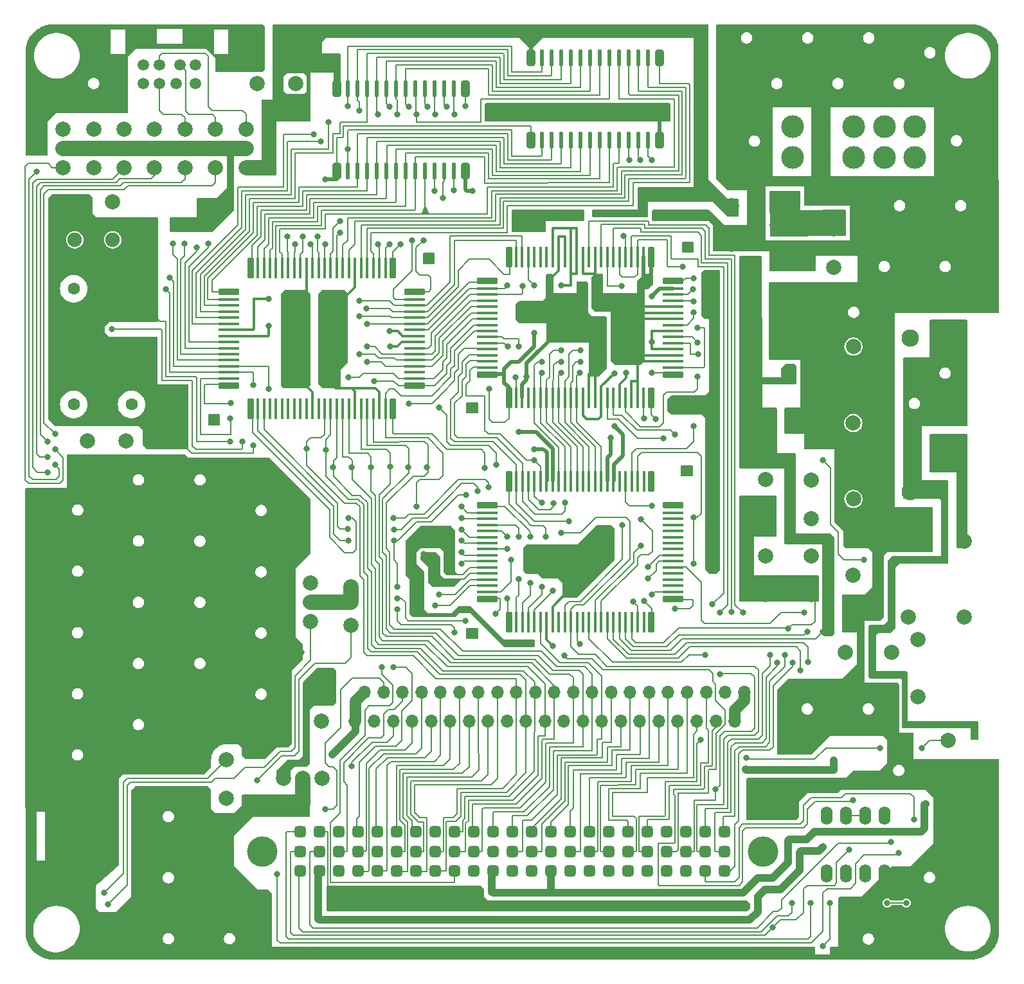
<source format=gtl>
G04 #@! TF.GenerationSoftware,KiCad,Pcbnew,7.0.2-0*
G04 #@! TF.CreationDate,2023-08-18T12:02:02+02:00*
G04 #@! TF.ProjectId,PCE,5043452e-6b69-4636-9164-5f7063625858,rev?*
G04 #@! TF.SameCoordinates,Original*
G04 #@! TF.FileFunction,Copper,L1,Top*
G04 #@! TF.FilePolarity,Positive*
%FSLAX46Y46*%
G04 Gerber Fmt 4.6, Leading zero omitted, Abs format (unit mm)*
G04 Created by KiCad (PCBNEW 7.0.2-0) date 2023-08-18 12:02:02*
%MOMM*%
%LPD*%
G01*
G04 APERTURE LIST*
G04 Aperture macros list*
%AMRoundRect*
0 Rectangle with rounded corners*
0 $1 Rounding radius*
0 $2 $3 $4 $5 $6 $7 $8 $9 X,Y pos of 4 corners*
0 Add a 4 corners polygon primitive as box body*
4,1,4,$2,$3,$4,$5,$6,$7,$8,$9,$2,$3,0*
0 Add four circle primitives for the rounded corners*
1,1,$1+$1,$2,$3*
1,1,$1+$1,$4,$5*
1,1,$1+$1,$6,$7*
1,1,$1+$1,$8,$9*
0 Add four rect primitives between the rounded corners*
20,1,$1+$1,$2,$3,$4,$5,0*
20,1,$1+$1,$4,$5,$6,$7,0*
20,1,$1+$1,$6,$7,$8,$9,0*
20,1,$1+$1,$8,$9,$2,$3,0*%
G04 Aperture macros list end*
G04 #@! TA.AperFunction,NonConductor*
%ADD10C,0.200000*%
G04 #@! TD*
G04 #@! TA.AperFunction,ComponentPad*
%ADD11C,4.000000*%
G04 #@! TD*
G04 #@! TA.AperFunction,ComponentPad*
%ADD12RoundRect,0.375000X-0.375000X-0.375000X0.375000X-0.375000X0.375000X0.375000X-0.375000X0.375000X0*%
G04 #@! TD*
G04 #@! TA.AperFunction,ComponentPad*
%ADD13O,1.600000X2.400000*%
G04 #@! TD*
G04 #@! TA.AperFunction,ComponentPad*
%ADD14C,2.000000*%
G04 #@! TD*
G04 #@! TA.AperFunction,ComponentPad*
%ADD15C,1.600000*%
G04 #@! TD*
G04 #@! TA.AperFunction,ComponentPad*
%ADD16C,3.500000*%
G04 #@! TD*
G04 #@! TA.AperFunction,ComponentPad*
%ADD17C,3.000000*%
G04 #@! TD*
G04 #@! TA.AperFunction,ComponentPad*
%ADD18O,1.700000X1.700000*%
G04 #@! TD*
G04 #@! TA.AperFunction,ComponentPad*
%ADD19C,6.000000*%
G04 #@! TD*
G04 #@! TA.AperFunction,ComponentPad*
%ADD20C,2.300000*%
G04 #@! TD*
G04 #@! TA.AperFunction,ComponentPad*
%ADD21C,1.500000*%
G04 #@! TD*
G04 #@! TA.AperFunction,ComponentPad*
%ADD22C,1.900000*%
G04 #@! TD*
G04 #@! TA.AperFunction,SMDPad,CuDef*
%ADD23RoundRect,0.207500X-0.207500X-1.181875X0.207500X-1.181875X0.207500X1.181875X-0.207500X1.181875X0*%
G04 #@! TD*
G04 #@! TA.AperFunction,SMDPad,CuDef*
%ADD24RoundRect,0.103750X-0.103750X-1.285625X0.103750X-1.285625X0.103750X1.285625X-0.103750X1.285625X0*%
G04 #@! TD*
G04 #@! TA.AperFunction,SMDPad,CuDef*
%ADD25RoundRect,0.207500X1.181875X-0.207500X1.181875X0.207500X-1.181875X0.207500X-1.181875X-0.207500X0*%
G04 #@! TD*
G04 #@! TA.AperFunction,SMDPad,CuDef*
%ADD26RoundRect,0.103750X1.285625X-0.103750X1.285625X0.103750X-1.285625X0.103750X-1.285625X-0.103750X0*%
G04 #@! TD*
G04 #@! TA.AperFunction,SMDPad,CuDef*
%ADD27RoundRect,0.285000X-0.285000X-0.793750X0.285000X-0.793750X0.285000X0.793750X-0.285000X0.793750X0*%
G04 #@! TD*
G04 #@! TA.AperFunction,SMDPad,CuDef*
%ADD28RoundRect,0.142500X-0.142500X-0.936250X0.142500X-0.936250X0.142500X0.936250X-0.142500X0.936250X0*%
G04 #@! TD*
G04 #@! TA.AperFunction,ViaPad*
%ADD29C,0.800000*%
G04 #@! TD*
G04 #@! TA.AperFunction,Conductor*
%ADD30C,0.200000*%
G04 #@! TD*
G04 #@! TA.AperFunction,Conductor*
%ADD31C,0.500000*%
G04 #@! TD*
G04 #@! TA.AperFunction,Conductor*
%ADD32C,0.350000*%
G04 #@! TD*
G04 #@! TA.AperFunction,Conductor*
%ADD33C,1.000000*%
G04 #@! TD*
G04 #@! TA.AperFunction,Conductor*
%ADD34C,2.000000*%
G04 #@! TD*
G04 #@! TA.AperFunction,Conductor*
%ADD35C,0.250000*%
G04 #@! TD*
G04 #@! TA.AperFunction,Conductor*
%ADD36C,1.500000*%
G04 #@! TD*
G04 APERTURE END LIST*
D10*
X174400000Y-90350000D02*
X175800000Y-90350000D01*
X175800000Y-91650000D01*
X174400000Y-91650000D01*
X174400000Y-90350000D01*
G04 #@! TA.AperFunction,NonConductor*
G36*
X174400000Y-90350000D02*
G01*
X175800000Y-90350000D01*
X175800000Y-91650000D01*
X174400000Y-91650000D01*
X174400000Y-90350000D01*
G37*
G04 #@! TD.AperFunction*
X146100000Y-82050000D02*
X147500000Y-82050000D01*
X147500000Y-83350000D01*
X146100000Y-83350000D01*
X146100000Y-82050000D01*
G04 #@! TA.AperFunction,NonConductor*
G36*
X146100000Y-82050000D02*
G01*
X147500000Y-82050000D01*
X147500000Y-83350000D01*
X146100000Y-83350000D01*
X146100000Y-82050000D01*
G37*
G04 #@! TD.AperFunction*
X140400000Y-62350000D02*
X141800000Y-62350000D01*
X141800000Y-63650000D01*
X140400000Y-63650000D01*
X140400000Y-62350000D01*
G04 #@! TA.AperFunction,NonConductor*
G36*
X140400000Y-62350000D02*
G01*
X141800000Y-62350000D01*
X141800000Y-63650000D01*
X140400000Y-63650000D01*
X140400000Y-62350000D01*
G37*
G04 #@! TD.AperFunction*
X174500000Y-60850000D02*
X175900000Y-60850000D01*
X175900000Y-62150000D01*
X174500000Y-62150000D01*
X174500000Y-60850000D01*
G04 #@! TA.AperFunction,NonConductor*
G36*
X174500000Y-60850000D02*
G01*
X175900000Y-60850000D01*
X175900000Y-62150000D01*
X174500000Y-62150000D01*
X174500000Y-60850000D01*
G37*
G04 #@! TD.AperFunction*
X112100000Y-83600000D02*
X113500000Y-83600000D01*
X113500000Y-84900000D01*
X112100000Y-84900000D01*
X112100000Y-83600000D01*
G04 #@! TA.AperFunction,NonConductor*
G36*
X112100000Y-83600000D02*
G01*
X113500000Y-83600000D01*
X113500000Y-84900000D01*
X112100000Y-84900000D01*
X112100000Y-83600000D01*
G37*
G04 #@! TD.AperFunction*
X146100000Y-111750000D02*
X147500000Y-111750000D01*
X147500000Y-113050000D01*
X146100000Y-113050000D01*
X146100000Y-111750000D01*
G04 #@! TA.AperFunction,NonConductor*
G36*
X146100000Y-111750000D02*
G01*
X147500000Y-111750000D01*
X147500000Y-113050000D01*
X146100000Y-113050000D01*
X146100000Y-111750000D01*
G37*
G04 #@! TD.AperFunction*
D11*
X119150000Y-141132400D03*
X185110000Y-141132400D03*
D12*
X124160000Y-143722400D03*
X126700000Y-143722400D03*
X129240000Y-143722400D03*
X131780000Y-143722400D03*
X134320000Y-143722400D03*
X136860000Y-143722400D03*
X139400000Y-143722400D03*
X141940000Y-143722400D03*
X144480000Y-143722400D03*
X147020000Y-143722400D03*
X149560000Y-143722400D03*
X152100000Y-143722400D03*
X154640000Y-143722400D03*
X157180000Y-143722400D03*
X159720000Y-143722400D03*
X162260000Y-143722400D03*
X164800000Y-143722400D03*
X167340000Y-143722400D03*
X169880000Y-143722400D03*
X172420000Y-143722400D03*
X174960000Y-143722400D03*
X177500000Y-143722400D03*
X180040000Y-143722400D03*
X124160000Y-141112400D03*
X126700000Y-141112400D03*
X129240000Y-141112400D03*
X131780000Y-141112400D03*
X134320000Y-141112400D03*
X136860000Y-141112400D03*
X139400000Y-141112400D03*
X141940000Y-141112400D03*
X144480000Y-141112400D03*
X147020000Y-141112400D03*
X149560000Y-141112400D03*
X152100000Y-141112400D03*
X154640000Y-141112400D03*
X157180000Y-141112400D03*
X159720000Y-141112400D03*
X162260000Y-141112400D03*
X164800000Y-141112400D03*
X167340000Y-141112400D03*
X169880000Y-141112400D03*
X172420000Y-141112400D03*
X174960000Y-141112400D03*
X177500000Y-141112400D03*
X180040000Y-141112400D03*
X124160000Y-138532400D03*
X126700000Y-138532400D03*
X129240000Y-138532400D03*
X131780000Y-138532400D03*
X134320000Y-138532400D03*
X136860000Y-138532400D03*
X139400000Y-138532400D03*
X141940000Y-138532400D03*
X144480000Y-138532400D03*
X147020000Y-138532400D03*
X149560000Y-138532400D03*
X152100000Y-138532400D03*
X154640000Y-138532400D03*
X157180000Y-138532400D03*
X159720000Y-138532400D03*
X162260000Y-138532400D03*
X164800000Y-138532400D03*
X167340000Y-138532400D03*
X169880000Y-138532400D03*
X172420000Y-138532400D03*
X174960000Y-138532400D03*
X177500000Y-138532400D03*
X180040000Y-138532400D03*
D13*
X193522600Y-144043400D03*
X196062600Y-144043400D03*
X198602600Y-144043400D03*
X201142600Y-144043400D03*
X201142600Y-136423400D03*
X198602600Y-136423400D03*
X196062600Y-136423400D03*
X193522600Y-136423400D03*
D14*
X211658200Y-100261400D03*
X211658200Y-110261400D03*
X204258200Y-100261400D03*
X204258200Y-110261400D03*
D15*
X101950000Y-82240000D03*
X101950000Y-67000000D03*
X94330000Y-67000000D03*
X94330000Y-82240000D03*
D14*
X205511400Y-120707800D03*
X205511400Y-113207800D03*
D16*
X181120000Y-43485000D03*
D17*
X181120000Y-51955000D03*
X213140000Y-43355000D03*
D16*
X213260000Y-51955000D03*
D17*
X189040000Y-45665000D03*
X189040000Y-49665000D03*
X197090000Y-45665000D03*
X197090000Y-49665000D03*
X201090000Y-45665000D03*
X201090000Y-49665000D03*
X205090000Y-45665000D03*
X205090000Y-49665000D03*
D18*
X132628600Y-120167400D03*
X135128600Y-120167400D03*
X137628600Y-120167400D03*
X140128600Y-120167400D03*
X142628600Y-120167400D03*
X145128600Y-120167400D03*
X147628600Y-120167400D03*
X150128600Y-120167400D03*
X152628600Y-120167400D03*
X155128600Y-120167400D03*
X157628600Y-120167400D03*
X160128600Y-120167400D03*
X162628600Y-120167400D03*
X165128600Y-120167400D03*
X167628600Y-120167400D03*
X170128600Y-120167400D03*
X172628600Y-120167400D03*
X175128600Y-120167400D03*
X177628600Y-120167400D03*
X180128600Y-120167400D03*
X182628600Y-120167400D03*
X131398600Y-123926600D03*
X133898600Y-123926600D03*
X136398600Y-123926600D03*
X138898600Y-123926600D03*
X141398600Y-123926600D03*
X143898600Y-123926600D03*
X146398600Y-123926600D03*
X148898600Y-123926600D03*
X151398600Y-123926600D03*
X153898600Y-123926600D03*
X156398600Y-123926600D03*
X158898600Y-123926600D03*
X161398600Y-123926600D03*
X163898600Y-123926600D03*
X166398600Y-123926600D03*
X168898600Y-123926600D03*
X171398600Y-123926600D03*
X173898600Y-123926600D03*
X176398600Y-123926600D03*
X178898600Y-123926600D03*
X181398600Y-123926600D03*
D14*
X194421000Y-59095000D03*
X194421000Y-61635000D03*
D19*
X212471000Y-61595000D03*
D14*
X194421000Y-64175000D03*
D20*
X204495400Y-93699000D03*
X204495400Y-73499000D03*
D17*
X210515200Y-73576800D03*
X210515200Y-88576800D03*
D14*
X125552200Y-105791000D03*
X125552200Y-108331000D03*
X125552200Y-110871000D03*
D16*
X89852200Y-114031000D03*
X110992200Y-95521000D03*
X110992200Y-126231000D03*
D21*
X105638600Y-37479600D03*
X108288600Y-37479600D03*
X103538600Y-37479600D03*
X105638600Y-39979600D03*
X110338600Y-37479600D03*
X103538600Y-39979600D03*
X107838600Y-39979600D03*
X110338600Y-39979600D03*
D14*
X197027800Y-94681400D03*
X197027800Y-99761400D03*
X100962400Y-45960800D03*
X100962400Y-48500800D03*
X100962400Y-51040800D03*
X191465200Y-102225200D03*
X191465200Y-107305200D03*
X108988800Y-45960800D03*
X108988800Y-48500800D03*
X108988800Y-51040800D03*
X117015200Y-45960800D03*
X117015200Y-48500800D03*
X117015200Y-51040800D03*
D22*
X94466400Y-60553600D03*
X99466400Y-60553600D03*
D14*
X126963482Y-118897400D03*
X126963482Y-123977400D03*
X196977000Y-104765200D03*
X196977000Y-109845200D03*
X114438118Y-129006600D03*
X114438118Y-134086600D03*
X130886200Y-111302800D03*
X130886200Y-106222800D03*
D23*
X117642600Y-82836000D03*
D24*
X118582600Y-82836000D03*
X119382600Y-82836000D03*
X120182600Y-82836000D03*
X120982600Y-82836000D03*
X121782600Y-82836000D03*
X122582600Y-82836000D03*
X123382600Y-82836000D03*
X124182600Y-82836000D03*
X124982600Y-82836000D03*
X125782600Y-82836000D03*
X126582600Y-82836000D03*
X127382600Y-82836000D03*
X128182600Y-82836000D03*
X128982600Y-82836000D03*
X129782600Y-82836000D03*
X130582600Y-82836000D03*
X131382600Y-82836000D03*
X132182600Y-82836000D03*
X132982600Y-82836000D03*
X133782600Y-82836000D03*
X134582600Y-82836000D03*
X135382600Y-82836000D03*
D23*
X136362600Y-82836000D03*
D25*
X139212600Y-79756000D03*
D26*
X139212600Y-78816000D03*
X139212600Y-78016000D03*
X139212600Y-77216000D03*
X139212600Y-76416000D03*
X139212600Y-75616000D03*
X139212600Y-74816000D03*
X139212600Y-74016000D03*
X139212600Y-73216000D03*
X139212600Y-72416000D03*
X139212600Y-71616000D03*
X139212600Y-70816000D03*
X139212600Y-70016000D03*
X139212600Y-69216000D03*
X139212600Y-68416000D03*
D25*
X139212600Y-67416000D03*
D23*
X136362600Y-64296000D03*
D24*
X135382600Y-64296000D03*
X134582600Y-64296000D03*
X133782600Y-64296000D03*
X132982600Y-64296000D03*
X132182600Y-64296000D03*
X131382600Y-64296000D03*
X130582600Y-64296000D03*
X129782600Y-64296000D03*
X128982600Y-64296000D03*
X128182600Y-64296000D03*
X127382600Y-64296000D03*
X126582600Y-64296000D03*
X125782600Y-64296000D03*
X124982600Y-64296000D03*
X124182600Y-64296000D03*
X123382600Y-64296000D03*
X122582600Y-64296000D03*
X121782600Y-64296000D03*
X120982600Y-64296000D03*
X120182600Y-64296000D03*
X119382600Y-64296000D03*
X118582600Y-64296000D03*
D23*
X117642600Y-64296000D03*
D25*
X114782600Y-67416000D03*
D26*
X114782600Y-68416000D03*
X114782600Y-69216000D03*
X114782600Y-70016000D03*
X114782600Y-70816000D03*
X114782600Y-71616000D03*
X114782600Y-72416000D03*
X114782600Y-73216000D03*
X114782600Y-74016000D03*
X114782600Y-74816000D03*
X114782600Y-75616000D03*
X114782600Y-76416000D03*
X114782600Y-77216000D03*
X114782600Y-78016000D03*
X114782600Y-78816000D03*
D25*
X114782600Y-79756000D03*
D14*
X197016682Y-84683600D03*
X197016682Y-89763600D03*
X209499200Y-126456800D03*
X209499200Y-131536800D03*
D23*
X151677000Y-110928400D03*
D24*
X152617000Y-110928400D03*
X153417000Y-110928400D03*
X154217000Y-110928400D03*
X155017000Y-110928400D03*
X155817000Y-110928400D03*
X156617000Y-110928400D03*
X157417000Y-110928400D03*
X158217000Y-110928400D03*
X159017000Y-110928400D03*
X159817000Y-110928400D03*
X160617000Y-110928400D03*
X161417000Y-110928400D03*
X162217000Y-110928400D03*
X163017000Y-110928400D03*
X163817000Y-110928400D03*
X164617000Y-110928400D03*
X165417000Y-110928400D03*
X166217000Y-110928400D03*
X167017000Y-110928400D03*
X167817000Y-110928400D03*
X168617000Y-110928400D03*
X169417000Y-110928400D03*
D23*
X170397000Y-110928400D03*
D25*
X173247000Y-107848400D03*
D26*
X173247000Y-106908400D03*
X173247000Y-106108400D03*
X173247000Y-105308400D03*
X173247000Y-104508400D03*
X173247000Y-103708400D03*
X173247000Y-102908400D03*
X173247000Y-102108400D03*
X173247000Y-101308400D03*
X173247000Y-100508400D03*
X173247000Y-99708400D03*
X173247000Y-98908400D03*
X173247000Y-98108400D03*
X173247000Y-97308400D03*
X173247000Y-96508400D03*
D25*
X173247000Y-95508400D03*
D23*
X170397000Y-92388400D03*
D24*
X169417000Y-92388400D03*
X168617000Y-92388400D03*
X167817000Y-92388400D03*
X167017000Y-92388400D03*
X166217000Y-92388400D03*
X165417000Y-92388400D03*
X164617000Y-92388400D03*
X163817000Y-92388400D03*
X163017000Y-92388400D03*
X162217000Y-92388400D03*
X161417000Y-92388400D03*
X160617000Y-92388400D03*
X159817000Y-92388400D03*
X159017000Y-92388400D03*
X158217000Y-92388400D03*
X157417000Y-92388400D03*
X156617000Y-92388400D03*
X155817000Y-92388400D03*
X155017000Y-92388400D03*
X154217000Y-92388400D03*
X153417000Y-92388400D03*
X152617000Y-92388400D03*
D23*
X151677000Y-92388400D03*
D25*
X148817000Y-95508400D03*
D26*
X148817000Y-96508400D03*
X148817000Y-97308400D03*
X148817000Y-98108400D03*
X148817000Y-98908400D03*
X148817000Y-99708400D03*
X148817000Y-100508400D03*
X148817000Y-101308400D03*
X148817000Y-102108400D03*
X148817000Y-102908400D03*
X148817000Y-103708400D03*
X148817000Y-104508400D03*
X148817000Y-105308400D03*
X148817000Y-106108400D03*
X148817000Y-106908400D03*
D25*
X148817000Y-107848400D03*
D14*
X104975600Y-45960800D03*
X104975600Y-48500800D03*
X104975600Y-51040800D03*
X202031600Y-114874400D03*
X202031600Y-119954400D03*
X197027800Y-74615400D03*
X197027800Y-79695400D03*
D27*
X154531400Y-47447200D03*
D28*
X155981400Y-47448450D03*
X157251400Y-47448450D03*
X158521400Y-47448450D03*
X159791400Y-47448450D03*
X161061400Y-47448450D03*
X162331400Y-47448450D03*
X163601400Y-47448450D03*
X164871400Y-47448450D03*
X166141400Y-47448450D03*
X167411400Y-47448450D03*
X168681400Y-47448450D03*
X169951400Y-47448450D03*
D27*
X171461400Y-47447200D03*
X171461400Y-36577200D03*
D28*
X169951400Y-36578450D03*
X168681400Y-36578450D03*
X167411400Y-36578450D03*
X166141400Y-36578450D03*
X164871400Y-36578450D03*
X163601400Y-36578450D03*
X162331400Y-36578450D03*
X161061400Y-36578450D03*
X159791400Y-36578450D03*
X158521400Y-36578450D03*
X157251400Y-36578450D03*
X155981400Y-36578450D03*
D27*
X154531400Y-36577200D03*
D14*
X113002000Y-45960800D03*
X113002000Y-48500800D03*
X113002000Y-51040800D03*
X101244400Y-87071200D03*
X96164400Y-87071200D03*
X92936000Y-45960800D03*
X92936000Y-48500800D03*
X92936000Y-51040800D03*
X185420000Y-102199800D03*
X185420000Y-107279800D03*
X186983682Y-58623200D03*
X186983682Y-63703200D03*
X185420000Y-92141400D03*
X185420000Y-97221400D03*
X94386400Y-55549800D03*
X99466400Y-55549800D03*
X180989282Y-56083200D03*
X180989282Y-61163200D03*
X121945000Y-131500000D03*
X124485000Y-131500000D03*
X127025000Y-131500000D03*
X195949882Y-114858800D03*
X195949882Y-119938800D03*
D23*
X151663200Y-81388200D03*
D24*
X152603200Y-81388200D03*
X153403200Y-81388200D03*
X154203200Y-81388200D03*
X155003200Y-81388200D03*
X155803200Y-81388200D03*
X156603200Y-81388200D03*
X157403200Y-81388200D03*
X158203200Y-81388200D03*
X159003200Y-81388200D03*
X159803200Y-81388200D03*
X160603200Y-81388200D03*
X161403200Y-81388200D03*
X162203200Y-81388200D03*
X163003200Y-81388200D03*
X163803200Y-81388200D03*
X164603200Y-81388200D03*
X165403200Y-81388200D03*
X166203200Y-81388200D03*
X167003200Y-81388200D03*
X167803200Y-81388200D03*
X168603200Y-81388200D03*
X169403200Y-81388200D03*
D23*
X170383200Y-81388200D03*
D25*
X173233200Y-78308200D03*
D26*
X173233200Y-77368200D03*
X173233200Y-76568200D03*
X173233200Y-75768200D03*
X173233200Y-74968200D03*
X173233200Y-74168200D03*
X173233200Y-73368200D03*
X173233200Y-72568200D03*
X173233200Y-71768200D03*
X173233200Y-70968200D03*
X173233200Y-70168200D03*
X173233200Y-69368200D03*
X173233200Y-68568200D03*
X173233200Y-67768200D03*
X173233200Y-66968200D03*
D25*
X173233200Y-65968200D03*
D23*
X170383200Y-62848200D03*
D24*
X169403200Y-62848200D03*
X168603200Y-62848200D03*
X167803200Y-62848200D03*
X167003200Y-62848200D03*
X166203200Y-62848200D03*
X165403200Y-62848200D03*
X164603200Y-62848200D03*
X163803200Y-62848200D03*
X163003200Y-62848200D03*
X162203200Y-62848200D03*
X161403200Y-62848200D03*
X160603200Y-62848200D03*
X159803200Y-62848200D03*
X159003200Y-62848200D03*
X158203200Y-62848200D03*
X157403200Y-62848200D03*
X156603200Y-62848200D03*
X155803200Y-62848200D03*
X155003200Y-62848200D03*
X154203200Y-62848200D03*
X153403200Y-62848200D03*
X152603200Y-62848200D03*
D23*
X151663200Y-62848200D03*
D25*
X148803200Y-65968200D03*
D26*
X148803200Y-66968200D03*
X148803200Y-67768200D03*
X148803200Y-68568200D03*
X148803200Y-69368200D03*
X148803200Y-70168200D03*
X148803200Y-70968200D03*
X148803200Y-71768200D03*
X148803200Y-72568200D03*
X148803200Y-73368200D03*
X148803200Y-74168200D03*
X148803200Y-74968200D03*
X148803200Y-75768200D03*
X148803200Y-76568200D03*
X148803200Y-77368200D03*
D25*
X148803200Y-78308200D03*
D14*
X96949200Y-45960800D03*
X96949200Y-48500800D03*
X96949200Y-51040800D03*
D27*
X129018400Y-51484600D03*
D28*
X130468400Y-51485850D03*
X131738400Y-51485850D03*
X133008400Y-51485850D03*
X134278400Y-51485850D03*
X135548400Y-51485850D03*
X136818400Y-51485850D03*
X138088400Y-51485850D03*
X139358400Y-51485850D03*
X140628400Y-51485850D03*
X141898400Y-51485850D03*
X143168400Y-51485850D03*
X144438400Y-51485850D03*
D27*
X145948400Y-51484600D03*
X145948400Y-40614600D03*
D28*
X144438400Y-40615850D03*
X143168400Y-40615850D03*
X141898400Y-40615850D03*
X140628400Y-40615850D03*
X139358400Y-40615850D03*
X138088400Y-40615850D03*
X136818400Y-40615850D03*
X135548400Y-40615850D03*
X134278400Y-40615850D03*
X133008400Y-40615850D03*
X131738400Y-40615850D03*
X130468400Y-40615850D03*
D27*
X129018400Y-40614600D03*
D14*
X191490600Y-92192200D03*
X191490600Y-97272200D03*
X118450000Y-39980000D03*
X123530000Y-39980000D03*
D29*
X151434800Y-107772200D03*
X152933400Y-105206800D03*
X154432000Y-105765600D03*
X155981400Y-106222800D03*
X138500000Y-82130000D03*
X157454600Y-106756200D03*
X114985800Y-82067400D03*
X151500000Y-74630000D03*
X114960400Y-84099400D03*
X152990000Y-74610000D03*
X163440000Y-66610000D03*
X182975000Y-68125000D03*
X189000000Y-77275000D03*
X140425000Y-101950000D03*
X182500000Y-84200000D03*
X184450000Y-68125000D03*
X174970000Y-82600000D03*
X149030000Y-80150000D03*
X127630000Y-68160000D03*
X178500000Y-102780000D03*
X158530000Y-66570000D03*
X169062400Y-66291400D03*
X165530000Y-78150000D03*
X152958800Y-85880000D03*
X154533600Y-34772600D03*
X186375000Y-84200000D03*
X155016200Y-72819200D03*
X136020000Y-74610000D03*
X194411600Y-129085400D03*
X175610000Y-150139400D03*
X127759400Y-79070200D03*
X164070000Y-99290000D03*
X165530000Y-85110000D03*
X119990000Y-71900000D03*
X160500000Y-106200000D03*
X178420000Y-67470000D03*
X166779000Y-60045600D03*
X182827200Y-130300000D03*
X173440000Y-82610000D03*
X166500000Y-57100000D03*
X178430000Y-65000000D03*
X169011600Y-100860800D03*
X193014600Y-140538200D03*
X126441200Y-36830000D03*
X192990000Y-112180000D03*
X166580000Y-98120000D03*
X200533000Y-127482600D03*
X206019400Y-127482600D03*
X130950000Y-129850000D03*
X158521400Y-99161600D03*
X182950000Y-128800000D03*
X145900000Y-110720000D03*
X136982200Y-107772200D03*
X148500000Y-90640000D03*
X106451400Y-67056000D03*
X117990000Y-79680000D03*
X158975000Y-115350000D03*
X160975000Y-113775000D03*
X177469800Y-115265200D03*
X188899800Y-147902400D03*
X190030000Y-117240000D03*
X191020000Y-116210000D03*
X191414400Y-147902400D03*
X203980000Y-147905000D03*
X190990000Y-112170000D03*
X201470000Y-147905000D03*
X91897200Y-86131400D03*
X168060000Y-108170000D03*
X169468800Y-108150000D03*
X91897200Y-88163400D03*
X90881200Y-87122000D03*
X173530000Y-109100000D03*
X170484800Y-107260000D03*
X90881200Y-89154000D03*
X202000000Y-139850000D03*
X190510000Y-109630000D03*
X91897200Y-90195400D03*
X170002200Y-105156000D03*
X89433400Y-51562000D03*
X178892200Y-132943600D03*
X175945800Y-103200200D03*
X175945800Y-97155000D03*
X127431800Y-135534400D03*
X179451000Y-117805200D03*
X106934000Y-65557400D03*
X120030000Y-80170000D03*
X175980000Y-85070000D03*
X202996800Y-141350000D03*
X121150000Y-144094200D03*
X170484800Y-95580000D03*
X140843000Y-90525600D03*
X161000000Y-78110000D03*
X138379200Y-90533700D03*
X161040000Y-76640000D03*
X161040000Y-75080000D03*
X135980000Y-90424000D03*
X133451600Y-90536300D03*
X158500000Y-78090000D03*
X158530000Y-76620000D03*
X130962400Y-90536300D03*
X128473200Y-90536300D03*
X158510000Y-75090000D03*
X155990000Y-78100000D03*
X127520000Y-88190000D03*
X125040000Y-88087200D03*
X156000000Y-76630000D03*
X136448800Y-116840000D03*
X155000000Y-89620000D03*
X136931400Y-109250000D03*
X144520000Y-112260000D03*
X155956000Y-95199200D03*
X130479800Y-97200000D03*
X148945600Y-93180000D03*
X136470000Y-97200000D03*
X130454400Y-98679000D03*
X159004000Y-95173800D03*
X136490000Y-98690000D03*
X147490000Y-93660000D03*
X156530000Y-99630000D03*
X176933000Y-126387000D03*
X154432000Y-99695000D03*
X145415000Y-95707200D03*
X145415000Y-97180000D03*
X152933400Y-99695000D03*
X151434800Y-99669600D03*
X145389600Y-98704400D03*
X145415000Y-100203000D03*
X151434800Y-101244400D03*
X145415000Y-101730000D03*
X145450000Y-103190000D03*
X142480000Y-107240000D03*
X141909800Y-108712000D03*
X151917400Y-102717600D03*
X149936200Y-109778800D03*
X159537400Y-97663000D03*
X136982200Y-106242200D03*
X145970000Y-94160000D03*
X136497600Y-100177600D03*
X130505200Y-100177600D03*
X134924800Y-116840000D03*
X139470000Y-95660000D03*
X133940000Y-79140000D03*
X130510000Y-78630000D03*
X132950000Y-76640000D03*
X131970000Y-75630000D03*
X132970000Y-74620000D03*
X153480000Y-66600000D03*
X151430000Y-66590000D03*
X132970000Y-71610000D03*
X131960000Y-70640000D03*
X132920000Y-69600000D03*
X131940000Y-68610000D03*
X137360000Y-61130000D03*
X167513000Y-50038000D03*
X168986200Y-50038000D03*
X135890000Y-61120000D03*
X170484800Y-50038000D03*
X134430000Y-61120000D03*
X129430000Y-59600000D03*
X141898400Y-54081600D03*
X129410000Y-58120000D03*
X142951200Y-55008800D03*
X127470000Y-61100000D03*
X144438400Y-54061600D03*
X126460000Y-60140000D03*
X145948400Y-42951600D03*
X144449800Y-43992800D03*
X125510000Y-61140000D03*
X124480000Y-60120000D03*
X143459200Y-43027600D03*
X141960600Y-44043600D03*
X123520200Y-61112400D03*
X140944600Y-43027600D03*
X122500000Y-60110000D03*
X127890000Y-45050000D03*
X134442200Y-44018200D03*
X138455400Y-43027600D03*
X126890000Y-47610000D03*
X135966200Y-43002200D03*
X125930000Y-46620000D03*
X112014000Y-61036200D03*
X130454400Y-48634400D03*
X131953000Y-43510200D03*
X110490000Y-61569600D03*
X108940600Y-61036200D03*
X127430000Y-52560000D03*
X107420000Y-61036200D03*
X139446000Y-44043600D03*
X186020000Y-115220000D03*
X178460000Y-108590000D03*
X179450000Y-109610000D03*
X187010000Y-116230000D03*
X189010000Y-116230000D03*
X180970000Y-109600000D03*
X188000000Y-115200000D03*
X182460000Y-109630000D03*
X154960000Y-66550000D03*
X136982200Y-44043600D03*
X140380000Y-60620000D03*
X130468400Y-42971600D03*
X138900000Y-60600000D03*
X152540000Y-78640000D03*
X171983400Y-86664800D03*
X173482000Y-86182200D03*
X176470000Y-78550000D03*
X169470000Y-84110000D03*
X170992800Y-84201000D03*
X176504600Y-72136000D03*
X176555400Y-75641200D03*
X176500000Y-74060000D03*
X175980000Y-70129400D03*
X175996600Y-68630800D03*
X175930000Y-67020000D03*
X175996600Y-65608200D03*
X174523400Y-64084200D03*
X204978000Y-136878800D03*
X197000000Y-134350000D03*
X196443600Y-140893800D03*
X186408522Y-151150722D03*
X116509800Y-87122000D03*
X150000000Y-90160000D03*
X99390200Y-72339200D03*
X142450000Y-82630000D03*
X193929000Y-147905000D03*
X192989200Y-153619200D03*
X98825000Y-148075000D03*
X90855800Y-91160600D03*
X169976800Y-103632000D03*
X124259400Y-68097400D03*
X155016200Y-69319200D03*
X191525000Y-77275000D03*
X174548800Y-147980400D03*
X124208600Y-101142800D03*
X204750000Y-38450000D03*
X118008400Y-87604600D03*
X172400000Y-57500000D03*
X140425000Y-98900000D03*
X157450000Y-114025000D03*
X185425000Y-132750000D03*
X190950000Y-84125000D03*
X124370000Y-114860000D03*
X112980000Y-140110000D03*
X135960000Y-72590000D03*
X124259400Y-79070200D03*
X204750000Y-33450000D03*
X163525200Y-77800200D03*
X170440000Y-68030000D03*
X128400000Y-128325000D03*
X185425000Y-134475000D03*
X169011600Y-97360800D03*
X118465600Y-128395200D03*
X99390200Y-75844400D03*
X153975000Y-113750000D03*
X170930000Y-57510000D03*
X188442600Y-111785400D03*
X146890000Y-54080000D03*
X114960400Y-87147400D03*
X96900000Y-79450000D03*
X120050000Y-68370000D03*
X167060000Y-78080000D03*
X112980000Y-142630000D03*
X152030000Y-43550000D03*
X97150000Y-151300000D03*
X207100000Y-151300000D03*
X101930200Y-74500000D03*
X170450000Y-78080000D03*
X91922600Y-79552800D03*
X166510000Y-66610000D03*
X92100000Y-146300000D03*
X181900000Y-154100000D03*
X155010000Y-88110000D03*
X160470000Y-57030000D03*
X182524400Y-148437600D03*
X212100000Y-146225000D03*
X155410000Y-57020000D03*
X170434000Y-73990200D03*
X165030000Y-86640000D03*
X154000000Y-78610000D03*
X171310000Y-44430000D03*
X160990000Y-66580000D03*
X182372000Y-102133400D03*
X96926400Y-145618200D03*
X203980000Y-151130000D03*
X157505400Y-95214600D03*
X213029800Y-125907800D03*
X206500000Y-134850000D03*
X118465600Y-131775000D03*
X98300000Y-146550000D03*
X198450000Y-102700000D03*
X193025000Y-89600000D03*
D30*
X166470000Y-128850000D02*
X166470000Y-130937000D01*
X166470000Y-130937000D02*
X160983000Y-130937000D01*
X161100000Y-131054000D02*
X161100000Y-141025000D01*
X160983000Y-130937000D02*
X161100000Y-131054000D01*
X151434800Y-107772200D02*
X151540000Y-107877400D01*
X170120000Y-128850000D02*
X166470000Y-128850000D01*
X161100000Y-141025000D02*
X161012600Y-141112400D01*
X161012600Y-141112400D02*
X159589800Y-141112400D01*
X151540000Y-107877400D02*
X151540000Y-110791400D01*
X151540000Y-110791400D02*
X151677000Y-110928400D01*
X170130000Y-128840000D02*
X170120000Y-128850000D01*
X170130000Y-120140000D02*
X170130000Y-128840000D01*
X165840000Y-130403600D02*
X160147000Y-130403600D01*
X168910000Y-123920000D02*
X168910000Y-128310000D01*
X152617000Y-107653000D02*
X152617000Y-110928400D01*
X160147000Y-130403600D02*
X160147000Y-135407400D01*
X159720000Y-135834400D02*
X159720000Y-138532400D01*
X165840000Y-128320000D02*
X165840000Y-130403600D01*
X168910000Y-128310000D02*
X168900000Y-128320000D01*
X152933400Y-105206800D02*
X152933400Y-107336600D01*
X152933400Y-107336600D02*
X152617000Y-107653000D01*
X168900000Y-128320000D02*
X165840000Y-128320000D01*
X160147000Y-135407400D02*
X159720000Y-135834400D01*
X167630000Y-120140000D02*
X167630000Y-127800000D01*
X159486600Y-134924800D02*
X157180000Y-137231400D01*
X167630000Y-127800000D02*
X167620000Y-127810000D01*
X165220000Y-129840000D02*
X159486600Y-129840000D01*
X165220000Y-127840000D02*
X165220000Y-129840000D01*
X159486600Y-129840000D02*
X159486600Y-134924800D01*
X167620000Y-127810000D02*
X165250000Y-127810000D01*
X154432000Y-107388000D02*
X153417000Y-108403000D01*
X153417000Y-108403000D02*
X153417000Y-110928400D01*
X157180000Y-137231400D02*
X157180000Y-138532400D01*
X165250000Y-127810000D02*
X165220000Y-127840000D01*
X154432000Y-105765600D02*
X154432000Y-107388000D01*
X155975000Y-141025000D02*
X155887600Y-141112400D01*
X159004000Y-129340000D02*
X159004000Y-134442200D01*
X144510000Y-78620000D02*
X144510000Y-79120000D01*
X144950000Y-75630000D02*
X144950000Y-76030000D01*
X155975000Y-137471200D02*
X155975000Y-141025000D01*
X144510000Y-78030000D02*
X144510000Y-78620000D01*
X155981400Y-107278600D02*
X154217000Y-109043000D01*
X164580000Y-129340000D02*
X159004000Y-129340000D01*
X144950000Y-77590000D02*
X144650000Y-77890000D01*
X166410000Y-123920000D02*
X166410000Y-127310000D01*
X141500000Y-82130000D02*
X138500000Y-82130000D01*
X148785000Y-74870000D02*
X145710000Y-74870000D01*
X145330000Y-75250000D02*
X144950000Y-75630000D01*
X154217000Y-109043000D02*
X154217000Y-110928400D01*
X144510000Y-79120000D02*
X142790000Y-80840000D01*
X164610000Y-127310000D02*
X164610000Y-129310000D01*
X166410000Y-127310000D02*
X164610000Y-127310000D01*
X142790000Y-80840000D02*
X141500000Y-82130000D01*
X144650000Y-77890000D02*
X144510000Y-78030000D01*
X144950000Y-76030000D02*
X144950000Y-77590000D01*
X155887600Y-141112400D02*
X154640000Y-141112400D01*
X159004000Y-134442200D02*
X155975000Y-137471200D01*
X145710000Y-74870000D02*
X145330000Y-75250000D01*
X164610000Y-129310000D02*
X164580000Y-129340000D01*
X155981400Y-106222800D02*
X155981400Y-107278600D01*
X111531400Y-82091400D02*
X111531400Y-79679800D01*
X114630200Y-79603600D02*
X114782600Y-79756000D01*
X111531400Y-79679800D02*
X111607600Y-79603600D01*
X158496000Y-128820000D02*
X158496000Y-134204000D01*
X165130000Y-120140000D02*
X165130000Y-126790000D01*
X148803200Y-74168200D02*
X151038200Y-74168200D01*
X158496000Y-134204000D02*
X154640000Y-138060000D01*
X155017000Y-109273000D02*
X155017000Y-110928400D01*
X114985800Y-82067400D02*
X114883200Y-82170000D01*
X111607600Y-79603600D02*
X114630200Y-79603600D01*
X163980000Y-126790000D02*
X163980000Y-128820000D01*
X157454600Y-106835400D02*
X155017000Y-109273000D01*
X165130000Y-126790000D02*
X163980000Y-126790000D01*
X154640000Y-138060000D02*
X154640000Y-138532400D01*
X151038200Y-74168200D02*
X151500000Y-74630000D01*
X114883200Y-82170000D02*
X111610000Y-82170000D01*
X163980000Y-128820000D02*
X158496000Y-128820000D01*
X111610000Y-82170000D02*
X111531400Y-82091400D01*
X157454600Y-106756200D02*
X157454600Y-106835400D01*
X163146600Y-128420000D02*
X158041200Y-128420000D01*
X158340000Y-116220000D02*
X162120000Y-116220000D01*
X154624900Y-137007600D02*
X153500000Y-137007600D01*
X163898600Y-117998600D02*
X163898600Y-126291400D01*
X158013400Y-133619100D02*
X154624900Y-137007600D01*
X150758200Y-73368200D02*
X150970000Y-73580000D01*
X163898600Y-126291400D02*
X163825000Y-126365000D01*
X153425000Y-141025000D02*
X153337600Y-141112400D01*
X158041200Y-128420000D02*
X158013400Y-128447800D01*
X152990000Y-73610000D02*
X152990000Y-74610000D01*
X111050000Y-86200000D02*
X111030000Y-86180000D01*
X155817000Y-110928400D02*
X155817000Y-113697000D01*
X115010000Y-84149000D02*
X115010000Y-86200000D01*
X153500000Y-137007600D02*
X153425000Y-137082600D01*
X114960400Y-84099400D02*
X115010000Y-84149000D01*
X163245800Y-126365000D02*
X163245800Y-128320800D01*
X153425000Y-137082600D02*
X153425000Y-141025000D01*
X163245800Y-128320800D02*
X163146600Y-128420000D01*
X158013400Y-128447800D02*
X158013400Y-133619100D01*
X148803200Y-73368200D02*
X150758200Y-73368200D01*
X111030000Y-78840000D02*
X114770000Y-78840000D01*
X115010000Y-86200000D02*
X111050000Y-86200000D01*
X155817000Y-113697000D02*
X158340000Y-116220000D01*
X162120000Y-116220000D02*
X163898600Y-117998600D01*
X152960000Y-73580000D02*
X152990000Y-73610000D01*
X150970000Y-73580000D02*
X152960000Y-73580000D01*
X111030000Y-86180000D02*
X111030000Y-78840000D01*
X163825000Y-126365000D02*
X163245800Y-126365000D01*
X153337600Y-141112400D02*
X151969800Y-141112400D01*
X141808200Y-104724200D02*
X142324000Y-105240000D01*
D31*
X148785000Y-78210000D02*
X150940000Y-78210000D01*
D30*
X142324000Y-105240000D02*
X145740000Y-105240000D01*
D32*
X159803200Y-65050000D02*
X159803200Y-66570000D01*
X163003200Y-62848200D02*
X163003200Y-66173200D01*
X159803200Y-66570000D02*
X158530000Y-66570000D01*
X131382600Y-82836000D02*
X131382600Y-80552600D01*
D31*
X121390000Y-42160000D02*
X121390000Y-37540000D01*
D32*
X160603200Y-62848200D02*
X160603200Y-65050000D01*
D31*
X152958800Y-85880000D02*
X155260000Y-85880000D01*
D32*
X169062400Y-69312400D02*
X169062400Y-66291400D01*
D31*
X122100000Y-36830000D02*
X126441200Y-36830000D01*
D32*
X157417000Y-110928400D02*
X157417000Y-108883000D01*
D31*
X120220000Y-43330000D02*
X121390000Y-42160000D01*
D33*
X193014600Y-140538200D02*
X192455800Y-141097000D01*
D31*
X154533600Y-34772600D02*
X156356200Y-32950000D01*
D32*
X160603200Y-65050000D02*
X159803200Y-65050000D01*
D33*
X184404000Y-149098000D02*
X183362600Y-150139400D01*
D32*
X119964000Y-73216000D02*
X119990000Y-73190000D01*
X163460000Y-84130000D02*
X163803200Y-83786800D01*
X173233200Y-75768200D02*
X168605000Y-75768200D01*
X161403200Y-83663200D02*
X161870000Y-84130000D01*
D30*
X192990000Y-112180000D02*
X192030000Y-113140000D01*
D31*
X169062400Y-66291400D02*
X170365000Y-64988800D01*
D33*
X183362600Y-150139400D02*
X175610000Y-150139400D01*
D32*
X130000000Y-68160000D02*
X127630000Y-68160000D01*
D30*
X140425000Y-101950000D02*
X141142200Y-101950000D01*
X188700000Y-99600000D02*
X188700000Y-90200000D01*
X166217000Y-113097000D02*
X166217000Y-110928400D01*
D32*
X157403200Y-58980000D02*
X159800000Y-58980000D01*
D31*
X160500000Y-106200000D02*
X160490000Y-106200000D01*
X157455000Y-88075000D02*
X157455000Y-92320000D01*
D30*
X169011600Y-100860800D02*
X168080000Y-101792400D01*
D31*
X150940000Y-78210000D02*
X151000000Y-78150000D01*
X166170000Y-89460000D02*
X166630000Y-89000000D01*
D30*
X168080000Y-103020000D02*
X163017000Y-108083000D01*
D32*
X157403200Y-62848200D02*
X157403200Y-58980000D01*
D31*
X119749200Y-51040800D02*
X120220000Y-50570000D01*
X155016200Y-72819200D02*
X155016200Y-74563800D01*
X176930000Y-33520000D02*
X176930000Y-52770000D01*
D30*
X193050000Y-99875000D02*
X190000000Y-99875000D01*
X149030000Y-84140000D02*
X149030000Y-80150000D01*
X169050000Y-57100000D02*
X169320000Y-56830000D01*
X176080000Y-54350000D02*
X176930000Y-53500000D01*
X193700000Y-100525000D02*
X193050000Y-99875000D01*
D32*
X173233200Y-76568200D02*
X168605000Y-76568200D01*
D31*
X152970000Y-76610000D02*
X151950000Y-76610000D01*
D32*
X128799200Y-80110000D02*
X127759400Y-79070200D01*
D30*
X188950000Y-99850000D02*
X188700000Y-99600000D01*
X189975000Y-99850000D02*
X188950000Y-99850000D01*
D32*
X134100000Y-80110000D02*
X130940000Y-80110000D01*
D30*
X188700000Y-90200000D02*
X188200000Y-89700000D01*
X182500000Y-84200000D02*
X182500000Y-80200000D01*
D31*
X154531400Y-34774800D02*
X154533600Y-34772600D01*
D30*
X184675000Y-89700000D02*
X182500000Y-87525000D01*
D33*
X126569800Y-143722400D02*
X126568200Y-143724000D01*
D31*
X156356200Y-32950000D02*
X176360000Y-32950000D01*
X154020000Y-32850000D02*
X154450000Y-33280000D01*
X154450000Y-34689000D02*
X154533600Y-34772600D01*
D32*
X169031400Y-70968200D02*
X168603200Y-70540000D01*
X131382600Y-80552600D02*
X130940000Y-80110000D01*
D30*
X169320000Y-55150000D02*
X170120000Y-54350000D01*
D31*
X151000000Y-79390000D02*
X151000000Y-78410000D01*
D32*
X169118200Y-69368200D02*
X169062400Y-69312400D01*
D30*
X151110000Y-84600000D02*
X150320000Y-84600000D01*
D32*
X161870000Y-84130000D02*
X163460000Y-84130000D01*
D30*
X174480000Y-113140000D02*
X172940000Y-114680000D01*
D32*
X168603200Y-81388200D02*
X168603200Y-79180000D01*
D33*
X126568200Y-150007000D02*
X126700600Y-150139400D01*
D30*
X151645000Y-84065000D02*
X151250000Y-84460000D01*
X166779000Y-60045600D02*
X167003200Y-60269800D01*
X141808200Y-102616000D02*
X141808200Y-104724200D01*
D32*
X161403200Y-65043200D02*
X161410000Y-65050000D01*
X163803200Y-83786800D02*
X163803200Y-81388200D01*
X165530000Y-78150000D02*
X163803200Y-79876800D01*
D30*
X150320000Y-84600000D02*
X149490000Y-84600000D01*
D32*
X159800000Y-58980000D02*
X160590000Y-58980000D01*
X168603200Y-76570000D02*
X168603200Y-75770000D01*
X163003200Y-66173200D02*
X163440000Y-66610000D01*
D30*
X192990000Y-112180000D02*
X193700000Y-111470000D01*
D33*
X182827200Y-130300000D02*
X182956200Y-130429000D01*
X182956200Y-130429000D02*
X194411600Y-130429000D01*
X192455800Y-141097000D02*
X190117000Y-141097000D01*
D32*
X167803200Y-81388200D02*
X167803200Y-79186800D01*
D30*
X167003200Y-60269800D02*
X167003200Y-62848200D01*
D31*
X176930000Y-52770000D02*
X180243200Y-56083200D01*
X151240000Y-79630000D02*
X151000000Y-79390000D01*
D32*
X131382600Y-64296000D02*
X131382600Y-66777400D01*
X159803200Y-58983200D02*
X159800000Y-58980000D01*
D30*
X182500000Y-80200000D02*
X182500000Y-68600000D01*
D33*
X194411600Y-130429000D02*
X194411600Y-129085400D01*
D31*
X166630000Y-87300000D02*
X166630000Y-86210000D01*
D32*
X161403200Y-81388200D02*
X161403200Y-83663200D01*
D30*
X188200000Y-89700000D02*
X184675000Y-89700000D01*
D33*
X126568200Y-143724000D02*
X126568200Y-150007000D01*
D32*
X163000000Y-65050000D02*
X163003200Y-65053200D01*
D30*
X189000000Y-78800000D02*
X189000000Y-77275000D01*
D32*
X163003200Y-65053200D02*
X163003200Y-66173200D01*
D31*
X126441200Y-33468800D02*
X127060000Y-32850000D01*
X155016200Y-74563800D02*
X152970000Y-76610000D01*
X165455000Y-90175000D02*
X166170000Y-89460000D01*
D30*
X182500000Y-84200000D02*
X186375000Y-84200000D01*
X182500000Y-87525000D02*
X182500000Y-84200000D01*
D33*
X187400600Y-146100800D02*
X185399200Y-146100800D01*
D32*
X157417000Y-108883000D02*
X160100000Y-106200000D01*
X159803200Y-62848200D02*
X159803200Y-65050000D01*
X160590000Y-58980000D02*
X160603200Y-58993200D01*
D30*
X172940000Y-114680000D02*
X167800000Y-114680000D01*
D33*
X184404000Y-147096000D02*
X184404000Y-149098000D01*
D31*
X170365000Y-64988800D02*
X170365000Y-62750000D01*
D32*
X168603200Y-71050000D02*
X168603200Y-69771600D01*
X168603200Y-75770000D02*
X168603200Y-71050000D01*
D30*
X167800000Y-114680000D02*
X166217000Y-113097000D01*
X163017000Y-108083000D02*
X163017000Y-110928400D01*
D31*
X151645000Y-81290000D02*
X151645000Y-80035000D01*
D32*
X136960000Y-74610000D02*
X136020000Y-74610000D01*
D30*
X151250000Y-84460000D02*
X151110000Y-84600000D01*
D32*
X139212600Y-74016000D02*
X137554000Y-74016000D01*
X160603200Y-58993200D02*
X160603200Y-62848200D01*
D31*
X151000000Y-78410000D02*
X151000000Y-78150000D01*
X169062400Y-66291400D02*
X169385000Y-65968800D01*
X151000000Y-77560000D02*
X151000000Y-78150000D01*
D32*
X137554000Y-74016000D02*
X136960000Y-74610000D01*
X163803200Y-79876800D02*
X163803200Y-81388200D01*
D30*
X145740000Y-105240000D02*
X146471600Y-104508400D01*
D32*
X159803200Y-62848200D02*
X159803200Y-58983200D01*
X168605000Y-75768200D02*
X168603200Y-75770000D01*
X173233200Y-70168200D02*
X168603200Y-70168200D01*
X130940000Y-80110000D02*
X128799200Y-80110000D01*
D31*
X155260000Y-85880000D02*
X157455000Y-88075000D01*
D33*
X189941200Y-143560200D02*
X187400600Y-146100800D01*
D31*
X127838200Y-36830000D02*
X126441200Y-36830000D01*
D30*
X151645000Y-81290000D02*
X151645000Y-84065000D01*
D32*
X173233200Y-70968200D02*
X169031400Y-70968200D01*
D31*
X129018400Y-38010200D02*
X127838200Y-36830000D01*
X165455000Y-92320000D02*
X165455000Y-90175000D01*
D30*
X149490000Y-84600000D02*
X149320000Y-84430000D01*
D32*
X134582600Y-80592600D02*
X134100000Y-80110000D01*
X168605000Y-76568200D02*
X168603200Y-76570000D01*
D30*
X141142200Y-101950000D02*
X141808200Y-102616000D01*
D31*
X180243200Y-56083200D02*
X181025800Y-56083200D01*
D30*
X192030000Y-113140000D02*
X174480000Y-113140000D01*
D32*
X134582600Y-82836000D02*
X134582600Y-80592600D01*
D31*
X154531400Y-36577200D02*
X154531400Y-34774800D01*
D33*
X185399200Y-146100800D02*
X184404000Y-147096000D01*
D31*
X154450000Y-33280000D02*
X154450000Y-34689000D01*
D32*
X167810000Y-79180000D02*
X168603200Y-79180000D01*
D30*
X190000000Y-99875000D02*
X189975000Y-99850000D01*
D31*
X117015200Y-51040800D02*
X119749200Y-51040800D01*
D32*
X114782600Y-73216000D02*
X119964000Y-73216000D01*
D30*
X166500000Y-57100000D02*
X169050000Y-57100000D01*
D32*
X160100000Y-106200000D02*
X160500000Y-106200000D01*
D31*
X151645000Y-80035000D02*
X151240000Y-79630000D01*
D30*
X193700000Y-111470000D02*
X193700000Y-100525000D01*
D32*
X173233200Y-69368200D02*
X169118200Y-69368200D01*
D31*
X121390000Y-37540000D02*
X122100000Y-36830000D01*
X169385000Y-65968800D02*
X169385000Y-62750000D01*
X126441200Y-36830000D02*
X126441200Y-33468800D01*
D30*
X182500000Y-68600000D02*
X182975000Y-68125000D01*
D33*
X126700600Y-150139400D02*
X175610000Y-150139400D01*
D30*
X146471600Y-104508400D02*
X148817000Y-104508400D01*
X176930000Y-53500000D02*
X176930000Y-52770000D01*
D32*
X168603200Y-69771600D02*
X169062400Y-69312400D01*
D30*
X169320000Y-56830000D02*
X169320000Y-55150000D01*
D32*
X161403200Y-62848200D02*
X161403200Y-65043200D01*
D31*
X120220000Y-50570000D02*
X120220000Y-43330000D01*
D30*
X183500000Y-79075000D02*
X188725000Y-79075000D01*
D33*
X190117000Y-141097000D02*
X189941200Y-141272800D01*
D31*
X166630000Y-89000000D02*
X166630000Y-87300000D01*
D30*
X168080000Y-101792400D02*
X168080000Y-103020000D01*
D32*
X168603200Y-79180000D02*
X168603200Y-76570000D01*
X161410000Y-65050000D02*
X163000000Y-65050000D01*
D30*
X170120000Y-54350000D02*
X176080000Y-54350000D01*
X149320000Y-84430000D02*
X149030000Y-84140000D01*
D32*
X119990000Y-73190000D02*
X119990000Y-71900000D01*
D31*
X151950000Y-76610000D02*
X151000000Y-77560000D01*
D32*
X131382600Y-66777400D02*
X130000000Y-68160000D01*
D30*
X182500000Y-80075000D02*
X183500000Y-79075000D01*
D31*
X129018400Y-40614600D02*
X129018400Y-38010200D01*
D32*
X167803200Y-79186800D02*
X167810000Y-79180000D01*
D30*
X188725000Y-79075000D02*
X189000000Y-78800000D01*
D31*
X176360000Y-32950000D02*
X176930000Y-33520000D01*
X127060000Y-32850000D02*
X154020000Y-32850000D01*
D30*
X182500000Y-80200000D02*
X182500000Y-80075000D01*
D33*
X189941200Y-141272800D02*
X189941200Y-143560200D01*
D31*
X166630000Y-86210000D02*
X165530000Y-85110000D01*
D30*
X166580000Y-102650000D02*
X161050000Y-108180000D01*
X159017000Y-108683000D02*
X159017000Y-110928400D01*
X166580000Y-98120000D02*
X166580000Y-102650000D01*
X159520000Y-108180000D02*
X159017000Y-108683000D01*
X161050000Y-108180000D02*
X159520000Y-108180000D01*
X160850000Y-115180000D02*
X163000000Y-115180000D01*
X206019400Y-127482600D02*
X207045200Y-126456800D01*
X160420000Y-108650000D02*
X159817000Y-109253000D01*
X143500000Y-88140000D02*
X148020000Y-88140000D01*
X130950000Y-129850000D02*
X130950000Y-129374600D01*
X191934200Y-128955800D02*
X193407400Y-127482600D01*
X179882800Y-134950200D02*
X176450000Y-134950200D01*
X130950000Y-129374600D02*
X133614600Y-126710000D01*
X161530000Y-108650000D02*
X160420000Y-108650000D01*
X138010000Y-108290000D02*
X137492200Y-107772200D01*
X184490000Y-117170000D02*
X184490000Y-125320000D01*
X176425000Y-141025000D02*
X176512400Y-141112400D01*
X182950000Y-128800000D02*
X183105800Y-128955800D01*
X179933600Y-134899400D02*
X179882800Y-134950200D01*
X148020000Y-88140000D02*
X148500000Y-88620000D01*
X164540000Y-116720000D02*
X184040000Y-116720000D01*
X167070000Y-97100000D02*
X167560000Y-97590000D01*
X135570400Y-126710000D02*
X136398600Y-125881800D01*
X161048400Y-99161600D02*
X163110000Y-97100000D01*
X179933600Y-126346400D02*
X179933600Y-134899400D01*
X145900000Y-110720000D02*
X138410000Y-110720000D01*
X184020000Y-125790000D02*
X180490000Y-125790000D01*
X183105800Y-128955800D02*
X191934200Y-128955800D01*
X176512400Y-141112400D02*
X177369800Y-141112400D01*
X138010000Y-110320000D02*
X138010000Y-108290000D01*
X136470000Y-86120000D02*
X141480000Y-86120000D01*
X138410000Y-110720000D02*
X138010000Y-110320000D01*
X163000000Y-115180000D02*
X164540000Y-116720000D01*
X159817000Y-114147000D02*
X160850000Y-115180000D01*
X148500000Y-88620000D02*
X148500000Y-90640000D01*
X136398600Y-125881800D02*
X136398600Y-123926600D01*
X158521400Y-99161600D02*
X161048400Y-99161600D01*
X184490000Y-125320000D02*
X184020000Y-125790000D01*
X163110000Y-97100000D02*
X167070000Y-97100000D01*
X136362600Y-82836000D02*
X136362600Y-86012600D01*
X176450000Y-134950200D02*
X176425000Y-134975200D01*
X184040000Y-116720000D02*
X184490000Y-117170000D01*
X141480000Y-86120000D02*
X143500000Y-88140000D01*
X133614600Y-126710000D02*
X135570400Y-126710000D01*
X136362600Y-86012600D02*
X136470000Y-86120000D01*
X167560000Y-97590000D02*
X167560000Y-102620000D01*
X137492200Y-107772200D02*
X136982200Y-107772200D01*
X176425000Y-134975200D02*
X176425000Y-141025000D01*
X193407400Y-127482600D02*
X200533000Y-127482600D01*
X180490000Y-125790000D02*
X179933600Y-126346400D01*
X207045200Y-126456800D02*
X209535718Y-126456800D01*
X159817000Y-109253000D02*
X159817000Y-114147000D01*
X167560000Y-102620000D02*
X161530000Y-108650000D01*
X178943000Y-130350000D02*
X178050000Y-130350000D01*
X178480000Y-118730000D02*
X178870000Y-119120000D01*
X177927000Y-133451600D02*
X173828400Y-133451600D01*
X178870000Y-119120000D02*
X178870000Y-121270000D01*
X178870000Y-121270000D02*
X180120000Y-122520000D01*
X178480000Y-117680000D02*
X178480000Y-118730000D01*
X158975000Y-115350000D02*
X159335000Y-115710000D01*
X160975000Y-113775000D02*
X160617000Y-113417000D01*
X173910000Y-140897600D02*
X173695200Y-141112400D01*
X173695200Y-141112400D02*
X172289800Y-141112400D01*
X178050000Y-130350000D02*
X177927000Y-130473000D01*
X162560000Y-115710000D02*
X164060000Y-117210000D01*
X118010000Y-79660000D02*
X118010000Y-78060000D01*
X160617000Y-113417000D02*
X160617000Y-110928400D01*
X177927000Y-130473000D02*
X177927000Y-133451600D01*
X106980000Y-78016000D02*
X114782600Y-78016000D01*
X159335000Y-115710000D02*
X162560000Y-115710000D01*
X180120000Y-124410000D02*
X178943000Y-125587000D01*
X106980000Y-67584600D02*
X106980000Y-78016000D01*
X164060000Y-117210000D02*
X178010000Y-117210000D01*
X117990000Y-79680000D02*
X118010000Y-79660000D01*
X118010000Y-78060000D02*
X117966000Y-78016000D01*
X178010000Y-117210000D02*
X178480000Y-117680000D01*
X173828400Y-133451600D02*
X173910000Y-133533200D01*
X117966000Y-78016000D02*
X114782600Y-78016000D01*
X178943000Y-125587000D02*
X178943000Y-130350000D01*
X173910000Y-133533200D02*
X173910000Y-140897600D01*
X180120000Y-122520000D02*
X180120000Y-124410000D01*
X106451400Y-67056000D02*
X106980000Y-67584600D01*
X135153400Y-125857000D02*
X135153400Y-123046600D01*
X129190000Y-141140000D02*
X130208200Y-141140000D01*
X162217000Y-113097000D02*
X162217000Y-110928400D01*
X134823200Y-126187200D02*
X135153400Y-125857000D01*
X130208200Y-141140000D02*
X130327400Y-141020800D01*
X130327400Y-132384800D02*
X129895600Y-131953000D01*
X137630000Y-121297600D02*
X137630000Y-120140000D01*
X135760000Y-122440000D02*
X136487600Y-122440000D01*
X175344800Y-115265200D02*
X174410000Y-116200000D01*
X174410000Y-116200000D02*
X165320000Y-116200000D01*
X135153400Y-123046600D02*
X135760000Y-122440000D01*
X177469800Y-115265200D02*
X175344800Y-115265200D01*
X133146800Y-126187200D02*
X134823200Y-126187200D01*
X165320000Y-116200000D02*
X162217000Y-113097000D01*
X136487600Y-122440000D02*
X137630000Y-121297600D01*
X129895600Y-129438400D02*
X133146800Y-126187200D01*
X130327400Y-141020800D02*
X130327400Y-132384800D01*
X129895600Y-131953000D02*
X129895600Y-129438400D01*
X124518800Y-151688800D02*
X124028200Y-151198200D01*
X190030000Y-114690000D02*
X190030000Y-117240000D01*
X184881200Y-151688800D02*
X124518800Y-151688800D01*
X189500000Y-114160000D02*
X190030000Y-114690000D01*
X124028200Y-143724000D02*
X124029800Y-143722400D01*
X188460000Y-149620000D02*
X186950000Y-149620000D01*
X164617000Y-110928400D02*
X164617000Y-113147000D01*
X188899800Y-147902400D02*
X188899800Y-149180200D01*
X164617000Y-113147000D02*
X167160000Y-115690000D01*
X188899800Y-149180200D02*
X188460000Y-149620000D01*
X173940000Y-115690000D02*
X175470000Y-114160000D01*
X124028200Y-151198200D02*
X124028200Y-143724000D01*
X175470000Y-114160000D02*
X189500000Y-114160000D01*
X167160000Y-115690000D02*
X173940000Y-115690000D01*
X186950000Y-149620000D02*
X184881200Y-151688800D01*
X122679400Y-152679400D02*
X122300000Y-152300000D01*
X173550000Y-115170000D02*
X175050000Y-113670000D01*
X167420000Y-115170000D02*
X173550000Y-115170000D01*
X175050000Y-113670000D02*
X190470000Y-113670000D01*
X191020000Y-114220000D02*
X191020000Y-116210000D01*
X122300000Y-138625000D02*
X122392600Y-138532400D01*
X122392600Y-138532400D02*
X124029800Y-138532400D01*
X165417000Y-110928400D02*
X165417000Y-113167000D01*
X165417000Y-113167000D02*
X167420000Y-115170000D01*
X190470000Y-113670000D02*
X191020000Y-114220000D01*
X191010600Y-152679400D02*
X122679400Y-152679400D01*
X191363600Y-147953200D02*
X191363600Y-152326400D01*
X191414400Y-147902400D02*
X191363600Y-147953200D01*
X122300000Y-152300000D02*
X122300000Y-138625000D01*
X191363600Y-152326400D02*
X191010600Y-152679400D01*
X172440000Y-114160000D02*
X173990000Y-112610000D01*
X196062600Y-136423400D02*
X198602600Y-136423400D01*
X168060000Y-114160000D02*
X172440000Y-114160000D01*
X167017000Y-113117000D02*
X168060000Y-114160000D01*
X167017000Y-110928400D02*
X167017000Y-113117000D01*
X190550000Y-112610000D02*
X190990000Y-112170000D01*
X201470000Y-147905000D02*
X203980000Y-147905000D01*
X173990000Y-112610000D02*
X190550000Y-112610000D01*
X168060000Y-108260000D02*
X168060000Y-108170000D01*
X168617000Y-108817000D02*
X168060000Y-108260000D01*
X113002000Y-52987000D02*
X112522000Y-53467000D01*
X101498400Y-53467000D02*
X100990400Y-53975000D01*
X113002000Y-51040800D02*
X113002000Y-52987000D01*
X100990400Y-53975000D02*
X90932000Y-53975000D01*
X90932000Y-53975000D02*
X90398600Y-54508400D01*
X90398600Y-54508400D02*
X90398600Y-84632800D01*
X112522000Y-53467000D02*
X101498400Y-53467000D01*
X168617000Y-110928400D02*
X168617000Y-108817000D01*
X90398600Y-84632800D02*
X91897200Y-86131400D01*
X88417400Y-92659200D02*
X92481400Y-92659200D01*
X170484800Y-109166000D02*
X170484800Y-110840600D01*
X92938600Y-92202000D02*
X92938600Y-89204800D01*
X91477600Y-51040800D02*
X90932000Y-50495200D01*
X169468800Y-108150000D02*
X170484800Y-109166000D01*
X92936000Y-51040800D02*
X91477600Y-51040800D01*
X88366600Y-50495200D02*
X87934800Y-50927000D01*
X87934800Y-92176600D02*
X88417400Y-92659200D01*
X170484800Y-110840600D02*
X170397000Y-110928400D01*
X90932000Y-50495200D02*
X88366600Y-50495200D01*
X92938600Y-89204800D02*
X91897200Y-88163400D01*
X87934800Y-50927000D02*
X87934800Y-92176600D01*
X92481400Y-92659200D02*
X92938600Y-92202000D01*
X175895000Y-107924600D02*
X175920400Y-107950000D01*
X98552000Y-53467000D02*
X90398600Y-53467000D01*
X108988800Y-51040800D02*
X108988800Y-52555200D01*
X108988800Y-52555200D02*
X108762800Y-52781200D01*
X90398600Y-53467000D02*
X90119200Y-53746400D01*
X175920400Y-108686600D02*
X175507000Y-109100000D01*
X175920400Y-107950000D02*
X175920400Y-108686600D01*
X90119200Y-53746400D02*
X89916000Y-53949600D01*
X108762800Y-52781200D02*
X108534200Y-53009800D01*
X100888800Y-53009800D02*
X100711000Y-53187600D01*
X173247000Y-107848400D02*
X173323200Y-107924600D01*
X100431600Y-53467000D02*
X98552000Y-53467000D01*
X175507000Y-109100000D02*
X173530000Y-109100000D01*
X89916000Y-54864000D02*
X89916000Y-86156800D01*
X89916000Y-86156800D02*
X90881200Y-87122000D01*
X89916000Y-53949600D02*
X89916000Y-54864000D01*
X108534200Y-53009800D02*
X103301800Y-53009800D01*
X100711000Y-53187600D02*
X100431600Y-53467000D01*
X173323200Y-107924600D02*
X175895000Y-107924600D01*
X103301800Y-53009800D02*
X100888800Y-53009800D01*
X100406200Y-52527200D02*
X99923600Y-53009800D01*
X170484800Y-107260000D02*
X170836400Y-106908400D01*
X104975600Y-51040800D02*
X104975600Y-52098000D01*
X170836400Y-106908400D02*
X173247000Y-106908400D01*
X89865200Y-89154000D02*
X90881200Y-89154000D01*
X89916000Y-53009800D02*
X89433400Y-53492400D01*
X89433400Y-53492400D02*
X89433400Y-88722200D01*
X104975600Y-52098000D02*
X104546400Y-52527200D01*
X89433400Y-88722200D02*
X89865200Y-89154000D01*
X99923600Y-53009800D02*
X89916000Y-53009800D01*
X104546400Y-52527200D02*
X100406200Y-52527200D01*
X186510000Y-149040000D02*
X184350000Y-151200000D01*
X173285000Y-103640000D02*
X174970000Y-103640000D01*
X187090000Y-149040000D02*
X186510000Y-149040000D01*
X184350000Y-151200000D02*
X125850000Y-151200000D01*
X186030000Y-111130000D02*
X186830000Y-110330000D01*
X176960000Y-105630000D02*
X176960000Y-105910000D01*
X177450000Y-111130000D02*
X179410000Y-111130000D01*
X202000000Y-139850000D02*
X201794400Y-140055600D01*
X125425000Y-150775000D02*
X125425000Y-141145000D01*
X174970000Y-103640000D02*
X175590000Y-104260000D01*
X201794400Y-140055600D02*
X194994400Y-140055600D01*
X125425000Y-141145000D02*
X125457600Y-141112400D01*
X179410000Y-111130000D02*
X186030000Y-111130000D01*
X125850000Y-151200000D02*
X125425000Y-150775000D01*
X187550000Y-147500000D02*
X187550000Y-148580000D01*
X187550000Y-148580000D02*
X187090000Y-149040000D01*
X176960000Y-105910000D02*
X176960000Y-110640000D01*
X194994400Y-140055600D02*
X187550000Y-147500000D01*
X175590000Y-104260000D02*
X176960000Y-105630000D01*
X176960000Y-110640000D02*
X177260000Y-110940000D01*
X186830000Y-110330000D02*
X187530000Y-109630000D01*
X177260000Y-110940000D02*
X177450000Y-111130000D01*
X187530000Y-109630000D02*
X190510000Y-109630000D01*
X125457600Y-141112400D02*
X126569800Y-141112400D01*
X170002200Y-105156000D02*
X171030000Y-104128200D01*
X88900000Y-92151200D02*
X91973400Y-92151200D01*
X89433400Y-51562000D02*
X88417400Y-52578000D01*
X91973400Y-92151200D02*
X92430600Y-91694000D01*
X171030000Y-104128200D02*
X171030000Y-103300000D01*
X171421600Y-102908400D02*
X173247000Y-102908400D01*
X88417400Y-91668600D02*
X88900000Y-92151200D01*
X92430600Y-91694000D02*
X92430600Y-90728800D01*
X88417400Y-52578000D02*
X88417400Y-91668600D01*
X171030000Y-103300000D02*
X171421600Y-102908400D01*
X92430600Y-90728800D02*
X91897200Y-90195400D01*
X169130000Y-88600000D02*
X168617000Y-89113000D01*
X176405000Y-97155000D02*
X176960000Y-96600000D01*
X180070000Y-125300000D02*
X179425600Y-125944400D01*
X175945800Y-97155000D02*
X175945800Y-103200200D01*
X127457200Y-129463800D02*
X127457200Y-126847600D01*
X179566200Y-117690000D02*
X183540000Y-117690000D01*
X184000000Y-118150000D02*
X184000000Y-124860000D01*
X178892200Y-132943600D02*
X178892200Y-134366000D01*
X127431800Y-135534400D02*
X128447800Y-135534400D01*
X179451000Y-117805200D02*
X179566200Y-117690000D01*
X127983400Y-129990000D02*
X127457200Y-129463800D01*
X176025000Y-134425000D02*
X176025000Y-141025000D01*
X127457200Y-126847600D02*
X129489200Y-124815600D01*
X183560000Y-125300000D02*
X180070000Y-125300000D01*
X176960000Y-96600000D02*
X176960000Y-89060000D01*
X128447800Y-135534400D02*
X128955800Y-135026400D01*
X179425600Y-132410200D02*
X178892200Y-132943600D01*
X176050000Y-134400000D02*
X176025000Y-134425000D01*
X179425600Y-125944400D02*
X179425600Y-132410200D01*
X129489200Y-119786400D02*
X130987800Y-118287800D01*
X175945800Y-97155000D02*
X176405000Y-97155000D01*
X183540000Y-117690000D02*
X184000000Y-118150000D01*
X178892200Y-134366000D02*
X178858200Y-134400000D01*
X128955800Y-135026400D02*
X128955800Y-130479800D01*
X135128600Y-118858600D02*
X135128600Y-120167400D01*
X176500000Y-88600000D02*
X169130000Y-88600000D01*
X176025000Y-141025000D02*
X175937600Y-141112400D01*
X130987800Y-118287800D02*
X134557800Y-118287800D01*
X128955800Y-130479800D02*
X128466000Y-129990000D01*
X128466000Y-129990000D02*
X127983400Y-129990000D01*
X184000000Y-124860000D02*
X183560000Y-125300000D01*
X129489200Y-124815600D02*
X129489200Y-119786400D01*
X175937600Y-141112400D02*
X174829800Y-141112400D01*
X176960000Y-89060000D02*
X176500000Y-88600000D01*
X134557800Y-118287800D02*
X135128600Y-118858600D01*
X168617000Y-89113000D02*
X168617000Y-92388400D01*
X178858200Y-134400000D02*
X176050000Y-134400000D01*
X167817000Y-88653000D02*
X168400000Y-88070000D01*
X107474000Y-77216000D02*
X119956000Y-77216000D01*
X120000000Y-80140000D02*
X120030000Y-80170000D01*
X167817000Y-92388400D02*
X167817000Y-88653000D01*
X168400000Y-88070000D02*
X175070000Y-88070000D01*
X107460000Y-66083400D02*
X107460000Y-77230000D01*
X175980000Y-87160000D02*
X175980000Y-85070000D01*
X106934000Y-65557400D02*
X107460000Y-66083400D01*
X120000000Y-77260000D02*
X120000000Y-80140000D01*
X107460000Y-77230000D02*
X107474000Y-77216000D01*
X175070000Y-88070000D02*
X175980000Y-87160000D01*
X119956000Y-77216000D02*
X120000000Y-77260000D01*
X170484800Y-95580000D02*
X167550000Y-95580000D01*
X202741800Y-141605000D02*
X202996800Y-141350000D01*
X121150000Y-152820000D02*
X121517400Y-153187400D01*
X193014600Y-151645400D02*
X193014600Y-146575400D01*
X121517400Y-153187400D02*
X191472600Y-153187400D01*
X193560000Y-146030000D02*
X196600000Y-146030000D01*
X198455000Y-141605000D02*
X202741800Y-141605000D01*
X167017000Y-95047000D02*
X167017000Y-92388400D01*
X196600000Y-146030000D02*
X197307200Y-145322800D01*
X197307200Y-142752800D02*
X198455000Y-141605000D01*
X193014600Y-146575400D02*
X193560000Y-146030000D01*
X197307200Y-145322800D02*
X197307200Y-142752800D01*
X121150000Y-144094200D02*
X121150000Y-152820000D01*
X167550000Y-95580000D02*
X167017000Y-95047000D01*
X191472600Y-153187400D02*
X193014600Y-151645400D01*
X133780000Y-82838600D02*
X133782600Y-82836000D01*
X155920000Y-114750000D02*
X145550000Y-114750000D01*
X142610000Y-111810000D02*
X136550000Y-111810000D01*
X162630000Y-117740000D02*
X161640000Y-116750000D01*
X145550000Y-114750000D02*
X142610000Y-111810000D01*
X139030000Y-91660000D02*
X140530000Y-91660000D01*
X152110000Y-136420000D02*
X154060000Y-136420000D01*
X161000000Y-78110000D02*
X160603200Y-78506800D01*
X140540000Y-87160000D02*
X133780000Y-87180000D01*
X152100000Y-136430000D02*
X152110000Y-136420000D01*
X160603200Y-78506800D02*
X160603200Y-84553200D01*
X163817000Y-87767000D02*
X163817000Y-92388400D01*
X133780000Y-87180000D02*
X133780000Y-82838600D01*
X140970000Y-91220000D02*
X140970000Y-87590000D01*
X157920000Y-116750000D02*
X155920000Y-114750000D01*
X152100000Y-138532400D02*
X152100000Y-136430000D01*
X140530000Y-91660000D02*
X140970000Y-91220000D01*
X140970000Y-87590000D02*
X140540000Y-87160000D01*
X135966200Y-101656200D02*
X135483600Y-101173600D01*
X162630000Y-127860000D02*
X162630000Y-117740000D01*
X135966200Y-111226200D02*
X135966200Y-101656200D01*
X135483600Y-101173600D02*
X135483600Y-95206400D01*
X136550000Y-111810000D02*
X135966200Y-111226200D01*
X160603200Y-84553200D02*
X163817000Y-87767000D01*
X161640000Y-116750000D02*
X157920000Y-116750000D01*
X157559800Y-127860000D02*
X162630000Y-127860000D01*
X154060000Y-136420000D02*
X157480000Y-133000000D01*
X157480000Y-133000000D02*
X157480000Y-127939800D01*
X135483600Y-95206400D02*
X139030000Y-91660000D01*
X157480000Y-127939800D02*
X157559800Y-127860000D01*
X135020000Y-101730000D02*
X135520000Y-102230000D01*
X136040000Y-112320000D02*
X142020000Y-112320000D01*
X161450000Y-117800000D02*
X161450000Y-127310000D01*
X160910000Y-117260000D02*
X161450000Y-117800000D01*
X149634600Y-135915400D02*
X149560000Y-135990000D01*
X135520000Y-111800000D02*
X136040000Y-112320000D01*
X132990000Y-87660000D02*
X138040000Y-87660000D01*
X160490000Y-76670000D02*
X160030000Y-77130000D01*
X135520000Y-102230000D02*
X135520000Y-111800000D01*
X161040000Y-76640000D02*
X161010000Y-76670000D01*
X138040000Y-87660000D02*
X138450000Y-88070000D01*
X135020000Y-94700000D02*
X135020000Y-101730000D01*
X138450000Y-91270000D02*
X135020000Y-94700000D01*
X163017000Y-87807000D02*
X163017000Y-92388400D01*
X161460000Y-127320000D02*
X156972000Y-127320000D01*
X132980000Y-87650000D02*
X132990000Y-87660000D01*
X160030000Y-79130000D02*
X159803200Y-79356800D01*
X132980000Y-82870000D02*
X132980000Y-87650000D01*
X160030000Y-77130000D02*
X160030000Y-79130000D01*
X161010000Y-76670000D02*
X160490000Y-76670000D01*
X159803200Y-79356800D02*
X159803200Y-84593200D01*
X153644600Y-135915400D02*
X149634600Y-135915400D01*
X159803200Y-84593200D02*
X163017000Y-87807000D01*
X142020000Y-112320000D02*
X144980000Y-115280000D01*
X149560000Y-135990000D02*
X149560000Y-138532400D01*
X144980000Y-115280000D02*
X155480000Y-115280000D01*
X156972000Y-127320000D02*
X156972000Y-132588000D01*
X138450000Y-88070000D02*
X138450000Y-91270000D01*
X155480000Y-115280000D02*
X157460000Y-117260000D01*
X161450000Y-127310000D02*
X161460000Y-127320000D01*
X157460000Y-117260000D02*
X160910000Y-117260000D01*
X156972000Y-132588000D02*
X153644600Y-135915400D01*
X156464000Y-126946000D02*
X156464000Y-132036000D01*
X148290000Y-135380000D02*
X148082000Y-135588000D01*
X159660000Y-117770000D02*
X160130000Y-118240000D01*
X160100000Y-75080000D02*
X159530000Y-75650000D01*
X156464000Y-132036000D02*
X153120000Y-135380000D01*
X162217000Y-87797000D02*
X162217000Y-92388400D01*
X135980000Y-88620000D02*
X135980000Y-92730000D01*
X132180000Y-88150000D02*
X135510000Y-88150000D01*
X160130000Y-126800000D02*
X160150000Y-126820000D01*
X159530000Y-75650000D02*
X159530000Y-78610000D01*
X135490000Y-112820000D02*
X141530000Y-112820000D01*
X144500000Y-115790000D02*
X155070000Y-115790000D01*
X135510000Y-88150000D02*
X135980000Y-88620000D01*
X157050000Y-117770000D02*
X159660000Y-117770000D01*
X132182600Y-82836000D02*
X132180000Y-82838600D01*
X161040000Y-75080000D02*
X160100000Y-75080000D01*
X135020000Y-102740000D02*
X135020000Y-112350000D01*
X135980000Y-92730000D02*
X134550000Y-94160000D01*
X159003200Y-84583200D02*
X162217000Y-87797000D01*
X159530000Y-78610000D02*
X159003200Y-79136800D01*
X132180000Y-82838600D02*
X132180000Y-88150000D01*
X159003200Y-79136800D02*
X159003200Y-84583200D01*
X134550000Y-102270000D02*
X135020000Y-102740000D01*
X141530000Y-112820000D02*
X144500000Y-115790000D01*
X148015800Y-141112400D02*
X146942400Y-141112400D01*
X160130000Y-118240000D02*
X160130000Y-126800000D01*
X155070000Y-115790000D02*
X157050000Y-117770000D01*
X148082000Y-141046200D02*
X148015800Y-141112400D01*
X135020000Y-112350000D02*
X135490000Y-112820000D01*
X148082000Y-135588000D02*
X148082000Y-141046200D01*
X160150000Y-126820000D02*
X156590000Y-126820000D01*
X134550000Y-94160000D02*
X134550000Y-102270000D01*
X156590000Y-126820000D02*
X156464000Y-126946000D01*
X153120000Y-135380000D02*
X148290000Y-135380000D01*
X143980000Y-116280000D02*
X141040000Y-113340000D01*
X157630000Y-119260000D02*
X154650000Y-116280000D01*
X157630000Y-120140000D02*
X157630000Y-119260000D01*
X130582600Y-88670000D02*
X130582600Y-82836000D01*
X154650000Y-116280000D02*
X143980000Y-116280000D01*
X158203200Y-78386800D02*
X158203200Y-84573200D01*
X146970000Y-138560000D02*
X146889800Y-138479800D01*
X157628600Y-126350000D02*
X157628600Y-120141400D01*
X134030000Y-102750000D02*
X134030000Y-94210000D01*
X161417000Y-87787000D02*
X161417000Y-92388400D01*
X133490000Y-89130000D02*
X133030000Y-88670000D01*
X158500000Y-78090000D02*
X158203200Y-78386800D01*
X155956000Y-131534000D02*
X155956000Y-126464000D01*
X155956000Y-126464000D02*
X156080000Y-126340000D01*
X157628600Y-120141400D02*
X157630000Y-120140000D01*
X133490000Y-93670000D02*
X133490000Y-89130000D01*
X152610000Y-134880000D02*
X155956000Y-131534000D01*
X141040000Y-113340000D02*
X135040000Y-113340000D01*
X134550000Y-112850000D02*
X134550000Y-103270000D01*
X133030000Y-88670000D02*
X130582600Y-88670000D01*
X156080000Y-126340000D02*
X157628600Y-126350000D01*
X134550000Y-103270000D02*
X134030000Y-102750000D01*
X146889800Y-134880000D02*
X152610000Y-134880000D01*
X134030000Y-94210000D02*
X133490000Y-93670000D01*
X158203200Y-84573200D02*
X161417000Y-87787000D01*
X135040000Y-113340000D02*
X134550000Y-112850000D01*
X146889800Y-138479800D02*
X146889800Y-134880000D01*
X140570000Y-113860000D02*
X143510000Y-116800000D01*
X160617000Y-87777000D02*
X160617000Y-92388400D01*
X155473400Y-131036600D02*
X152170000Y-134340000D01*
X156398600Y-119088600D02*
X156398600Y-125882400D01*
X157540000Y-79000000D02*
X157403200Y-79136800D01*
X145887600Y-141112400D02*
X144349800Y-141112400D01*
X134530000Y-113860000D02*
X140570000Y-113860000D01*
X131000000Y-92160000D02*
X133530000Y-94690000D01*
X145950000Y-141050000D02*
X145887600Y-141112400D01*
X129782600Y-82836000D02*
X129780000Y-82838600D01*
X129780000Y-82838600D02*
X129780000Y-89170000D01*
X157403200Y-84563200D02*
X160617000Y-87777000D01*
X146350000Y-134380000D02*
X146350000Y-137050000D01*
X154110000Y-116800000D02*
X156398600Y-119088600D01*
X146350000Y-137050000D02*
X145950000Y-137450000D01*
X133530000Y-103340000D02*
X134050000Y-103860000D01*
X157540000Y-77090000D02*
X157540000Y-79000000D01*
X129780000Y-89170000D02*
X130550000Y-89170000D01*
X131000000Y-89620000D02*
X131000000Y-92160000D01*
X134050000Y-103860000D02*
X134050000Y-113380000D01*
X134050000Y-113380000D02*
X134530000Y-113860000D01*
X157403200Y-79136800D02*
X157403200Y-84563200D01*
X155473400Y-125882400D02*
X155473400Y-131036600D01*
X145950000Y-137450000D02*
X145950000Y-141050000D01*
X133530000Y-94690000D02*
X133530000Y-103340000D01*
X158010000Y-76620000D02*
X157540000Y-77090000D01*
X152170000Y-134340000D02*
X151720000Y-134340000D01*
X151720000Y-134340000D02*
X151680000Y-134380000D01*
X143510000Y-116800000D02*
X154110000Y-116800000D01*
X156398600Y-125882400D02*
X155473400Y-125882400D01*
X158530000Y-76620000D02*
X158010000Y-76620000D01*
X151680000Y-134380000D02*
X146350000Y-134380000D01*
X130550000Y-89170000D02*
X131000000Y-89620000D01*
X142990000Y-117320000D02*
X153580000Y-117320000D01*
X128982600Y-82872600D02*
X128982600Y-89247400D01*
X132060000Y-94220000D02*
X133040000Y-95200000D01*
X155092400Y-125349000D02*
X154940000Y-125501400D01*
X145825000Y-136785000D02*
X145550000Y-137060000D01*
X145550000Y-137060000D02*
X145550000Y-138532000D01*
X140020000Y-114350000D02*
X142990000Y-117320000D01*
X128540000Y-89690000D02*
X128540000Y-91720000D01*
X133540000Y-104300000D02*
X133540000Y-113860000D01*
X154940000Y-125501400D02*
X154940000Y-130600000D01*
X128540000Y-91720000D02*
X131040000Y-94220000D01*
X158510000Y-75090000D02*
X157520000Y-75090000D01*
X134030000Y-114350000D02*
X140020000Y-114350000D01*
X133540000Y-113860000D02*
X134030000Y-114350000D01*
X128982600Y-89247400D02*
X128540000Y-89690000D01*
X145522000Y-138560000D02*
X144430000Y-138560000D01*
X159817000Y-87787000D02*
X159817000Y-92388400D01*
X156603200Y-79036800D02*
X156603200Y-84573200D01*
X154940000Y-130600000D02*
X151710000Y-133830000D01*
X155092400Y-118832400D02*
X155092400Y-125349000D01*
X133040000Y-95200000D02*
X133040000Y-103800000D01*
X157020000Y-78620000D02*
X156603200Y-79036800D01*
X157520000Y-75090000D02*
X157020000Y-75590000D01*
X156603200Y-84573200D02*
X159817000Y-87787000D01*
X133040000Y-103800000D02*
X133540000Y-104300000D01*
X153580000Y-117320000D02*
X155092400Y-118832400D01*
X151710000Y-133830000D02*
X145825000Y-133830000D01*
X128980000Y-82870000D02*
X128982600Y-82872600D01*
X157020000Y-75590000D02*
X157020000Y-78620000D01*
X145825000Y-133830000D02*
X145825000Y-136785000D01*
X131040000Y-94220000D02*
X132060000Y-94220000D01*
X145550000Y-138532000D02*
X145522000Y-138560000D01*
X143400000Y-143650000D02*
X143400000Y-137250000D01*
X144647500Y-137175000D02*
X145350000Y-136472500D01*
X132520000Y-104310000D02*
X132520000Y-95450000D01*
X153910000Y-118570000D02*
X153130000Y-117790000D01*
X155803200Y-78286800D02*
X155803200Y-84633200D01*
X155803200Y-84633200D02*
X159017000Y-87847000D01*
X127520000Y-88190000D02*
X127520000Y-86870000D01*
X128180000Y-86210000D02*
X128180000Y-82838600D01*
X127520000Y-86870000D02*
X128180000Y-86210000D01*
X130540000Y-94710000D02*
X127520000Y-91690000D01*
X131780000Y-94710000D02*
X130540000Y-94710000D01*
X143327600Y-143722400D02*
X143400000Y-143650000D01*
X133040000Y-114380000D02*
X133040000Y-104830000D01*
X159017000Y-87847000D02*
X159017000Y-92388400D01*
X127520000Y-91690000D02*
X127520000Y-88190000D01*
X139550000Y-114830000D02*
X133490000Y-114830000D01*
X143475000Y-137175000D02*
X144647500Y-137175000D01*
X132520000Y-95450000D02*
X131780000Y-94710000D01*
X128180000Y-82838600D02*
X128182600Y-82836000D01*
X153910000Y-130730000D02*
X153910000Y-118570000D01*
X145350000Y-133340000D02*
X151300000Y-133340000D01*
X153130000Y-117790000D02*
X142510000Y-117790000D01*
X141809800Y-143722400D02*
X143327600Y-143722400D01*
X142510000Y-117790000D02*
X139550000Y-114830000D01*
X155990000Y-78100000D02*
X155803200Y-78286800D01*
X145350000Y-136472500D02*
X145350000Y-133340000D01*
X133040000Y-104830000D02*
X132520000Y-104310000D01*
X133490000Y-114830000D02*
X133040000Y-114380000D01*
X151300000Y-133340000D02*
X153910000Y-130730000D01*
X143400000Y-137250000D02*
X143475000Y-137175000D01*
X158217000Y-87867000D02*
X158217000Y-92388400D01*
X125040000Y-90230000D02*
X130040000Y-95230000D01*
X132020000Y-104820000D02*
X132540000Y-105340000D01*
X132540000Y-114920000D02*
X132980000Y-115360000D01*
X155003200Y-77076800D02*
X155003200Y-84653200D01*
X131530000Y-95230000D02*
X132020000Y-95720000D01*
X152490000Y-118340000D02*
X152628600Y-118478600D01*
X126910000Y-86660000D02*
X127382600Y-86187400D01*
X127382600Y-82872600D02*
X127380000Y-82870000D01*
X132020000Y-95720000D02*
X132020000Y-104820000D01*
X127382600Y-86187400D02*
X127382600Y-82872600D01*
X125520000Y-86660000D02*
X126910000Y-86660000D01*
X139040000Y-115360000D02*
X142020000Y-118340000D01*
X132540000Y-105340000D02*
X132540000Y-114920000D01*
X152628600Y-118478600D02*
X152628600Y-131011400D01*
X150820000Y-132820000D02*
X144850000Y-132820000D01*
X143000000Y-141050000D02*
X142910000Y-141140000D01*
X144300000Y-136700000D02*
X143025000Y-136700000D01*
X130040000Y-95230000D02*
X131530000Y-95230000D01*
X143025000Y-136700000D02*
X143000000Y-136725000D01*
X143000000Y-136725000D02*
X143000000Y-141050000D01*
X125040000Y-88087200D02*
X125040000Y-90230000D01*
X142020000Y-118340000D02*
X152490000Y-118340000D01*
X125040000Y-87140000D02*
X125520000Y-86660000D01*
X142910000Y-141140000D02*
X141890000Y-141140000D01*
X155003200Y-84653200D02*
X158217000Y-87867000D01*
X132980000Y-115360000D02*
X139040000Y-115360000D01*
X144850000Y-136150000D02*
X144300000Y-136700000D01*
X125040000Y-88087200D02*
X125040000Y-87140000D01*
X156000000Y-76630000D02*
X155970000Y-76600000D01*
X152628600Y-131011400D02*
X150820000Y-132820000D01*
X155970000Y-76600000D02*
X155480000Y-76600000D01*
X155480000Y-76600000D02*
X155003200Y-77076800D01*
X144850000Y-132820000D02*
X144850000Y-136150000D01*
X149590000Y-86150000D02*
X150470000Y-86150000D01*
X137490000Y-111290000D02*
X136931400Y-110731400D01*
X148470000Y-81150000D02*
X148470000Y-85660000D01*
X146490000Y-78760000D02*
X146490000Y-79140000D01*
X136931400Y-110731400D02*
X136931400Y-109250000D01*
X145970000Y-79660000D02*
X145970000Y-80100000D01*
X148785000Y-77270000D02*
X146990000Y-77270000D01*
X155817000Y-90437000D02*
X155817000Y-92388400D01*
X146490000Y-79140000D02*
X146180000Y-79450000D01*
X146490000Y-77770000D02*
X146490000Y-78760000D01*
X131927600Y-129413000D02*
X131927600Y-136525000D01*
X144520000Y-111710000D02*
X144100000Y-111290000D01*
X138020000Y-116840000D02*
X138861800Y-117681800D01*
X148960000Y-86150000D02*
X149590000Y-86150000D01*
X146030000Y-81110000D02*
X148240000Y-81110000D01*
X146590000Y-77670000D02*
X146490000Y-77770000D01*
X148240000Y-81110000D02*
X148430000Y-81110000D01*
X138861800Y-121285000D02*
X137566400Y-122580400D01*
X148780000Y-85970000D02*
X148960000Y-86150000D01*
X148430000Y-81110000D02*
X148470000Y-81150000D01*
X155000000Y-89620000D02*
X155817000Y-90437000D01*
X148470000Y-85660000D02*
X148780000Y-85970000D01*
X138861800Y-117681800D02*
X138861800Y-121285000D01*
X134080600Y-127260000D02*
X131927600Y-129413000D01*
X145970000Y-80100000D02*
X145970000Y-81050000D01*
X136773000Y-127260000D02*
X134080600Y-127260000D01*
X146180000Y-79450000D02*
X145970000Y-79660000D01*
X137566400Y-126466600D02*
X136773000Y-127260000D01*
X137566400Y-122580400D02*
X137566400Y-126466600D01*
X146990000Y-77270000D02*
X146590000Y-77670000D01*
X153090000Y-88770000D02*
X153940000Y-89620000D01*
X144100000Y-111290000D02*
X137490000Y-111290000D01*
X144520000Y-112260000D02*
X144520000Y-111710000D01*
X131927600Y-136525000D02*
X131649800Y-136802800D01*
X146010000Y-81090000D02*
X146030000Y-81110000D01*
X145970000Y-81050000D02*
X146010000Y-81090000D01*
X150470000Y-86150000D02*
X153090000Y-88770000D01*
X131649800Y-136802800D02*
X131649800Y-138532400D01*
X136448800Y-116840000D02*
X138020000Y-116840000D01*
X153940000Y-89620000D02*
X155000000Y-89620000D01*
X137990000Y-97200000D02*
X136470000Y-97200000D01*
X117875000Y-85955000D02*
X117875000Y-83105000D01*
X148550000Y-92130000D02*
X145030000Y-92130000D01*
X131130000Y-101740000D02*
X129990000Y-101740000D01*
X155017000Y-94336400D02*
X155017000Y-92388400D01*
X128030000Y-99780000D02*
X128030000Y-96110000D01*
X145030000Y-92130000D02*
X140480000Y-96680000D01*
X138510000Y-96680000D02*
X137990000Y-97200000D01*
X128030000Y-96110000D02*
X117875000Y-85955000D01*
X130479800Y-97200000D02*
X131020000Y-97200000D01*
X131520000Y-97700000D02*
X131520000Y-101350000D01*
X155956000Y-95199200D02*
X155879800Y-95199200D01*
X140480000Y-96680000D02*
X138510000Y-96680000D01*
X148950000Y-92530000D02*
X148550000Y-92130000D01*
X129990000Y-101740000D02*
X128030000Y-99780000D01*
X117875000Y-83105000D02*
X117640000Y-82870000D01*
X148950000Y-93175600D02*
X148950000Y-92530000D01*
X131020000Y-97200000D02*
X131520000Y-97700000D01*
X155879800Y-95199200D02*
X155017000Y-94336400D01*
X131520000Y-101350000D02*
X131130000Y-101740000D01*
X148945600Y-93180000D02*
X148950000Y-93175600D01*
X139705000Y-137230000D02*
X138700000Y-136225000D01*
X143630000Y-94460000D02*
X145450000Y-92640000D01*
X147490000Y-93120000D02*
X147490000Y-93660000D01*
X150030000Y-86620000D02*
X144890000Y-86620000D01*
X139980000Y-97190000D02*
X140900000Y-97190000D01*
X153417000Y-95007000D02*
X153417000Y-90007000D01*
X129050000Y-95220000D02*
X119380000Y-85550000D01*
X138700000Y-131980000D02*
X138840000Y-131840000D01*
X148910000Y-131000000D02*
X148910000Y-123938000D01*
X145980000Y-78570000D02*
X145980000Y-77000000D01*
X119380000Y-85550000D02*
X119380000Y-82870000D01*
X140900000Y-97190000D02*
X143630000Y-94460000D01*
X144470000Y-82090000D02*
X145480000Y-81080000D01*
X136490000Y-98690000D02*
X137490000Y-98690000D01*
X147380000Y-93010000D02*
X147490000Y-93120000D01*
X147010000Y-92640000D02*
X147380000Y-93010000D01*
X137490000Y-98690000D02*
X138330000Y-97850000D01*
X138330000Y-97850000D02*
X138990000Y-97190000D01*
X155070000Y-96660000D02*
X153417000Y-95007000D01*
X144890000Y-86620000D02*
X144470000Y-86200000D01*
X145980000Y-77000000D02*
X146510000Y-76470000D01*
X129419000Y-98679000D02*
X129050000Y-98310000D01*
X146510000Y-76470000D02*
X148785000Y-76470000D01*
X159004000Y-96306000D02*
X158650000Y-96660000D01*
X130454400Y-98679000D02*
X129419000Y-98679000D01*
X144470000Y-86200000D02*
X144470000Y-82090000D01*
X148910000Y-123938000D02*
X148898600Y-123926600D01*
X148070000Y-131840000D02*
X148910000Y-131000000D01*
X153417000Y-90007000D02*
X150030000Y-86620000D01*
X140450000Y-141140000D02*
X140450000Y-137230000D01*
X139350000Y-141140000D02*
X140450000Y-141140000D01*
X145480000Y-79070000D02*
X145980000Y-78570000D01*
X158650000Y-96660000D02*
X155070000Y-96660000D01*
X138700000Y-136225000D02*
X138700000Y-131980000D01*
X129050000Y-98310000D02*
X129050000Y-95220000D01*
X138990000Y-97190000D02*
X139980000Y-97190000D01*
X145480000Y-81080000D02*
X145480000Y-79070000D01*
X138840000Y-131840000D02*
X148070000Y-131840000D01*
X145450000Y-92640000D02*
X146520000Y-92640000D01*
X146520000Y-92640000D02*
X147010000Y-92640000D01*
X140450000Y-137230000D02*
X139705000Y-137230000D01*
X159004000Y-95173800D02*
X159004000Y-96306000D01*
X153860000Y-97480000D02*
X154570000Y-98190000D01*
X168890000Y-141140000D02*
X169830000Y-141140000D01*
X168800000Y-141050000D02*
X168890000Y-141140000D01*
X151715000Y-92320000D02*
X151715000Y-95335000D01*
X168790000Y-136460000D02*
X168800000Y-136470000D01*
X155300000Y-98190000D02*
X156130000Y-98190000D01*
X168800000Y-136470000D02*
X168800000Y-141050000D01*
X176428400Y-131880000D02*
X172262800Y-131880000D01*
X172262800Y-136347200D02*
X172150000Y-136460000D01*
X176933000Y-126387000D02*
X176428400Y-126891600D01*
X172150000Y-136460000D02*
X168790000Y-136460000D01*
X154570000Y-98190000D02*
X155300000Y-98190000D01*
X156300000Y-98360000D02*
X156530000Y-98590000D01*
X156530000Y-98590000D02*
X156530000Y-99630000D01*
X156130000Y-98190000D02*
X156300000Y-98360000D01*
X151715000Y-95335000D02*
X153860000Y-97480000D01*
X176428400Y-126891600D02*
X176428400Y-131880000D01*
X172262800Y-131880000D02*
X172262800Y-136347200D01*
X172770800Y-136804400D02*
X172643800Y-136931400D01*
X177927000Y-125157000D02*
X177927000Y-129438400D01*
X151096400Y-95656400D02*
X148965000Y-95656400D01*
X177630000Y-120140000D02*
X177630000Y-124860000D01*
X172849800Y-132410200D02*
X172770800Y-132489200D01*
X172770800Y-132489200D02*
X172770800Y-136804400D01*
X176936400Y-132410200D02*
X172849800Y-132410200D01*
X169880000Y-136977400D02*
X169880000Y-138532400D01*
X177927000Y-129438400D02*
X176936400Y-129438400D01*
X177630000Y-124860000D02*
X177927000Y-125157000D01*
X154432000Y-98992000D02*
X151096400Y-95656400D01*
X169926000Y-136931400D02*
X169880000Y-136977400D01*
X172643800Y-136931400D02*
X169926000Y-136931400D01*
X148965000Y-95656400D02*
X148817000Y-95508400D01*
X154432000Y-99695000D02*
X154432000Y-98992000D01*
X176936400Y-129438400D02*
X176936400Y-132410200D01*
X133250000Y-130148000D02*
X135148000Y-128250000D01*
X145415000Y-95707200D02*
X146216200Y-96508400D01*
X133096000Y-143750000D02*
X133250000Y-143596000D01*
X131730000Y-143750000D02*
X133096000Y-143750000D01*
X133250000Y-143596000D02*
X133250000Y-130148000D01*
X140130000Y-127490000D02*
X140130000Y-120140000D01*
X139370000Y-128250000D02*
X140130000Y-127490000D01*
X146216200Y-96508400D02*
X148786600Y-96508400D01*
X135148000Y-128250000D02*
X139370000Y-128250000D01*
X134189800Y-138532400D02*
X134188200Y-138530800D01*
X140590000Y-128760000D02*
X141410000Y-127940000D01*
X134188200Y-138530800D02*
X134188200Y-130225800D01*
X145415000Y-97180000D02*
X145543400Y-97308400D01*
X141410000Y-127940000D02*
X141410000Y-123920000D01*
X134188200Y-130225800D02*
X135654000Y-128760000D01*
X135654000Y-128760000D02*
X140590000Y-128760000D01*
X145543400Y-97308400D02*
X148817000Y-97308400D01*
X168400000Y-136726200D02*
X168133800Y-136460000D01*
X169880000Y-133390000D02*
X169880000Y-131370000D01*
X165350000Y-136460000D02*
X165350000Y-133390000D01*
X176410000Y-125250000D02*
X176410000Y-123920000D01*
X169880000Y-131370000D02*
X175945800Y-131370000D01*
X152933400Y-98543400D02*
X152498400Y-98108400D01*
X152933400Y-99695000D02*
X152933400Y-98543400D01*
X152498400Y-98108400D02*
X148817000Y-98108400D01*
X175945800Y-125714200D02*
X176410000Y-125250000D01*
X175945800Y-131370000D02*
X175945800Y-125714200D01*
X167290000Y-141140000D02*
X168310000Y-141140000D01*
X168310000Y-141140000D02*
X168400000Y-141050000D01*
X168133800Y-136460000D02*
X165350000Y-136460000D01*
X165350000Y-133390000D02*
X169880000Y-133390000D01*
X168400000Y-141050000D02*
X168400000Y-136726200D01*
X168980000Y-132850000D02*
X168970000Y-132860000D01*
X175130000Y-120140000D02*
X175130000Y-130850000D01*
X164810000Y-132870000D02*
X164810000Y-137000000D01*
X168990000Y-130850000D02*
X168980000Y-130860000D01*
X164810000Y-137000000D02*
X164820000Y-137010000D01*
X151434800Y-99669600D02*
X150673600Y-98908400D01*
X175130000Y-130850000D02*
X168990000Y-130850000D01*
X167130000Y-137010000D02*
X167340000Y-137220000D01*
X164820000Y-132860000D02*
X164810000Y-132870000D01*
X164820000Y-137010000D02*
X167130000Y-137010000D01*
X150673600Y-98908400D02*
X148817000Y-98908400D01*
X167340000Y-137220000D02*
X167340000Y-138532400D01*
X168970000Y-132860000D02*
X164820000Y-132860000D01*
X168980000Y-130860000D02*
X168980000Y-132850000D01*
X146393600Y-99708400D02*
X148817000Y-99708400D01*
X141830000Y-129280000D02*
X142630000Y-128480000D01*
X136124600Y-129280000D02*
X141830000Y-129280000D01*
X135575000Y-129829600D02*
X136124600Y-129280000D01*
X134189800Y-143722400D02*
X135477600Y-143722400D01*
X142630000Y-128480000D02*
X142630000Y-120140000D01*
X135575000Y-143625000D02*
X135575000Y-129829600D01*
X135477600Y-143722400D02*
X135575000Y-143625000D01*
X145389600Y-98704400D02*
X146393600Y-99708400D01*
X143910000Y-128970000D02*
X143910000Y-123920000D01*
X145415000Y-100203000D02*
X145720400Y-100508400D01*
X143070000Y-129810000D02*
X143910000Y-128970000D01*
X136840000Y-129810000D02*
X143070000Y-129810000D01*
X136840000Y-138512400D02*
X136840000Y-129810000D01*
X145720400Y-100508400D02*
X148817000Y-100508400D01*
X163725000Y-141037400D02*
X163800000Y-141112400D01*
X163800000Y-141112400D02*
X164669800Y-141112400D01*
X173910000Y-130330000D02*
X173900000Y-130340000D01*
X163725000Y-132400000D02*
X163725000Y-141037400D01*
X168360000Y-130350000D02*
X168360000Y-132330000D01*
X173900000Y-130340000D02*
X168370000Y-130340000D01*
X173910000Y-123920000D02*
X173910000Y-130330000D01*
X151434800Y-101244400D02*
X151370800Y-101308400D01*
X168310000Y-132380000D02*
X163725000Y-132400000D01*
X151370800Y-101308400D02*
X148817000Y-101308400D01*
X168360000Y-132330000D02*
X168310000Y-132380000D01*
X168370000Y-130340000D02*
X168360000Y-130350000D01*
X138200000Y-131340000D02*
X146770000Y-131340000D01*
X147630000Y-125900000D02*
X147630000Y-120140000D01*
X138925000Y-138057400D02*
X138925000Y-137095000D01*
X139400000Y-138532400D02*
X138925000Y-138057400D01*
X145415000Y-101730000D02*
X145793400Y-102108400D01*
X147680000Y-130430000D02*
X147630000Y-125900000D01*
X145793400Y-102108400D02*
X148817000Y-102108400D01*
X138200000Y-136370000D02*
X138200000Y-131340000D01*
X138925000Y-137095000D02*
X138200000Y-136370000D01*
X146770000Y-131340000D02*
X147680000Y-130430000D01*
X149310000Y-132310000D02*
X139200000Y-132310000D01*
X150130000Y-131490000D02*
X149310000Y-132310000D01*
X145731600Y-102908400D02*
X145450000Y-103190000D01*
X140875000Y-143675000D02*
X140800000Y-143750000D01*
X139200000Y-132310000D02*
X139200000Y-135975000D01*
X140875000Y-136690000D02*
X140875000Y-143675000D01*
X150130000Y-120168800D02*
X150130000Y-131490000D01*
X139200000Y-135975000D02*
X139915000Y-136690000D01*
X140800000Y-143750000D02*
X139350000Y-143750000D01*
X148786600Y-102908400D02*
X145731600Y-102908400D01*
X139915000Y-136690000D02*
X140875000Y-136690000D01*
X150128600Y-120167400D02*
X150130000Y-120168800D01*
X146521600Y-105308400D02*
X144590000Y-107240000D01*
X137725000Y-136655000D02*
X137725000Y-130820000D01*
X144590000Y-107240000D02*
X142480000Y-107240000D01*
X138325000Y-137255000D02*
X137725000Y-136655000D01*
X146410000Y-129940000D02*
X146410000Y-123920000D01*
X137725000Y-130820000D02*
X145530000Y-130820000D01*
X138325000Y-143750000D02*
X138325000Y-137255000D01*
X136810000Y-143750000D02*
X138325000Y-143750000D01*
X145530000Y-130820000D02*
X146410000Y-129940000D01*
X148817000Y-105308400D02*
X146521600Y-105308400D01*
X146531600Y-106108400D02*
X148817000Y-106108400D01*
X137275000Y-136985000D02*
X137275000Y-130355000D01*
X137275000Y-130355000D02*
X137330000Y-130300000D01*
X144350000Y-130300000D02*
X145130000Y-129520000D01*
X137925000Y-137635000D02*
X137275000Y-136985000D01*
X145130000Y-129520000D02*
X145130000Y-120140000D01*
X137330000Y-130300000D02*
X144350000Y-130300000D01*
X137925000Y-141050000D02*
X137925000Y-137635000D01*
X137835000Y-141140000D02*
X137925000Y-141050000D01*
X136810000Y-141140000D02*
X137835000Y-141140000D01*
X143928000Y-108712000D02*
X146531600Y-106108400D01*
X141909800Y-108712000D02*
X143928000Y-108712000D01*
X172630000Y-120140000D02*
X172630000Y-129830000D01*
X163325000Y-131930000D02*
X163325000Y-141025000D01*
X167740000Y-129840000D02*
X167730000Y-129850000D01*
X163325000Y-141025000D02*
X163237600Y-141112400D01*
X151917400Y-105592600D02*
X150601600Y-106908400D01*
X172620000Y-129840000D02*
X167740000Y-129840000D01*
X167730000Y-131880000D02*
X163375000Y-131880000D01*
X151917400Y-102717600D02*
X151917400Y-105592600D01*
X172630000Y-129830000D02*
X172620000Y-129840000D01*
X163375000Y-131880000D02*
X163325000Y-131930000D01*
X167730000Y-129850000D02*
X167730000Y-131880000D01*
X163237600Y-141112400D02*
X162129800Y-141112400D01*
X150601600Y-106908400D02*
X148817000Y-106908400D01*
X167040400Y-131419600D02*
X162260000Y-131419600D01*
X150444200Y-107746800D02*
X148918600Y-107746800D01*
X148918600Y-107746800D02*
X148817000Y-107848400D01*
X171410000Y-129330000D02*
X171390000Y-129350000D01*
X171410000Y-123920000D02*
X171410000Y-129330000D01*
X167100000Y-131360000D02*
X167040400Y-131419600D01*
X150495000Y-107797600D02*
X150444200Y-107746800D01*
X162260000Y-131419600D02*
X162260000Y-138532400D01*
X167100000Y-129360000D02*
X167100000Y-131360000D01*
X167110000Y-129350000D02*
X167100000Y-129360000D01*
X150495000Y-109220000D02*
X150495000Y-107797600D01*
X171390000Y-129350000D02*
X167110000Y-129350000D01*
X149936200Y-109778800D02*
X150495000Y-109220000D01*
X134627400Y-127780000D02*
X137954800Y-127780000D01*
X145030000Y-80570000D02*
X143980000Y-81620000D01*
X152617000Y-95267000D02*
X152617000Y-92388400D01*
X139500000Y-97700000D02*
X141430000Y-97700000D01*
X136499600Y-102729600D02*
X136982200Y-103212200D01*
X128530000Y-95650000D02*
X118580000Y-85700000D01*
X159537400Y-97663000D02*
X155013000Y-97663000D01*
X118580000Y-85700000D02*
X118580000Y-82870000D01*
X128530000Y-99300000D02*
X128530000Y-95650000D01*
X155013000Y-97663000D02*
X152617000Y-95267000D01*
X137954800Y-127780000D02*
X138887200Y-126847600D01*
X129407600Y-100177600D02*
X128530000Y-99300000D01*
X136499600Y-100179600D02*
X136499600Y-102729600D01*
X136497600Y-100177600D02*
X137022400Y-100177600D01*
X138887200Y-126847600D02*
X138887200Y-123938000D01*
X130505200Y-100177600D02*
X129407600Y-100177600D01*
X141430000Y-97700000D02*
X144970000Y-94160000D01*
X138887200Y-123938000D02*
X138898600Y-123926600D01*
X136982200Y-103212200D02*
X136982200Y-106242200D01*
X131730000Y-141140000D02*
X132646600Y-141140000D01*
X149560000Y-87150000D02*
X152617000Y-90207000D01*
X152617000Y-90207000D02*
X152617000Y-92388400D01*
X132850000Y-129557400D02*
X134627400Y-127780000D01*
X145030000Y-78540000D02*
X145030000Y-80570000D01*
X145470000Y-76660000D02*
X145470000Y-78100000D01*
X132850000Y-140936600D02*
X132850000Y-129557400D01*
X136497600Y-100177600D02*
X136499600Y-100179600D01*
X146460000Y-75670000D02*
X145470000Y-76660000D01*
X144450000Y-87150000D02*
X149560000Y-87150000D01*
X132646600Y-141140000D02*
X132850000Y-140936600D01*
X143980000Y-81620000D02*
X143980000Y-86680000D01*
X137022400Y-100177600D02*
X139500000Y-97700000D01*
X144970000Y-94160000D02*
X145970000Y-94160000D01*
X148785000Y-75670000D02*
X146460000Y-75670000D01*
X145470000Y-78100000D02*
X145030000Y-78540000D01*
X143980000Y-86680000D02*
X144450000Y-87150000D01*
X144380000Y-145220000D02*
X144480000Y-145120000D01*
X141490000Y-81090000D02*
X137430000Y-81090000D01*
X136390000Y-119230000D02*
X136390000Y-121520000D01*
X142480000Y-92150000D02*
X139950000Y-92150000D01*
X135970000Y-121940000D02*
X133250000Y-121940000D01*
X135380000Y-82838600D02*
X135380000Y-86630000D01*
X135380000Y-86630000D02*
X140970000Y-86630000D01*
X139950000Y-92150000D02*
X139520000Y-92580000D01*
X129413000Y-136067800D02*
X128175000Y-137305800D01*
X143980000Y-78600000D02*
X141490000Y-81090000D01*
X137430000Y-81090000D02*
X136520000Y-80180000D01*
X144450000Y-77120000D02*
X143980000Y-77590000D01*
X132680000Y-122510000D02*
X132680000Y-125841200D01*
X128175000Y-137305800D02*
X128175000Y-145150000D01*
X142980000Y-88640000D02*
X142990000Y-88640000D01*
X144450000Y-75220000D02*
X144450000Y-77120000D01*
X133250000Y-121940000D02*
X132680000Y-122510000D01*
X128175000Y-145150000D02*
X128245000Y-145220000D01*
X132680000Y-125841200D02*
X129413000Y-129108200D01*
X139520000Y-92580000D02*
X139520000Y-95610000D01*
X135382600Y-82836000D02*
X135380000Y-82838600D01*
X134924800Y-117764800D02*
X136390000Y-119230000D01*
X147101800Y-72568200D02*
X144450000Y-75220000D01*
X129413000Y-129108200D02*
X129413000Y-136067800D01*
X128245000Y-145220000D02*
X144380000Y-145220000D01*
X134924800Y-116840000D02*
X134924800Y-117764800D01*
X140970000Y-86630000D02*
X142980000Y-88640000D01*
X135382600Y-80767400D02*
X135382600Y-82836000D01*
X144480000Y-145120000D02*
X144480000Y-143722400D01*
X135970000Y-80180000D02*
X135382600Y-80767400D01*
X139520000Y-95610000D02*
X139470000Y-95660000D01*
X136390000Y-121520000D02*
X135970000Y-121940000D01*
X143980000Y-77590000D02*
X143980000Y-78600000D01*
X142990000Y-91640000D02*
X142480000Y-92150000D01*
X142990000Y-88640000D02*
X142990000Y-91640000D01*
X136520000Y-80180000D02*
X135970000Y-80180000D01*
X148803200Y-72568200D02*
X147101800Y-72568200D01*
X141854000Y-79756000D02*
X143470000Y-78140000D01*
X143950000Y-74820000D02*
X147001800Y-71768200D01*
X143470000Y-78140000D02*
X143470000Y-77130000D01*
X133940000Y-79140000D02*
X136460000Y-79140000D01*
X137076000Y-79756000D02*
X141854000Y-79756000D01*
X143470000Y-77130000D02*
X143950000Y-76650000D01*
X147001800Y-71768200D02*
X148803200Y-71768200D01*
X136460000Y-79140000D02*
X137076000Y-79756000D01*
X143950000Y-76650000D02*
X143950000Y-74820000D01*
X142980000Y-76590000D02*
X143480000Y-76090000D01*
X141774000Y-78816000D02*
X142980000Y-77610000D01*
X143480000Y-74360000D02*
X146871800Y-70968200D01*
X136440000Y-78120000D02*
X137136000Y-78816000D01*
X137136000Y-78816000D02*
X141774000Y-78816000D01*
X131960000Y-78630000D02*
X132470000Y-78120000D01*
X146871800Y-70968200D02*
X148803200Y-70968200D01*
X132470000Y-78120000D02*
X136440000Y-78120000D01*
X142980000Y-77610000D02*
X142980000Y-76590000D01*
X143480000Y-76090000D02*
X143480000Y-74360000D01*
X130510000Y-78630000D02*
X131960000Y-78630000D01*
X142990000Y-73890000D02*
X146711800Y-70168200D01*
X142990000Y-75780000D02*
X142990000Y-73890000D01*
X132950000Y-76640000D02*
X134820000Y-76640000D01*
X135396000Y-77216000D02*
X139212600Y-77216000D01*
X146711800Y-70168200D02*
X148803200Y-70168200D01*
X134820000Y-76640000D02*
X135396000Y-77216000D01*
X139212600Y-77216000D02*
X141554000Y-77216000D01*
X141554000Y-77216000D02*
X142990000Y-75780000D01*
X136826000Y-76416000D02*
X136530000Y-76120000D01*
X134000000Y-75630000D02*
X131970000Y-75630000D01*
X146651800Y-69368200D02*
X142490000Y-73530000D01*
X136530000Y-76120000D02*
X134490000Y-76120000D01*
X148803200Y-69368200D02*
X146651800Y-69368200D01*
X141544000Y-76416000D02*
X136826000Y-76416000D01*
X134490000Y-76120000D02*
X134000000Y-75630000D01*
X142490000Y-73530000D02*
X142490000Y-75470000D01*
X142490000Y-75470000D02*
X141544000Y-76416000D01*
X146591800Y-68568200D02*
X141930000Y-73230000D01*
X133960000Y-74620000D02*
X132970000Y-74620000D01*
X134956000Y-75616000D02*
X133960000Y-74620000D01*
X141930000Y-73230000D02*
X141930000Y-75170000D01*
X141930000Y-75170000D02*
X141484000Y-75616000D01*
X148803200Y-68568200D02*
X146591800Y-68568200D01*
X141484000Y-75616000D02*
X134956000Y-75616000D01*
X146481800Y-67768200D02*
X153311800Y-67768200D01*
X141400000Y-72850000D02*
X146481800Y-67768200D01*
X139212600Y-74816000D02*
X140974000Y-74816000D01*
X153480000Y-67600000D02*
X153480000Y-66600000D01*
X153311800Y-67768200D02*
X153480000Y-67600000D01*
X141400000Y-74390000D02*
X141400000Y-72850000D01*
X140974000Y-74816000D02*
X141400000Y-74390000D01*
X140984000Y-72416000D02*
X146431800Y-66968200D01*
X139212600Y-72416000D02*
X140984000Y-72416000D01*
X146431800Y-66968200D02*
X151051800Y-66968200D01*
X151051800Y-66968200D02*
X151430000Y-66590000D01*
X139212600Y-71616000D02*
X132976000Y-71616000D01*
X146459200Y-66090800D02*
X140934000Y-71616000D01*
X148680600Y-66090800D02*
X146459200Y-66090800D01*
X132976000Y-71616000D02*
X132970000Y-71610000D01*
X140934000Y-71616000D02*
X139212600Y-71616000D01*
X148803200Y-65968200D02*
X148680600Y-66090800D01*
X151030000Y-65090000D02*
X149050000Y-63110000D01*
X144960000Y-64600000D02*
X144960000Y-66760000D01*
X140904000Y-70816000D02*
X136196000Y-70816000D01*
X151749800Y-65090000D02*
X151030000Y-65090000D01*
X151790400Y-62895400D02*
X151790400Y-65049400D01*
X146450000Y-63110000D02*
X144960000Y-64600000D01*
X151790400Y-65049400D02*
X151749800Y-65090000D01*
X144960000Y-66760000D02*
X140904000Y-70816000D01*
X151645000Y-62750000D02*
X151790400Y-62895400D01*
X136020000Y-70640000D02*
X131960000Y-70640000D01*
X136196000Y-70816000D02*
X136020000Y-70640000D01*
X149050000Y-63110000D02*
X146450000Y-63110000D01*
X136336000Y-70016000D02*
X135920000Y-69600000D01*
X144440000Y-66480000D02*
X140904000Y-70016000D01*
X152570000Y-60610000D02*
X144440000Y-60610000D01*
X152603200Y-60643200D02*
X152570000Y-60610000D01*
X152603200Y-62848200D02*
X152603200Y-60643200D01*
X140904000Y-70016000D02*
X136336000Y-70016000D01*
X135920000Y-69600000D02*
X132920000Y-69600000D01*
X144440000Y-60610000D02*
X144440000Y-66480000D01*
X143900000Y-60060000D02*
X143910000Y-60070000D01*
X153403200Y-62848200D02*
X153403200Y-60093200D01*
X143910000Y-66160000D02*
X140854000Y-69216000D01*
X136556000Y-69216000D02*
X135950000Y-68610000D01*
X153403200Y-60093200D02*
X153370000Y-60060000D01*
X135950000Y-68610000D02*
X131940000Y-68610000D01*
X143910000Y-60070000D02*
X143910000Y-66160000D01*
X153370000Y-60060000D02*
X143900000Y-60060000D01*
X140854000Y-69216000D02*
X136556000Y-69216000D01*
X167513000Y-50038000D02*
X167411400Y-49936400D01*
X167411400Y-49936400D02*
X167411400Y-47448450D01*
X136362600Y-64296000D02*
X136362600Y-62127400D01*
X136362600Y-62127400D02*
X137360000Y-61130000D01*
X135382600Y-64296000D02*
X135382600Y-61627400D01*
X168986200Y-50038000D02*
X168681400Y-49733200D01*
X135382600Y-61627400D02*
X135890000Y-61120000D01*
X168681400Y-49733200D02*
X168681400Y-47448450D01*
X134580000Y-61270000D02*
X134430000Y-61120000D01*
X169951400Y-49504600D02*
X169951400Y-47448450D01*
X134582600Y-64296000D02*
X134580000Y-64293400D01*
X170484800Y-50038000D02*
X169951400Y-49504600D01*
X134580000Y-64293400D02*
X134580000Y-61270000D01*
X175463200Y-40157400D02*
X175285400Y-39979600D01*
X151460000Y-56050000D02*
X167970000Y-56050000D01*
X175285400Y-39979600D02*
X171529600Y-39979600D01*
X171529600Y-39979600D02*
X171461400Y-39911400D01*
X175463200Y-52990000D02*
X175463200Y-40157400D01*
X133470000Y-59630000D02*
X133480000Y-59620000D01*
X133780000Y-64330000D02*
X133780000Y-62410000D01*
X151450000Y-59620000D02*
X151460000Y-59630000D01*
X171461400Y-39911400D02*
X171461400Y-36577200D01*
X167970000Y-56050000D02*
X167980000Y-56040000D01*
X151460000Y-59630000D02*
X151460000Y-56050000D01*
X133480000Y-59620000D02*
X151450000Y-59620000D01*
X167980000Y-56040000D02*
X167980000Y-52990000D01*
X133470000Y-62100000D02*
X133470000Y-59630000D01*
X167980000Y-52990000D02*
X175463200Y-52990000D01*
X133780000Y-62410000D02*
X133470000Y-62100000D01*
X167460000Y-55490000D02*
X167450000Y-55500000D01*
X174897600Y-40487600D02*
X174980600Y-40570600D01*
X150950000Y-55500000D02*
X150950000Y-59060000D01*
X169951400Y-36578450D02*
X169951400Y-40386000D01*
X167460000Y-52470000D02*
X167460000Y-55490000D01*
X132982600Y-59060000D02*
X132982600Y-64296000D01*
X167450000Y-55500000D02*
X150950000Y-55500000D01*
X169951400Y-40386000D02*
X170053000Y-40487600D01*
X174980600Y-52329400D02*
X174840000Y-52470000D01*
X174840000Y-52470000D02*
X167460000Y-52470000D01*
X174980600Y-40570600D02*
X174980600Y-52329400D01*
X170053000Y-40487600D02*
X174897600Y-40487600D01*
X150950000Y-59060000D02*
X132982600Y-59060000D01*
X150460000Y-58560000D02*
X150460000Y-55050000D01*
X168681400Y-40901400D02*
X168681400Y-36578450D01*
X150420000Y-58600000D02*
X150460000Y-58560000D01*
X132180000Y-64293400D02*
X132180000Y-58620000D01*
X166920000Y-55040000D02*
X166950000Y-55010000D01*
X166950000Y-52010000D02*
X174400000Y-52010000D01*
X174447200Y-51962800D02*
X174447200Y-41058400D01*
X150470000Y-55040000D02*
X166920000Y-55040000D01*
X174384400Y-40995600D02*
X168775600Y-40995600D01*
X132200000Y-58600000D02*
X150420000Y-58600000D01*
X174400000Y-52010000D02*
X174447200Y-51962800D01*
X166950000Y-55010000D02*
X166950000Y-52010000D01*
X150460000Y-55050000D02*
X150470000Y-55040000D01*
X174447200Y-41058400D02*
X174384400Y-40995600D01*
X168775600Y-40995600D02*
X168681400Y-40901400D01*
X132180000Y-58620000D02*
X132200000Y-58600000D01*
X132182600Y-64296000D02*
X132180000Y-64293400D01*
X130582600Y-61867400D02*
X130582600Y-64296000D01*
X166460000Y-51480000D02*
X166460000Y-54490000D01*
X173913600Y-41503600D02*
X173990000Y-41580000D01*
X131360000Y-58050000D02*
X131340000Y-58070000D01*
X149930000Y-54500000D02*
X149930000Y-58050000D01*
X131340000Y-58070000D02*
X131340000Y-61110000D01*
X167411400Y-36578450D02*
X167411400Y-41351200D01*
X167411400Y-41351200D02*
X167563800Y-41503600D01*
X166470000Y-51470000D02*
X166460000Y-51480000D01*
X167563800Y-41503600D02*
X173913600Y-41503600D01*
X173990000Y-41580000D02*
X173990000Y-51470000D01*
X131340000Y-61110000D02*
X130582600Y-61867400D01*
X149940000Y-54490000D02*
X149930000Y-54500000D01*
X173990000Y-51470000D02*
X166470000Y-51470000D01*
X166460000Y-54490000D02*
X149940000Y-54490000D01*
X149930000Y-58050000D02*
X131360000Y-58050000D01*
X129780000Y-64293400D02*
X129780000Y-61240000D01*
X149410000Y-54080000D02*
X149420000Y-54070000D01*
X173383800Y-41986200D02*
X166141400Y-41986200D01*
X165940000Y-54070000D02*
X165940000Y-51030000D01*
X149410000Y-57610000D02*
X149410000Y-54080000D01*
X166141400Y-41986200D02*
X166141400Y-36578450D01*
X173431200Y-42033600D02*
X173383800Y-41986200D01*
X165940000Y-51030000D02*
X165960000Y-51010000D01*
X129782600Y-64296000D02*
X129780000Y-64293400D01*
X130410000Y-60610000D02*
X130410000Y-57660000D01*
X129780000Y-61240000D02*
X130410000Y-60610000D01*
X149390000Y-57630000D02*
X149410000Y-57610000D01*
X173431200Y-51010000D02*
X173431200Y-42033600D01*
X165960000Y-51010000D02*
X173431200Y-51010000D01*
X130440000Y-57630000D02*
X149390000Y-57630000D01*
X130410000Y-57660000D02*
X130440000Y-57630000D01*
X149420000Y-54070000D02*
X165940000Y-54070000D01*
X128982600Y-64296000D02*
X128980000Y-64293400D01*
X128980000Y-60050000D02*
X129430000Y-59600000D01*
X141898400Y-54081600D02*
X141898400Y-51485850D01*
X128980000Y-64293400D02*
X128980000Y-60050000D01*
X128480000Y-59050000D02*
X129410000Y-58120000D01*
X128480000Y-62080000D02*
X128480000Y-59050000D01*
X142951200Y-52998800D02*
X143168400Y-52781600D01*
X143168400Y-52781600D02*
X143168400Y-51485850D01*
X128182600Y-64296000D02*
X128182600Y-62377400D01*
X142951200Y-55008800D02*
X142951200Y-52998800D01*
X128182600Y-62377400D02*
X128480000Y-62080000D01*
X144438400Y-54061600D02*
X144438400Y-51485850D01*
X127382600Y-64296000D02*
X127380000Y-64293400D01*
X127380000Y-61190000D02*
X127470000Y-61100000D01*
X127380000Y-64293400D02*
X127380000Y-61190000D01*
X126593600Y-62179200D02*
X126460000Y-62045600D01*
X126593600Y-64285000D02*
X126593600Y-62179200D01*
X126582600Y-64296000D02*
X126593600Y-64285000D01*
X145948400Y-42951600D02*
X145948400Y-40614600D01*
X126460000Y-62045600D02*
X126460000Y-60140000D01*
X144438400Y-43981400D02*
X144438400Y-40615850D01*
X144449800Y-43992800D02*
X144438400Y-43981400D01*
X125782600Y-61412600D02*
X125510000Y-61140000D01*
X125782600Y-64296000D02*
X125782600Y-61412600D01*
X124480000Y-62190000D02*
X124480000Y-60120000D01*
X124182600Y-64296000D02*
X124182600Y-62487400D01*
X143168400Y-42736800D02*
X143168400Y-40615850D01*
X124182600Y-62487400D02*
X124480000Y-62190000D01*
X143459200Y-43027600D02*
X143168400Y-42736800D01*
X141960600Y-44043600D02*
X141884400Y-43967400D01*
X141884400Y-40629850D02*
X141898400Y-40615850D01*
X123382600Y-62266000D02*
X123382600Y-64296000D01*
X123520200Y-62128400D02*
X123382600Y-62266000D01*
X123520200Y-61112400D02*
X123520200Y-62128400D01*
X141884400Y-43967400D02*
X141884400Y-40629850D01*
X122582600Y-62156000D02*
X122504200Y-62077600D01*
X140628400Y-42711400D02*
X140628400Y-40615850D01*
X122504200Y-60114200D02*
X122500000Y-60110000D01*
X122582600Y-64296000D02*
X122582600Y-62156000D01*
X122504200Y-62077600D02*
X122504200Y-60114200D01*
X140944600Y-43027600D02*
X140628400Y-42711400D01*
X165440000Y-50500000D02*
X166040000Y-50500000D01*
X140628400Y-51485850D02*
X140628400Y-56638400D01*
X127500000Y-57130000D02*
X140140000Y-57130000D01*
X121490000Y-62140000D02*
X121490000Y-59170000D01*
X127480000Y-59140000D02*
X127480000Y-57150000D01*
X148840000Y-57120000D02*
X148840000Y-53580000D01*
X148840000Y-53580000D02*
X148850000Y-53570000D01*
X165430000Y-53560000D02*
X165430000Y-50510000D01*
X166040000Y-50500000D02*
X166141400Y-50398600D01*
X121520000Y-59140000D02*
X127480000Y-59140000D01*
X165420000Y-53570000D02*
X165430000Y-53560000D01*
X140870000Y-57130000D02*
X141120000Y-57130000D01*
X121782600Y-62432600D02*
X121490000Y-62140000D01*
X127480000Y-57150000D02*
X127500000Y-57130000D01*
X165430000Y-50510000D02*
X165440000Y-50500000D01*
X140628400Y-56638400D02*
X140628400Y-56888400D01*
X166141400Y-50398600D02*
X166141400Y-47448450D01*
X148830000Y-57130000D02*
X148840000Y-57120000D01*
X140390000Y-57130000D02*
X140140000Y-57130000D01*
X140570000Y-57130000D02*
X148830000Y-57130000D01*
X140140000Y-57130000D02*
X140570000Y-57130000D01*
X121490000Y-59170000D02*
X121520000Y-59140000D01*
X148850000Y-53570000D02*
X165420000Y-53570000D01*
X121782600Y-64296000D02*
X121782600Y-62432600D01*
X140628400Y-56891600D02*
X140390000Y-57130000D01*
X140628400Y-56638400D02*
X140628400Y-56891600D01*
X139358400Y-56521600D02*
X139358400Y-49643000D01*
X126960000Y-58640000D02*
X126970000Y-58630000D01*
X148380000Y-49580000D02*
X148463000Y-49663000D01*
X139358400Y-49643000D02*
X139421400Y-49580000D01*
X120980000Y-64293400D02*
X120980000Y-58650000D01*
X148450000Y-53050000D02*
X164871400Y-53010977D01*
X139421400Y-49580000D02*
X148380000Y-49580000D01*
X126990000Y-56620000D02*
X139260000Y-56620000D01*
X148463000Y-53037000D02*
X148450000Y-53050000D01*
X120980000Y-58650000D02*
X120990000Y-58640000D01*
X120990000Y-58640000D02*
X126960000Y-58640000D01*
X139260000Y-56620000D02*
X139358400Y-56521600D01*
X148463000Y-49663000D02*
X148463000Y-53037000D01*
X126970000Y-56640000D02*
X126990000Y-56620000D01*
X126970000Y-58630000D02*
X126970000Y-56640000D01*
X164871400Y-53010977D02*
X164871400Y-47448450D01*
X138088400Y-56110000D02*
X138088400Y-49084200D01*
X138088400Y-49084200D02*
X138092600Y-49080000D01*
X120510000Y-58140000D02*
X126470000Y-58140000D01*
X120500000Y-58150000D02*
X120510000Y-58140000D01*
X138092600Y-49080000D02*
X148971000Y-49080000D01*
X163600000Y-52530000D02*
X163600000Y-47470273D01*
X120182600Y-61927400D02*
X120500000Y-61610000D01*
X120182600Y-64296000D02*
X120182600Y-61927400D01*
X148971000Y-49080000D02*
X148971000Y-52459000D01*
X148900000Y-52530000D02*
X163600000Y-52530000D01*
X148971000Y-52459000D02*
X148900000Y-52530000D01*
X120500000Y-61610000D02*
X120500000Y-58150000D01*
X126470000Y-58140000D02*
X126470000Y-56110000D01*
X126470000Y-56110000D02*
X138088400Y-56110000D01*
X120020000Y-57640000D02*
X125980000Y-57640000D01*
X120000000Y-57660000D02*
X120020000Y-57640000D01*
X120000000Y-61110000D02*
X120000000Y-57660000D01*
X119382600Y-61727400D02*
X120000000Y-61110000D01*
X136818400Y-55511600D02*
X136818400Y-48570000D01*
X162331400Y-51958600D02*
X162331400Y-47448450D01*
X136818400Y-48570000D02*
X149390000Y-48570000D01*
X136730000Y-55600000D02*
X136818400Y-55511600D01*
X125980000Y-55600000D02*
X136730000Y-55600000D01*
X125980000Y-57640000D02*
X125980000Y-55600000D01*
X119382600Y-64296000D02*
X119382600Y-61727400D01*
X149479000Y-52040000D02*
X162250000Y-52040000D01*
X162250000Y-52040000D02*
X162331400Y-51958600D01*
X149390000Y-48570000D02*
X149479000Y-48659000D01*
X149479000Y-48659000D02*
X149479000Y-52040000D01*
X118582600Y-64296000D02*
X118582600Y-61447400D01*
X125440000Y-55150000D02*
X125450000Y-55140000D01*
X118582600Y-61447400D02*
X119470000Y-60560000D01*
X135559800Y-48060000D02*
X149987000Y-48060000D01*
X161061400Y-51530000D02*
X161061400Y-47448450D01*
X149987000Y-48060000D02*
X149987000Y-51530000D01*
X149987000Y-51530000D02*
X161061400Y-51530000D01*
X125450000Y-55140000D02*
X135440000Y-55140000D01*
X125440000Y-57130000D02*
X125440000Y-55150000D01*
X135548400Y-51485850D02*
X135559800Y-51474450D01*
X119480000Y-57130000D02*
X125440000Y-57130000D01*
X119470000Y-57140000D02*
X119480000Y-57130000D01*
X135548400Y-55031600D02*
X135548400Y-51485850D01*
X135559800Y-51474450D02*
X135559800Y-48060000D01*
X119470000Y-60560000D02*
X119470000Y-57140000D01*
X135440000Y-55140000D02*
X135548400Y-55031600D01*
X159791400Y-51030000D02*
X159791400Y-47448450D01*
X150495000Y-47675000D02*
X150495000Y-51030000D01*
X150400000Y-47580000D02*
X150495000Y-47675000D01*
X117642600Y-64296000D02*
X117825000Y-64113600D01*
X134278400Y-47580000D02*
X150400000Y-47580000D01*
X118990000Y-56620000D02*
X124980000Y-56620000D01*
X117825000Y-61265000D02*
X118990000Y-60100000D01*
X117825000Y-64113600D02*
X117825000Y-61265000D01*
X124980000Y-56620000D02*
X124980000Y-54630000D01*
X134210000Y-54630000D02*
X134278400Y-54561600D01*
X118990000Y-60100000D02*
X118990000Y-56620000D01*
X124980000Y-54630000D02*
X134210000Y-54630000D01*
X134278400Y-54561600D02*
X134278400Y-47580000D01*
X150495000Y-51030000D02*
X159791400Y-51030000D01*
X133008400Y-47090000D02*
X151003000Y-47090000D01*
X158440000Y-50520000D02*
X158521400Y-50438600D01*
X112522000Y-67386200D02*
X112522000Y-65868000D01*
X112522000Y-65868000D02*
X118480000Y-59910000D01*
X118480000Y-56120000D02*
X124480000Y-56120000D01*
X118480000Y-59910000D02*
X118480000Y-56120000D01*
X151003000Y-50520000D02*
X158440000Y-50520000D01*
X151003000Y-47090000D02*
X151003000Y-50520000D01*
X124480000Y-54130000D02*
X132930000Y-54130000D01*
X133008400Y-54051600D02*
X133008400Y-47090000D01*
X112551800Y-67416000D02*
X112522000Y-67386200D01*
X132930000Y-54130000D02*
X133008400Y-54051600D01*
X158521400Y-50438600D02*
X158521400Y-47448450D01*
X114746000Y-67416000D02*
X112551800Y-67416000D01*
X124480000Y-56120000D02*
X124480000Y-54130000D01*
X151543800Y-50020000D02*
X157193200Y-50020000D01*
X114760000Y-68430000D02*
X111990000Y-68430000D01*
X111990000Y-65590000D02*
X117970000Y-59610000D01*
X157193200Y-50020000D02*
X157251400Y-49961800D01*
X151511000Y-49987200D02*
X151543800Y-50020000D01*
X131640000Y-53610000D02*
X131660000Y-53590000D01*
X123970000Y-53620000D02*
X123980000Y-53610000D01*
X157251400Y-49961800D02*
X157251400Y-47448450D01*
X123970000Y-55620000D02*
X123970000Y-53620000D01*
X117970000Y-55630000D02*
X117980000Y-55620000D01*
X131660000Y-46560000D02*
X151511000Y-46560000D01*
X117980000Y-55620000D02*
X123970000Y-55620000D01*
X117970000Y-59610000D02*
X117970000Y-55630000D01*
X123980000Y-53610000D02*
X131640000Y-53610000D01*
X131660000Y-53590000D02*
X131660000Y-46560000D01*
X151511000Y-46560000D02*
X151511000Y-49987200D01*
X111990000Y-68430000D02*
X111990000Y-65590000D01*
X123480000Y-49100000D02*
X128498600Y-49100000D01*
X151003000Y-39490000D02*
X158460000Y-39490000D01*
X123470000Y-49110000D02*
X123480000Y-49100000D01*
X117470000Y-55170000D02*
X117480000Y-55160000D01*
X158521400Y-39428600D02*
X158521400Y-36578450D01*
X151003000Y-36133000D02*
X151003000Y-39490000D01*
X150880000Y-36010000D02*
X151003000Y-36133000D01*
X128498600Y-49100000D02*
X128498600Y-46558200D01*
X158460000Y-39490000D02*
X158521400Y-39428600D01*
X128524000Y-46532800D02*
X129438400Y-46532800D01*
X129444800Y-45134400D02*
X129489200Y-45090000D01*
X117470000Y-59405000D02*
X117470000Y-55170000D01*
X129444800Y-46526400D02*
X129444800Y-45134400D01*
X129438400Y-46532800D02*
X129444800Y-46526400D01*
X117480000Y-55160000D02*
X123470000Y-55160000D01*
X111510000Y-65365000D02*
X117470000Y-59405000D01*
X129489200Y-45090000D02*
X133008400Y-45090000D01*
X111510000Y-69216000D02*
X111510000Y-65365000D01*
X123470000Y-55160000D02*
X123470000Y-49110000D01*
X128498600Y-46558200D02*
X128524000Y-46532800D01*
X133008400Y-36068400D02*
X132950000Y-36010000D01*
X133008400Y-45090000D02*
X133008400Y-36068400D01*
X132950000Y-36010000D02*
X150880000Y-36010000D01*
X114782600Y-69216000D02*
X111510000Y-69216000D01*
X150495000Y-39980000D02*
X159791400Y-39980000D01*
X122960000Y-54640000D02*
X122960000Y-48580000D01*
X111024000Y-70016000D02*
X111024000Y-65101000D01*
X134278400Y-43854400D02*
X134278400Y-36558400D01*
X127880000Y-48580000D02*
X127890000Y-48570000D01*
X116970000Y-59155000D02*
X116970000Y-54640000D01*
X134442200Y-44018200D02*
X134278400Y-43854400D01*
X122960000Y-48580000D02*
X127880000Y-48580000D01*
X150495000Y-36500000D02*
X150495000Y-39980000D01*
X134220000Y-36500000D02*
X150495000Y-36500000D01*
X111024000Y-65101000D02*
X116970000Y-59155000D01*
X159791400Y-39980000D02*
X159791400Y-36578450D01*
X116970000Y-54640000D02*
X122960000Y-54640000D01*
X134278400Y-36558400D02*
X134220000Y-36500000D01*
X114746000Y-70016000D02*
X111024000Y-70016000D01*
X127890000Y-48570000D02*
X127890000Y-45050000D01*
X122450000Y-54140000D02*
X122460000Y-54130000D01*
X122460000Y-47680000D02*
X122530000Y-47610000D01*
X148971000Y-38010000D02*
X148971000Y-41427400D01*
X138455400Y-43027600D02*
X138088400Y-42660600D01*
X138088400Y-38010000D02*
X148971000Y-38010000D01*
X122530000Y-47610000D02*
X126890000Y-47610000D01*
X163601400Y-41503600D02*
X163601400Y-36578450D01*
X114746000Y-70816000D02*
X110460000Y-70816000D01*
X116460000Y-58940000D02*
X116460000Y-54160000D01*
X116460000Y-54160000D02*
X116480000Y-54140000D01*
X149047200Y-41503600D02*
X163601400Y-41503600D01*
X138088400Y-42660600D02*
X138088400Y-38010000D01*
X148971000Y-41427400D02*
X149047200Y-41503600D01*
X110460000Y-70816000D02*
X110460000Y-64940000D01*
X122460000Y-54130000D02*
X122460000Y-47680000D01*
X116480000Y-54140000D02*
X122450000Y-54140000D01*
X110460000Y-64940000D02*
X116460000Y-58940000D01*
X109970000Y-64635000D02*
X115970000Y-58635000D01*
X150012400Y-40480000D02*
X161061400Y-40480000D01*
X161061400Y-40480000D02*
X161061400Y-36578450D01*
X135966200Y-43002200D02*
X135548400Y-42584400D01*
X149961600Y-37020000D02*
X149961600Y-40429200D01*
X121960000Y-53630000D02*
X121960000Y-46630000D01*
X114780000Y-71650000D02*
X109980000Y-71650000D01*
X149961600Y-40429200D02*
X150012400Y-40480000D01*
X115970000Y-53650000D02*
X115990000Y-53630000D01*
X135548400Y-37078400D02*
X135490000Y-37020000D01*
X121970000Y-46620000D02*
X125930000Y-46620000D01*
X135490000Y-37020000D02*
X149961600Y-37020000D01*
X115990000Y-53630000D02*
X121960000Y-53630000D01*
X135548400Y-42584400D02*
X135548400Y-37078400D01*
X109970000Y-71640000D02*
X109970000Y-64635000D01*
X121960000Y-46630000D02*
X121970000Y-46620000D01*
X109980000Y-71650000D02*
X109970000Y-71640000D01*
X115970000Y-58635000D02*
X115970000Y-53650000D01*
X109504000Y-64096000D02*
X109504000Y-74016000D01*
X112014000Y-61586000D02*
X109504000Y-64096000D01*
X130556000Y-46024800D02*
X152019000Y-46024800D01*
X155899800Y-49510000D02*
X155981400Y-49428400D01*
X130454400Y-48634400D02*
X130454400Y-46126400D01*
X112014000Y-61036200D02*
X112014000Y-61586000D01*
X130454400Y-46126400D02*
X130556000Y-46024800D01*
X152019000Y-46024800D02*
X152019000Y-49510000D01*
X152019000Y-49510000D02*
X155899800Y-49510000D01*
X155981400Y-49428400D02*
X155981400Y-47448450D01*
X130454400Y-51471850D02*
X130468400Y-51485850D01*
X109504000Y-74016000D02*
X114746000Y-74016000D01*
X130454400Y-48634400D02*
X130454400Y-51471850D01*
X151485600Y-38980000D02*
X157170000Y-38980000D01*
X157170000Y-38980000D02*
X157251400Y-38898600D01*
X151485600Y-35520000D02*
X151485600Y-38980000D01*
X131738400Y-35520000D02*
X151485600Y-35520000D01*
X131738400Y-42178000D02*
X131738400Y-35520000D01*
X109000000Y-74816000D02*
X114746000Y-74816000D01*
X157251400Y-38898600D02*
X157251400Y-36578450D01*
X109000000Y-63590000D02*
X109000000Y-74816000D01*
X131953000Y-43510200D02*
X131953000Y-42392600D01*
X110490000Y-61569600D02*
X110490000Y-62100000D01*
X110490000Y-62100000D02*
X109000000Y-63590000D01*
X131953000Y-42392600D02*
X131738400Y-42178000D01*
X108940600Y-62639400D02*
X108420000Y-63160000D01*
X129018400Y-51484600D02*
X129018400Y-47080000D01*
X129018400Y-47080000D02*
X129760000Y-47080000D01*
X108420000Y-63160000D02*
X108420000Y-75616000D01*
X108420000Y-75616000D02*
X114782600Y-75616000D01*
X129844800Y-46995200D02*
X129844800Y-45570000D01*
X108940600Y-61036200D02*
X108940600Y-62639400D01*
D31*
X128948400Y-52560000D02*
X127430000Y-52560000D01*
X129018400Y-51484600D02*
X129018400Y-52490000D01*
D30*
X154459800Y-45570000D02*
X154531400Y-45641600D01*
X129760000Y-47080000D02*
X129844800Y-46995200D01*
X154531400Y-45641600D02*
X154531400Y-47447200D01*
X129844800Y-45570000D02*
X154459800Y-45570000D01*
D31*
X129018400Y-52490000D02*
X128948400Y-52560000D01*
D30*
X139446000Y-44043600D02*
X139446000Y-44983400D01*
X164800000Y-42000000D02*
X164871400Y-41928600D01*
X139446000Y-44043600D02*
X139369800Y-43967400D01*
X147980400Y-45030000D02*
X147980400Y-42000000D01*
X139446000Y-44983400D02*
X139492600Y-45030000D01*
X107990000Y-76416000D02*
X114746000Y-76416000D01*
X107420000Y-62512800D02*
X107990000Y-63082800D01*
X164871400Y-41928600D02*
X164871400Y-36578450D01*
X139492600Y-45030000D02*
X147980400Y-45030000D01*
X139369800Y-40627250D02*
X139358400Y-40615850D01*
X107990000Y-63082800D02*
X107990000Y-76416000D01*
X107420000Y-61036200D02*
X107420000Y-62512800D01*
X147980400Y-42000000D02*
X164800000Y-42000000D01*
X139369800Y-43967400D02*
X139369800Y-40627250D01*
X180441600Y-135478400D02*
X180441600Y-126788400D01*
X176504600Y-63093600D02*
X176540000Y-63129000D01*
X179920000Y-107130000D02*
X178460000Y-108590000D01*
X176540000Y-63129000D02*
X176540000Y-64068800D01*
X185020000Y-117680000D02*
X186020000Y-116680000D01*
X179920000Y-64084200D02*
X179920000Y-107130000D01*
X180940000Y-126290000D02*
X184510000Y-126290000D01*
X180441600Y-126788400D02*
X180940000Y-126290000D01*
X173112400Y-63093600D02*
X176504600Y-63093600D01*
X167803200Y-60111000D02*
X167868600Y-60045600D01*
X176540000Y-64068800D02*
X176555400Y-64084200D01*
X176555400Y-64084200D02*
X179920000Y-64084200D01*
X184510000Y-126290000D02*
X185020000Y-125780000D01*
X172999400Y-62980600D02*
X173112400Y-63093600D01*
X177500000Y-135509000D02*
X180411000Y-135509000D01*
X167868600Y-60045600D02*
X172999400Y-60045600D01*
X185020000Y-125780000D02*
X185020000Y-117680000D01*
X180411000Y-135509000D02*
X180441600Y-135478400D01*
X172999400Y-60045600D02*
X172999400Y-62980600D01*
X177500000Y-138532400D02*
X177500000Y-135509000D01*
X167803200Y-62848200D02*
X167803200Y-60111000D01*
X186020000Y-116680000D02*
X186020000Y-115220000D01*
X165390000Y-59050000D02*
X168980000Y-59050000D01*
X181450000Y-126800000D02*
X185000000Y-126800000D01*
X176563000Y-59563000D02*
X177012600Y-60012600D01*
X169011600Y-59081600D02*
X169011600Y-59501600D01*
X180848000Y-135991600D02*
X180924200Y-135915400D01*
X169011600Y-59501600D02*
X169073000Y-59563000D01*
X187010000Y-116710000D02*
X187010000Y-116230000D01*
X179909800Y-141112400D02*
X178875000Y-141112400D01*
X185530000Y-118190000D02*
X187010000Y-116710000D01*
X178875000Y-141112400D02*
X178800000Y-141037400D01*
X178875000Y-135991600D02*
X180848000Y-135991600D01*
X169073000Y-59563000D02*
X176563000Y-59563000D01*
X165390000Y-62835000D02*
X165390000Y-59050000D01*
X165403200Y-62848200D02*
X165390000Y-62835000D01*
X185530000Y-126270000D02*
X185530000Y-118190000D01*
X178800000Y-141037400D02*
X178800000Y-136066600D01*
X177026200Y-63576200D02*
X180365400Y-63576200D01*
X178800000Y-136066600D02*
X178875000Y-135991600D01*
X177012600Y-63562600D02*
X177026200Y-63576200D01*
X180924200Y-135915400D02*
X180924200Y-127325800D01*
X185000000Y-126800000D02*
X185530000Y-126270000D01*
X180450000Y-63660800D02*
X180450000Y-108610000D01*
X180924200Y-127325800D02*
X181450000Y-126800000D01*
X180365400Y-63576200D02*
X180450000Y-63660800D01*
X180450000Y-108610000D02*
X179450000Y-109610000D01*
X168980000Y-59050000D02*
X169011600Y-59081600D01*
X177012600Y-60012600D02*
X177012600Y-63562600D01*
X169545000Y-58550000D02*
X169545000Y-59035000D01*
X181940200Y-128289800D02*
X182420000Y-127810000D01*
X189010000Y-116780000D02*
X189010000Y-116230000D01*
X186500000Y-119290000D02*
X189010000Y-116780000D01*
X181940200Y-137039800D02*
X181940200Y-128289800D01*
X163803200Y-62848200D02*
X163803200Y-58550000D01*
X169545000Y-59035000D02*
X169565000Y-59055000D01*
X177470000Y-59450000D02*
X177470000Y-63093600D01*
X181432200Y-137547800D02*
X181940200Y-137039800D01*
X186500000Y-127320000D02*
X186500000Y-119290000D01*
X169565000Y-59055000D02*
X177075000Y-59055000D01*
X181432200Y-143057800D02*
X181432200Y-137547800D01*
X177470000Y-63093600D02*
X180970000Y-63093600D01*
X180767600Y-143722400D02*
X181432200Y-143057800D01*
X163803200Y-58550000D02*
X169545000Y-58550000D01*
X177075000Y-59055000D02*
X177470000Y-59450000D01*
X186010000Y-127810000D02*
X186500000Y-127320000D01*
X182420000Y-127810000D02*
X186010000Y-127810000D01*
X180970000Y-63093600D02*
X180970000Y-109600000D01*
X179909800Y-143722400D02*
X180767600Y-143722400D01*
X181432200Y-127857800D02*
X181980000Y-127310000D01*
X170027600Y-58127600D02*
X170027600Y-58572400D01*
X170027600Y-58572400D02*
X177552400Y-58572400D01*
X178003200Y-59023200D02*
X178003200Y-62543200D01*
X181980000Y-127310000D02*
X185470000Y-127310000D01*
X186000000Y-126780000D02*
X186000000Y-118720000D01*
X185470000Y-127310000D02*
X186000000Y-126780000D01*
X181432200Y-136474200D02*
X181432200Y-127857800D01*
X162199800Y-58089800D02*
X169989800Y-58089800D01*
X181430000Y-108600000D02*
X182460000Y-109630000D01*
X178003200Y-62543200D02*
X178045600Y-62585600D01*
X186000000Y-118720000D02*
X188000000Y-116720000D01*
X179909800Y-138532400D02*
X179909800Y-136540200D01*
X179909800Y-136540200D02*
X179975800Y-136474200D01*
X181430000Y-62700000D02*
X181430000Y-108600000D01*
X179975800Y-136474200D02*
X181432200Y-136474200D01*
X177552400Y-58572400D02*
X178003200Y-59023200D01*
X169989800Y-58089800D02*
X170027600Y-58127600D01*
X162203200Y-62848200D02*
X162199800Y-62844800D01*
X188000000Y-116720000D02*
X188000000Y-115200000D01*
X162199800Y-62844800D02*
X162199800Y-58089800D01*
X178045600Y-62585600D02*
X181315600Y-62585600D01*
X181315600Y-62585600D02*
X181430000Y-62700000D01*
X154203200Y-65793200D02*
X154960000Y-66550000D01*
X154203200Y-62848200D02*
X154203200Y-65793200D01*
X149479000Y-41021000D02*
X149500000Y-41000000D01*
X139910000Y-65190000D02*
X139410000Y-64690000D01*
X136982200Y-44043600D02*
X136956800Y-44018200D01*
X149479000Y-37510000D02*
X149479000Y-41021000D01*
X141040000Y-65190000D02*
X139910000Y-65190000D01*
X139410000Y-61590000D02*
X140380000Y-60620000D01*
X141054000Y-67416000D02*
X141390000Y-67080000D01*
X136956800Y-44018200D02*
X136956800Y-42126800D01*
X141390000Y-65540000D02*
X141040000Y-65190000D01*
X162260000Y-41000000D02*
X162331400Y-40928600D01*
X136835600Y-37510000D02*
X149479000Y-37510000D01*
X139410000Y-64690000D02*
X139410000Y-61590000D01*
X139212600Y-67416000D02*
X141054000Y-67416000D01*
X162331400Y-40928600D02*
X162331400Y-36578450D01*
X136956800Y-42126800D02*
X136818400Y-41988400D01*
X136818400Y-41988400D02*
X136818400Y-37527200D01*
X149500000Y-41000000D02*
X162260000Y-41000000D01*
X136818400Y-37527200D02*
X136835600Y-37510000D01*
X141390000Y-67080000D02*
X141390000Y-65540000D01*
X130468400Y-35030000D02*
X151993600Y-35030000D01*
X151993600Y-38470000D02*
X155916200Y-38470000D01*
X138900000Y-64600000D02*
X138900000Y-60600000D01*
X136716000Y-68416000D02*
X136480000Y-68180000D01*
X136480000Y-68180000D02*
X136480000Y-67020000D01*
X136480000Y-67020000D02*
X138900000Y-64600000D01*
X139212600Y-68416000D02*
X136716000Y-68416000D01*
X155916200Y-38470000D02*
X155981400Y-38404800D01*
X151993600Y-35030000D02*
X151993600Y-38470000D01*
X155981400Y-38404800D02*
X155981400Y-36578450D01*
X130468400Y-42971600D02*
X130468400Y-35030000D01*
X152603200Y-78703200D02*
X152540000Y-78640000D01*
X152603200Y-81388200D02*
X152603200Y-78703200D01*
X171983400Y-86664800D02*
X168584800Y-86664800D01*
X164603200Y-84099400D02*
X164603200Y-81388200D01*
X168584800Y-86664800D02*
X166070200Y-84150200D01*
X166070200Y-84150200D02*
X164654000Y-84150200D01*
X164654000Y-84150200D02*
X164603200Y-84099400D01*
X173482000Y-86182200D02*
X172919800Y-85620000D01*
X166530200Y-83650000D02*
X165463400Y-83650000D01*
X172919800Y-85620000D02*
X168500200Y-85620000D01*
X165403200Y-83589800D02*
X165403200Y-81388200D01*
X168500200Y-85620000D02*
X166530200Y-83650000D01*
X165463400Y-83650000D02*
X165403200Y-83589800D01*
X176030000Y-80590000D02*
X176470000Y-80150000D01*
X168970800Y-85140800D02*
X171526200Y-85140800D01*
X167003200Y-83173200D02*
X168970800Y-85140800D01*
X171960000Y-84707000D02*
X171960000Y-81030000D01*
X172400000Y-80590000D02*
X176030000Y-80590000D01*
X176470000Y-80150000D02*
X176470000Y-78550000D01*
X167003200Y-81388200D02*
X167003200Y-83173200D01*
X171526200Y-85140800D02*
X171960000Y-84707000D01*
X171960000Y-81030000D02*
X172400000Y-80590000D01*
X169403200Y-84043200D02*
X169470000Y-84110000D01*
X169403200Y-81388200D02*
X169403200Y-84043200D01*
X170992800Y-84201000D02*
X170383200Y-83591400D01*
X170383200Y-83591400D02*
X170383200Y-81388200D01*
X177450000Y-77260000D02*
X177341800Y-77368200D01*
X177393600Y-72136000D02*
X177450000Y-72192400D01*
X177450000Y-72192400D02*
X177450000Y-77260000D01*
X177341800Y-77368200D02*
X173233200Y-77368200D01*
X176504600Y-72136000D02*
X177393600Y-72136000D01*
X175488800Y-74168200D02*
X173233200Y-74168200D01*
X175539400Y-75641200D02*
X175514000Y-75615800D01*
X175514000Y-74193400D02*
X175488800Y-74168200D01*
X176555400Y-75641200D02*
X175539400Y-75641200D01*
X175514000Y-75615800D02*
X175514000Y-74193400D01*
X173233200Y-73368200D02*
X175808200Y-73368200D01*
X175808200Y-73368200D02*
X176500000Y-74060000D01*
X175980000Y-70890000D02*
X175101800Y-71768200D01*
X175101800Y-71768200D02*
X173233200Y-71768200D01*
X175980000Y-70129400D02*
X175980000Y-70890000D01*
X175996600Y-68630800D02*
X175934000Y-68568200D01*
X175934000Y-68568200D02*
X173233200Y-68568200D01*
X173233200Y-67768200D02*
X175181800Y-67768200D01*
X175181800Y-67768200D02*
X175930000Y-67020000D01*
X174921800Y-65608200D02*
X174561800Y-65968200D01*
X175996600Y-65608200D02*
X174921800Y-65608200D01*
X174561800Y-65968200D02*
X173233200Y-65968200D01*
X168681400Y-60553600D02*
X168603200Y-60631800D01*
X166203200Y-65093200D02*
X166203200Y-62848200D01*
X166580000Y-65470000D02*
X166203200Y-65093200D01*
X172516800Y-63996800D02*
X172516800Y-60553600D01*
X174523400Y-64084200D02*
X172604200Y-64084200D01*
X172516800Y-60553600D02*
X168681400Y-60553600D01*
X168210000Y-65470000D02*
X166580000Y-65470000D01*
X172604200Y-64084200D02*
X172516800Y-63996800D01*
X168603200Y-65076800D02*
X168210000Y-65470000D01*
X168603200Y-60631800D02*
X168603200Y-65076800D01*
X190449200Y-135040800D02*
X190449200Y-137110800D01*
X181965600Y-144554400D02*
X181420000Y-145100000D01*
X195449600Y-134010400D02*
X191479600Y-134010400D01*
X204978000Y-136878800D02*
X204978000Y-133934200D01*
X181420000Y-145100000D02*
X177600000Y-145100000D01*
X190449200Y-137110800D02*
X190044400Y-137515600D01*
X191479600Y-134010400D02*
X190449200Y-135040800D01*
X182434400Y-137515600D02*
X181965600Y-137984400D01*
X181965600Y-137984400D02*
X181965600Y-144554400D01*
X195957600Y-133502400D02*
X195449600Y-134010400D01*
X190044400Y-137515600D02*
X182434400Y-137515600D01*
X177500000Y-145000000D02*
X177500000Y-143722400D01*
X204546200Y-133502400D02*
X195957600Y-133502400D01*
X204978000Y-133934200D02*
X204546200Y-133502400D01*
X177600000Y-145100000D02*
X177500000Y-145000000D01*
X189480600Y-150139400D02*
X190449200Y-149170800D01*
X181957200Y-145592800D02*
X171462800Y-145592800D01*
X122925000Y-151825000D02*
X122925000Y-141150000D01*
X122962600Y-141112400D02*
X124029800Y-141112400D01*
X196806200Y-134543800D02*
X191966200Y-134543800D01*
X178910000Y-124760000D02*
X178910000Y-123920000D01*
X185387844Y-152171400D02*
X123271400Y-152171400D01*
X173500000Y-139925000D02*
X173500000Y-133688886D01*
X190957200Y-137512800D02*
X190421000Y-138049000D01*
X194507200Y-145592800D02*
X194767200Y-145332800D01*
X177514400Y-129895600D02*
X178358800Y-129895600D01*
X186408522Y-151150722D02*
X185387844Y-152171400D01*
X190957200Y-135552800D02*
X190957200Y-137512800D01*
X123271400Y-152171400D02*
X122925000Y-151825000D01*
X182448200Y-138461800D02*
X182448200Y-145101800D01*
X173383600Y-133572486D02*
X173383600Y-132940000D01*
X177444400Y-129965600D02*
X177514400Y-129895600D01*
X178460400Y-129794000D02*
X178460400Y-125209600D01*
X122925000Y-141150000D02*
X122962600Y-141112400D01*
X171325000Y-140053600D02*
X171373800Y-140004800D01*
X171373800Y-140004800D02*
X173420200Y-140004800D01*
X173383600Y-132940000D02*
X177288800Y-132940000D01*
X178358800Y-129895600D02*
X178460400Y-129794000D01*
X187419844Y-150139400D02*
X189480600Y-150139400D01*
X182861000Y-138049000D02*
X182448200Y-138461800D01*
X190421000Y-138049000D02*
X182861000Y-138049000D01*
X177444400Y-132784400D02*
X177444400Y-129965600D01*
X171325000Y-145455000D02*
X171325000Y-140053600D01*
X173500000Y-133688886D02*
X173383600Y-133572486D01*
X173420200Y-140004800D02*
X173500000Y-139925000D01*
X197000000Y-134350000D02*
X196806200Y-134543800D01*
X191966200Y-134543800D02*
X190957200Y-135552800D01*
X177288800Y-132940000D02*
X177444400Y-132784400D01*
X186408522Y-151150722D02*
X187419844Y-150139400D01*
X194767200Y-142570200D02*
X196443600Y-140893800D01*
X190449200Y-146070800D02*
X190927200Y-145592800D01*
X178460400Y-125209600D02*
X178910000Y-124760000D01*
X190927200Y-145592800D02*
X194507200Y-145592800D01*
X171462800Y-145592800D02*
X171325000Y-145455000D01*
X194767200Y-145332800D02*
X194767200Y-142570200D01*
X182448200Y-145101800D02*
X181957200Y-145592800D01*
X190449200Y-149170800D02*
X190449200Y-146070800D01*
D34*
X130886200Y-108280200D02*
X130835400Y-108331000D01*
X130835400Y-108331000D02*
X125552200Y-108331000D01*
X130886200Y-106222800D02*
X130886200Y-108280200D01*
D30*
X109905800Y-79095600D02*
X109956600Y-79146400D01*
X148350000Y-87650000D02*
X143980000Y-87650000D01*
X150000000Y-90160000D02*
X150000000Y-88670000D01*
X150000000Y-88670000D02*
X149490000Y-88160000D01*
X143480000Y-87150000D02*
X143480000Y-84900000D01*
X110439200Y-88163400D02*
X116408200Y-88163400D01*
X105943400Y-79044800D02*
X105994200Y-79095600D01*
X116509800Y-88061800D02*
X116509800Y-87122000D01*
X149490000Y-88160000D02*
X148980000Y-87650000D01*
X99390200Y-72339200D02*
X105816400Y-72339200D01*
X109956600Y-87680800D02*
X110439200Y-88163400D01*
X143480000Y-84900000D02*
X143480000Y-83660000D01*
X105994200Y-79095600D02*
X109905800Y-79095600D01*
X116408200Y-88163400D02*
X116509800Y-88061800D01*
X109956600Y-79146400D02*
X109956600Y-87680800D01*
X143480000Y-83660000D02*
X142450000Y-82630000D01*
X143690000Y-87360000D02*
X143480000Y-87150000D01*
X105943400Y-72466200D02*
X105943400Y-79044800D01*
X105816400Y-72339200D02*
X105943400Y-72466200D01*
X143980000Y-87650000D02*
X143690000Y-87360000D01*
X148980000Y-87650000D02*
X148350000Y-87650000D01*
X109499400Y-44043600D02*
X109093000Y-43637200D01*
X109093000Y-43637200D02*
X109093000Y-38284000D01*
X112623600Y-44043600D02*
X109499400Y-44043600D01*
X113002000Y-44422000D02*
X112623600Y-44043600D01*
X113002000Y-45960800D02*
X113002000Y-44422000D01*
X109093000Y-38284000D02*
X108288600Y-37479600D01*
X108534200Y-44043600D02*
X106146600Y-44043600D01*
X106146600Y-44043600D02*
X105638600Y-43535600D01*
X108988800Y-44498200D02*
X108534200Y-44043600D01*
X105638600Y-43535600D02*
X105638600Y-39979600D01*
X108988800Y-45960800D02*
X108988800Y-44498200D01*
X116870000Y-130030000D02*
X115400000Y-131500000D01*
X122975000Y-127950000D02*
X121525000Y-127950000D01*
X119445000Y-130030000D02*
X116870000Y-130030000D01*
X121525000Y-127950000D02*
X119445000Y-130030000D01*
X193929000Y-147905000D02*
X193929000Y-152679400D01*
X101375000Y-145525000D02*
X98825000Y-148075000D01*
X123475000Y-118015000D02*
X123475000Y-127450000D01*
X123475000Y-127450000D02*
X122975000Y-127950000D01*
X125552200Y-110871000D02*
X125552200Y-115937800D01*
X115400000Y-131500000D02*
X112975000Y-131500000D01*
X112500000Y-131975000D02*
X101825000Y-131975000D01*
X101825000Y-131975000D02*
X101375000Y-132425000D01*
X193929000Y-152679400D02*
X192989200Y-153619200D01*
X101375000Y-132425000D02*
X101375000Y-145525000D01*
X125552200Y-115937800D02*
X123475000Y-118015000D01*
X112975000Y-131500000D02*
X112500000Y-131975000D01*
X171500400Y-102108400D02*
X173247000Y-102108400D01*
X88900000Y-90551000D02*
X89509600Y-91160600D01*
X100962400Y-51040800D02*
X99450600Y-52552600D01*
X89408000Y-52552600D02*
X88900000Y-53060600D01*
X169976800Y-103632000D02*
X171500400Y-102108400D01*
X99450600Y-52552600D02*
X89408000Y-52552600D01*
X89509600Y-91160600D02*
X90855800Y-91160600D01*
X88900000Y-53060600D02*
X88900000Y-90551000D01*
X112522000Y-43484800D02*
X116535200Y-43484800D01*
X105638600Y-37479600D02*
X105638600Y-36296600D01*
X117015200Y-43964800D02*
X117015200Y-45960800D01*
X105638600Y-36296600D02*
X105968800Y-35966400D01*
X105968800Y-35966400D02*
X111616400Y-35966400D01*
X116535200Y-43484800D02*
X117015200Y-43964800D01*
X112014000Y-42976800D02*
X112522000Y-43484800D01*
X112014000Y-36364000D02*
X112014000Y-42976800D01*
X111616400Y-35966400D02*
X112014000Y-36364000D01*
D32*
X157030000Y-65810000D02*
X157030000Y-68810000D01*
D30*
X199800000Y-76959718D02*
X199800000Y-63155000D01*
X168610000Y-103360000D02*
X163817000Y-108153000D01*
X110337600Y-78587600D02*
X106476800Y-78587600D01*
X143900000Y-104020000D02*
X144540000Y-104660000D01*
X103505000Y-77774800D02*
X101574600Y-75844400D01*
D32*
X117944000Y-72416000D02*
X118030000Y-72330000D01*
D30*
X144540000Y-104660000D02*
X145540000Y-104660000D01*
D31*
X156655000Y-92320000D02*
X156655000Y-88565000D01*
D35*
X198653400Y-119811800D02*
X198221600Y-119380000D01*
D34*
X124485000Y-134165000D02*
X123850000Y-134800000D01*
D30*
X106451400Y-78562200D02*
X106451400Y-71399400D01*
X118008400Y-87604600D02*
X118008400Y-88569800D01*
X195379600Y-79695400D02*
X197064318Y-79695400D01*
X105664000Y-71323200D02*
X101930200Y-67589400D01*
D32*
X114782600Y-72416000D02*
X117944000Y-72416000D01*
X167060000Y-78720000D02*
X167060000Y-78080000D01*
D31*
X154000000Y-79000000D02*
X154000000Y-78610000D01*
X201360000Y-61595000D02*
X194461000Y-61595000D01*
D32*
X139212600Y-73216000D02*
X137616000Y-73216000D01*
D30*
X191960000Y-107763482D02*
X191501718Y-107305200D01*
D35*
X200456800Y-100482400D02*
X199735800Y-99761400D01*
D30*
X190950000Y-84125000D02*
X195379600Y-79695400D01*
X106375200Y-71323200D02*
X105664000Y-71323200D01*
X181025800Y-61163200D02*
X186334400Y-61163200D01*
D36*
X181410000Y-123920000D02*
X181410000Y-122490000D01*
X131410000Y-121360000D02*
X132630000Y-120140000D01*
D32*
X137616000Y-73216000D02*
X136990000Y-72590000D01*
D33*
X189520000Y-132750000D02*
X190160000Y-132110000D01*
D34*
X123850000Y-134800000D02*
X118275000Y-134800000D01*
D36*
X181410000Y-122490000D02*
X182630000Y-121270000D01*
D31*
X171461400Y-47447200D02*
X171461400Y-44581400D01*
D30*
X145540000Y-104660000D02*
X146491600Y-103708400D01*
D31*
X153385000Y-79615000D02*
X153880000Y-79120000D01*
D32*
X158203200Y-62848200D02*
X158203200Y-64636800D01*
D30*
X188442600Y-111785400D02*
X188938000Y-111290000D01*
D31*
X212471000Y-61595000D02*
X201360000Y-61595000D01*
D34*
X118275000Y-134800000D02*
X112980000Y-140095000D01*
D30*
X194643918Y-77275000D02*
X197064318Y-79695400D01*
D33*
X208962518Y-132110000D02*
X209535718Y-131536800D01*
D30*
X110490000Y-87096600D02*
X110490000Y-78740000D01*
D32*
X124982600Y-67374200D02*
X124982600Y-64296000D01*
D31*
X145948400Y-53924200D02*
X146104200Y-54080000D01*
D32*
X156617000Y-110928400D02*
X156617000Y-113192000D01*
D30*
X173215000Y-78210000D02*
X173085000Y-78080000D01*
D35*
X201925518Y-119811800D02*
X198653400Y-119811800D01*
D30*
X124370000Y-114850000D02*
X124370000Y-114860000D01*
D35*
X182372000Y-102133400D02*
X182372000Y-104195282D01*
D30*
X140425000Y-98900000D02*
X142384800Y-98900000D01*
D35*
X198221600Y-111053282D02*
X197013518Y-109845200D01*
X185456518Y-97221400D02*
X182372000Y-100305918D01*
D31*
X94386400Y-55549800D02*
X96824800Y-57988200D01*
D30*
X188442600Y-111785400D02*
X188307200Y-111650000D01*
D35*
X198221600Y-118600000D02*
X198221600Y-111053282D01*
D31*
X101371400Y-57988200D02*
X101930200Y-58547000D01*
D30*
X117957600Y-88620600D02*
X109880400Y-88620600D01*
D32*
X158203200Y-64636800D02*
X157030000Y-65810000D01*
D30*
X199800000Y-63155000D02*
X201360000Y-61595000D01*
X197064318Y-79695400D02*
X199800000Y-76959718D01*
D31*
X156655000Y-88565000D02*
X156480000Y-88390000D01*
D30*
X187020200Y-61849000D02*
X187020200Y-63703200D01*
D31*
X209535718Y-131536800D02*
X206586800Y-131536800D01*
X146104200Y-54080000D02*
X146890000Y-54080000D01*
D32*
X136990000Y-72590000D02*
X135960000Y-72590000D01*
D31*
X197053200Y-89763600D02*
X200025000Y-86791800D01*
D30*
X142384800Y-98900000D02*
X143900000Y-100415200D01*
X127759800Y-138560000D02*
X127775000Y-138575200D01*
X106476800Y-78587600D02*
X106451400Y-78562200D01*
D31*
X212000000Y-146125000D02*
X212000000Y-134001082D01*
D34*
X112980000Y-140095000D02*
X112980000Y-140110000D01*
D32*
X162203200Y-78236800D02*
X162639800Y-77800200D01*
D30*
X168340000Y-113670000D02*
X167817000Y-113147000D01*
X164650000Y-66610000D02*
X164603200Y-66563200D01*
D31*
X173233200Y-66968200D02*
X171501800Y-66968200D01*
D30*
X167817000Y-113147000D02*
X167817000Y-110928400D01*
D32*
X163003200Y-81388200D02*
X163003200Y-78322200D01*
D31*
X212000000Y-134001082D02*
X209535718Y-131536800D01*
D32*
X173233200Y-74968200D02*
X170434000Y-74968200D01*
D30*
X191525000Y-77275000D02*
X194643918Y-77275000D01*
D31*
X156480000Y-88390000D02*
X156200000Y-88110000D01*
D30*
X191510000Y-111290000D02*
X191960000Y-110840000D01*
D31*
X178099200Y-57500000D02*
X181025800Y-60426600D01*
X160990000Y-69820000D02*
X160990000Y-66580000D01*
X156200000Y-88110000D02*
X155010000Y-88110000D01*
D32*
X156617000Y-113192000D02*
X157450000Y-114025000D01*
D35*
X197064318Y-99761400D02*
X203758200Y-99761400D01*
D30*
X173085000Y-78080000D02*
X170450000Y-78080000D01*
X188938000Y-111290000D02*
X191510000Y-111290000D01*
D35*
X202068118Y-119954400D02*
X201925518Y-119811800D01*
X197013518Y-109843882D02*
X200456800Y-106400600D01*
D30*
X101930200Y-67589400D02*
X101930200Y-67005200D01*
D35*
X197013518Y-109845200D02*
X197013518Y-109843882D01*
X201990000Y-90960000D02*
X200793600Y-89763600D01*
D30*
X170560000Y-101580000D02*
X170070000Y-102070000D01*
D32*
X173233200Y-72568200D02*
X170434000Y-72568200D01*
D30*
X172010000Y-113670000D02*
X168340000Y-113670000D01*
D33*
X185425000Y-132750000D02*
X189520000Y-132750000D01*
D30*
X101574600Y-75844400D02*
X99390200Y-75844400D01*
D32*
X166203200Y-81388200D02*
X166203200Y-79576800D01*
D31*
X153385000Y-81290000D02*
X153385000Y-79615000D01*
X164655000Y-92320000D02*
X164655000Y-89215000D01*
X181025800Y-60426600D02*
X181025800Y-61163200D01*
D32*
X158203200Y-60153200D02*
X158200000Y-60150000D01*
D30*
X169030000Y-102070000D02*
X168610000Y-102490000D01*
D35*
X182372000Y-104195282D02*
X185456518Y-107279800D01*
D32*
X170434000Y-72568200D02*
X170434000Y-73990200D01*
D35*
X198221600Y-119380000D02*
X198221600Y-118600000D01*
D30*
X191501718Y-107305200D02*
X185481918Y-107305200D01*
D31*
X212100000Y-146225000D02*
X212000000Y-146125000D01*
D34*
X124485000Y-131500000D02*
X124485000Y-134165000D01*
D32*
X118030000Y-68370000D02*
X120050000Y-68370000D01*
X163003200Y-78322200D02*
X163525200Y-77800200D01*
D31*
X194461000Y-61595000D02*
X194421000Y-61635000D01*
D30*
X126650000Y-138560000D02*
X127759800Y-138560000D01*
D35*
X201990000Y-97993200D02*
X201990000Y-90960000D01*
D30*
X114960400Y-87147400D02*
X110540800Y-87147400D01*
X197325200Y-118600000D02*
X198221600Y-118600000D01*
D32*
X159000000Y-60150000D02*
X159003200Y-60153200D01*
D30*
X185481918Y-107305200D02*
X185456518Y-107279800D01*
X127870000Y-146320000D02*
X144910000Y-146320000D01*
D31*
X202068118Y-127018118D02*
X202068118Y-119954400D01*
D33*
X190160000Y-132110000D02*
X208962518Y-132110000D01*
D30*
X166510000Y-66610000D02*
X164650000Y-66610000D01*
D32*
X156520800Y-69319200D02*
X155016200Y-69319200D01*
D30*
X144910000Y-146320000D02*
X146570400Y-147980400D01*
X195986400Y-119938800D02*
X197325200Y-118600000D01*
D32*
X162203200Y-81388200D02*
X162203200Y-78236800D01*
D31*
X145948400Y-51484600D02*
X145948400Y-53924200D01*
X165030000Y-88840000D02*
X165030000Y-86640000D01*
D32*
X162639800Y-77800200D02*
X163525200Y-77800200D01*
D35*
X204258200Y-100261400D02*
X201990000Y-97993200D01*
D30*
X174030000Y-111650000D02*
X172010000Y-113670000D01*
X110540800Y-87147400D02*
X110490000Y-87096600D01*
D34*
X92936000Y-48500800D02*
X117015200Y-48500800D01*
D32*
X124259400Y-68097400D02*
X124982600Y-67374200D01*
X125782600Y-82836000D02*
X125782600Y-80593400D01*
D30*
X146570400Y-147980400D02*
X174548800Y-147980400D01*
D36*
X131410000Y-123920000D02*
X131410000Y-121360000D01*
D30*
X143900000Y-100415200D02*
X143900000Y-104020000D01*
D32*
X166203200Y-79576800D02*
X167060000Y-78720000D01*
D31*
X200025000Y-82656082D02*
X197064318Y-79695400D01*
D32*
X159003200Y-60153200D02*
X159003200Y-62848200D01*
D35*
X203758200Y-99761400D02*
X204258200Y-100261400D01*
X199735800Y-99761400D02*
X197064318Y-99761400D01*
D30*
X109880400Y-88620600D02*
X104952800Y-83693000D01*
X169011600Y-97360800D02*
X170560000Y-98909200D01*
D31*
X96824800Y-57988200D02*
X101371400Y-57988200D01*
D33*
X131410000Y-125315000D02*
X131410000Y-123920000D01*
D31*
X206586800Y-131536800D02*
X202068118Y-127018118D01*
D30*
X146491600Y-103708400D02*
X148817000Y-103708400D01*
D35*
X200793600Y-89763600D02*
X197053200Y-89763600D01*
D30*
X170070000Y-102070000D02*
X169030000Y-102070000D01*
D35*
X182372000Y-100305918D02*
X182372000Y-102133400D01*
D33*
X128400000Y-128325000D02*
X131410000Y-125315000D01*
D35*
X200456800Y-106400600D02*
X200456800Y-100482400D01*
D31*
X171461400Y-44581400D02*
X171310000Y-44430000D01*
D30*
X104952800Y-79222600D02*
X103505000Y-77774800D01*
D31*
X153880000Y-79120000D02*
X154000000Y-79000000D01*
D32*
X158203200Y-62848200D02*
X158203200Y-60153200D01*
D31*
X171501800Y-66968200D02*
X170440000Y-68030000D01*
D32*
X170434000Y-74968200D02*
X170434000Y-73990200D01*
D30*
X191960000Y-110840000D02*
X191960000Y-107763482D01*
D31*
X101930200Y-58547000D02*
X101930200Y-67005200D01*
D32*
X125782600Y-80593400D02*
X124259400Y-79070200D01*
D30*
X186334400Y-61163200D02*
X187020200Y-61849000D01*
X164603200Y-66563200D02*
X164603200Y-62768200D01*
X170560000Y-98909200D02*
X170560000Y-101580000D01*
D31*
X154000000Y-78610000D02*
X154000000Y-76810000D01*
D30*
X127775000Y-146225000D02*
X127870000Y-146320000D01*
D31*
X172400000Y-57500000D02*
X178099200Y-57500000D01*
D36*
X182630000Y-121270000D02*
X182630000Y-120140000D01*
D31*
X200025000Y-86791800D02*
X200025000Y-82656082D01*
D32*
X157030000Y-68810000D02*
X156520800Y-69319200D01*
D30*
X104952800Y-83693000D02*
X104952800Y-79222600D01*
D31*
X164655000Y-89215000D02*
X164790000Y-89080000D01*
D30*
X188307200Y-111650000D02*
X174030000Y-111650000D01*
X118008400Y-88569800D02*
X117957600Y-88620600D01*
X110490000Y-78740000D02*
X110337600Y-78587600D01*
D31*
X164790000Y-89080000D02*
X165030000Y-88840000D01*
D32*
X158200000Y-60150000D02*
X159000000Y-60150000D01*
D30*
X163817000Y-108153000D02*
X163817000Y-110928400D01*
D31*
X154000000Y-76810000D02*
X160990000Y-69820000D01*
D30*
X168610000Y-102490000D02*
X168610000Y-103360000D01*
D32*
X118030000Y-72330000D02*
X118030000Y-68370000D01*
D30*
X127775000Y-138575200D02*
X127775000Y-146225000D01*
X106451400Y-71399400D02*
X106375200Y-71323200D01*
X154217000Y-94757000D02*
X154217000Y-92358000D01*
X157505400Y-95214600D02*
X157505400Y-95681800D01*
X157087200Y-96100000D02*
X155560000Y-96100000D01*
X157505400Y-95681800D02*
X157087200Y-96100000D01*
X155560000Y-96100000D02*
X154217000Y-94757000D01*
D31*
X208711800Y-102743000D02*
X202514200Y-102743000D01*
D33*
X190912400Y-139547600D02*
X188607600Y-139547600D01*
X206500000Y-134850000D02*
X206400000Y-134950000D01*
D31*
X202311000Y-102946200D02*
X202057000Y-103200200D01*
X200482200Y-111760000D02*
X199669400Y-111760000D01*
D33*
X149429800Y-143722400D02*
X149429800Y-146489800D01*
D31*
X204012800Y-124409200D02*
X212877400Y-124409200D01*
D33*
X184457800Y-144602200D02*
X182480000Y-146580000D01*
D31*
X203784200Y-124180600D02*
X204012800Y-124409200D01*
X208940400Y-93853000D02*
X208940400Y-102514400D01*
D33*
X206400000Y-138120000D02*
X205963000Y-138557000D01*
X191903000Y-138557000D02*
X190912400Y-139547600D01*
X206400000Y-134950000D02*
X206400000Y-138120000D01*
D31*
X204495400Y-85623400D02*
X210515200Y-79603600D01*
X210515200Y-79603600D02*
X210515200Y-73576800D01*
X204495400Y-93699000D02*
X208786400Y-93699000D01*
D33*
X157180000Y-146560000D02*
X157180000Y-143722400D01*
D31*
X213029800Y-124561600D02*
X213029800Y-125907800D01*
X199796400Y-117805200D02*
X202920600Y-117805200D01*
D33*
X188607600Y-139547600D02*
X188417200Y-139738000D01*
D31*
X199517000Y-111912400D02*
X199517000Y-117525800D01*
X202057000Y-110896400D02*
X201193400Y-111760000D01*
D33*
X186397800Y-144602200D02*
X184457800Y-144602200D01*
X188417200Y-142582800D02*
X186397800Y-144602200D01*
D31*
X212877400Y-124409200D02*
X212979000Y-124510800D01*
D33*
X182480000Y-146580000D02*
X157160000Y-146580000D01*
D31*
X212979000Y-124510800D02*
X213029800Y-124561600D01*
X208786400Y-93699000D02*
X208940400Y-93853000D01*
D33*
X149520000Y-146580000D02*
X157160000Y-146580000D01*
D31*
X199517000Y-117525800D02*
X199720200Y-117729000D01*
D33*
X157160000Y-146580000D02*
X157180000Y-146560000D01*
D31*
X199669400Y-111760000D02*
X199517000Y-111912400D01*
X203784200Y-117983000D02*
X203784200Y-124180600D01*
D33*
X149429800Y-146489800D02*
X149520000Y-146580000D01*
D31*
X202057000Y-103200200D02*
X202057000Y-110896400D01*
D33*
X188417200Y-139738000D02*
X188417200Y-142582800D01*
D31*
X208940400Y-102514400D02*
X208711800Y-102743000D01*
D33*
X205963000Y-138557000D02*
X191903000Y-138557000D01*
D31*
X202920600Y-117805200D02*
X203606400Y-117805200D01*
X204495400Y-93699000D02*
X204495400Y-85623400D01*
X201193400Y-111760000D02*
X200482200Y-111760000D01*
X203606400Y-117805200D02*
X203784200Y-117983000D01*
X199720200Y-117729000D02*
X199796400Y-117805200D01*
X202514200Y-102743000D02*
X202311000Y-102946200D01*
D30*
X124000000Y-118480000D02*
X126100000Y-116380000D01*
X118465600Y-131775000D02*
X121710600Y-128530000D01*
X121710600Y-128530000D02*
X123370000Y-128530000D01*
X126100000Y-116380000D02*
X130070000Y-116380000D01*
X130070000Y-116380000D02*
X130886200Y-115563800D01*
X130886200Y-115563800D02*
X130886200Y-111302800D01*
X124000000Y-127900000D02*
X124000000Y-118480000D01*
X123370000Y-128530000D02*
X124000000Y-127900000D01*
X114401600Y-129006600D02*
X111933200Y-131475000D01*
X100850000Y-144000000D02*
X98300000Y-146550000D01*
X195050000Y-99060000D02*
X194030000Y-98040000D01*
X111933200Y-131475000D02*
X101362500Y-131475000D01*
X198450000Y-102700000D02*
X195770000Y-102700000D01*
X195770000Y-102700000D02*
X195050000Y-101980000D01*
X195050000Y-101980000D02*
X195050000Y-99060000D01*
X194030000Y-98040000D02*
X194030000Y-90605000D01*
X101362500Y-131475000D02*
X100850000Y-131987500D01*
X194030000Y-90605000D02*
X193025000Y-89600000D01*
X100850000Y-131987500D02*
X100850000Y-144000000D01*
G04 #@! TA.AperFunction,Conductor*
G36*
X125005677Y-67179685D02*
G01*
X125026319Y-67196319D01*
X125493681Y-67663681D01*
X125527166Y-67725004D01*
X125530000Y-67751362D01*
X125530000Y-79608637D01*
X125510315Y-79675676D01*
X125493681Y-79696318D01*
X125116319Y-80073681D01*
X125054996Y-80107166D01*
X125028638Y-80110000D01*
X122001362Y-80110000D01*
X121934323Y-80090315D01*
X121913681Y-80073681D01*
X121626318Y-79786318D01*
X121592833Y-79724995D01*
X121590000Y-79698646D01*
X121590000Y-75380000D01*
X121589999Y-67701362D01*
X121609685Y-67634323D01*
X121626319Y-67613681D01*
X122043681Y-67196319D01*
X122105004Y-67162834D01*
X122131362Y-67160000D01*
X124938638Y-67160000D01*
X125005677Y-67179685D01*
G37*
G04 #@! TD.AperFunction*
G04 #@! TA.AperFunction,Conductor*
G36*
X142075677Y-101739685D02*
G01*
X142096319Y-101756319D01*
X142553682Y-102213682D01*
X142587166Y-102275003D01*
X142590000Y-102301361D01*
X142590000Y-104690000D01*
X143040000Y-105140000D01*
X145270638Y-105140000D01*
X145337677Y-105159685D01*
X145383432Y-105212489D01*
X145393376Y-105281647D01*
X145364351Y-105345203D01*
X145358319Y-105351681D01*
X144516319Y-106193681D01*
X144454996Y-106227166D01*
X144428638Y-106230000D01*
X141621362Y-106230000D01*
X141554323Y-106210315D01*
X141533681Y-106193681D01*
X141016319Y-105676318D01*
X140982834Y-105614995D01*
X140980000Y-105588637D01*
X140980000Y-103640000D01*
X140066319Y-102726319D01*
X140032834Y-102664996D01*
X140030000Y-102638638D01*
X140030000Y-102231361D01*
X140049685Y-102164322D01*
X140066314Y-102143685D01*
X140453680Y-101756319D01*
X140515004Y-101722834D01*
X140541362Y-101720000D01*
X142008638Y-101720000D01*
X142075677Y-101739685D01*
G37*
G04 #@! TD.AperFunction*
G04 #@! TA.AperFunction,Conductor*
G36*
X201000000Y-110248637D02*
G01*
X200980315Y-110315676D01*
X200963681Y-110336318D01*
X200586319Y-110713681D01*
X200524996Y-110747166D01*
X200498638Y-110750000D01*
X198500000Y-110750000D01*
X198500000Y-118900000D01*
X202798638Y-118900000D01*
X202865677Y-118919685D01*
X202886319Y-118936319D01*
X203013681Y-119063681D01*
X203047166Y-119125004D01*
X203050000Y-119151361D01*
X203050000Y-125450000D01*
X204826000Y-125450000D01*
X204893039Y-125469685D01*
X204938794Y-125522489D01*
X204950000Y-125573999D01*
X204950000Y-128950000D01*
X216101000Y-128950000D01*
X216168039Y-128969685D01*
X216213794Y-129022489D01*
X216225000Y-129073999D01*
X216225000Y-138050000D01*
X207550000Y-138050000D01*
X207550000Y-134050000D01*
X206500000Y-133000000D01*
X195399999Y-133000000D01*
X194986319Y-133413681D01*
X194924996Y-133447166D01*
X194898638Y-133450000D01*
X190949999Y-133450000D01*
X189900000Y-134499999D01*
X189900000Y-136448638D01*
X189880315Y-136515677D01*
X189863681Y-136536319D01*
X189436319Y-136963681D01*
X189374996Y-136997166D01*
X189348638Y-137000000D01*
X183074000Y-137000000D01*
X183006961Y-136980315D01*
X182961206Y-136927511D01*
X182950000Y-136876000D01*
X182950000Y-131574000D01*
X182969685Y-131506961D01*
X183022489Y-131461206D01*
X183074000Y-131450000D01*
X196050000Y-131450000D01*
X197013680Y-130486319D01*
X197043566Y-130470000D01*
X202250000Y-130470000D01*
X202250305Y-130473056D01*
X202250306Y-130473064D01*
X202259699Y-130566992D01*
X202260000Y-130570000D01*
X202260591Y-130572956D01*
X202260593Y-130572968D01*
X202265574Y-130597872D01*
X202270000Y-130620000D01*
X202300000Y-130720000D01*
X202300001Y-130720003D01*
X202336031Y-130792062D01*
X202360000Y-130840000D01*
X202400000Y-130900000D01*
X202473289Y-130981432D01*
X202490004Y-131000004D01*
X202539991Y-131041659D01*
X202550000Y-131050000D01*
X202610000Y-131090000D01*
X202730000Y-131150000D01*
X202790000Y-131170000D01*
X202880000Y-131190000D01*
X203000000Y-131200000D01*
X203002575Y-131200000D01*
X203016917Y-131200000D01*
X203020000Y-131200000D01*
X203120000Y-131190000D01*
X203170000Y-131180000D01*
X203270000Y-131150000D01*
X203390000Y-131090000D01*
X203450000Y-131050000D01*
X203550000Y-130960000D01*
X203600000Y-130900000D01*
X203640000Y-130840000D01*
X203700000Y-130720000D01*
X203720000Y-130660000D01*
X203740000Y-130570000D01*
X203750000Y-130450000D01*
X203750000Y-130430000D01*
X203740000Y-130330000D01*
X203730000Y-130280000D01*
X203700000Y-130180000D01*
X203640000Y-130060000D01*
X203600000Y-130000000D01*
X203510000Y-129900000D01*
X203509997Y-129899998D01*
X203509995Y-129899995D01*
X203452543Y-129852119D01*
X203452541Y-129852117D01*
X203450000Y-129850000D01*
X203390000Y-129810000D01*
X203386552Y-129808276D01*
X203270003Y-129750001D01*
X203213025Y-129731008D01*
X203213019Y-129731006D01*
X203210000Y-129730000D01*
X203206890Y-129729308D01*
X203206876Y-129729305D01*
X203124103Y-129710911D01*
X203124091Y-129710909D01*
X203120000Y-129710000D01*
X203115818Y-129709651D01*
X203115815Y-129709651D01*
X203002561Y-129700213D01*
X203002551Y-129700212D01*
X203000000Y-129700000D01*
X202980000Y-129700000D01*
X202976944Y-129700305D01*
X202976935Y-129700306D01*
X202883007Y-129709699D01*
X202883000Y-129709699D01*
X202880000Y-129710000D01*
X202877046Y-129710590D01*
X202877031Y-129710593D01*
X202832858Y-129719428D01*
X202832849Y-129719430D01*
X202830000Y-129720000D01*
X202827224Y-129720832D01*
X202827223Y-129720833D01*
X202729996Y-129750001D01*
X202613447Y-129808276D01*
X202613440Y-129808279D01*
X202610000Y-129810000D01*
X202550000Y-129850000D01*
X202547646Y-129852119D01*
X202449995Y-129940004D01*
X202402119Y-129997456D01*
X202402110Y-129997467D01*
X202400000Y-130000000D01*
X202398170Y-130002744D01*
X202398164Y-130002753D01*
X202362137Y-130056794D01*
X202360000Y-130060000D01*
X202358279Y-130063440D01*
X202358276Y-130063447D01*
X202300001Y-130179996D01*
X202281008Y-130236974D01*
X202281004Y-130236985D01*
X202280000Y-130240000D01*
X202279310Y-130243104D01*
X202279305Y-130243123D01*
X202260911Y-130325896D01*
X202260908Y-130325910D01*
X202260000Y-130330000D01*
X202259651Y-130334179D01*
X202259651Y-130334184D01*
X202250213Y-130447438D01*
X202250212Y-130447449D01*
X202250000Y-130450000D01*
X202250000Y-130470000D01*
X197043566Y-130470000D01*
X197075004Y-130452834D01*
X197101362Y-130450000D01*
X200500000Y-130450000D01*
X201500000Y-129450000D01*
X201500000Y-126450000D01*
X200950000Y-125900000D01*
X193999999Y-125900000D01*
X191586319Y-128313681D01*
X191524996Y-128347166D01*
X191498638Y-128350000D01*
X187124000Y-128350000D01*
X187056961Y-128330315D01*
X187011206Y-128277511D01*
X187000000Y-128226000D01*
X187000000Y-122370000D01*
X190200000Y-122370000D01*
X190200305Y-122373056D01*
X190200306Y-122373064D01*
X190209699Y-122466992D01*
X190210000Y-122470000D01*
X190210591Y-122472956D01*
X190210593Y-122472968D01*
X190219428Y-122517141D01*
X190220000Y-122520000D01*
X190220833Y-122522776D01*
X190250001Y-122620003D01*
X190308276Y-122736552D01*
X190310000Y-122740000D01*
X190350000Y-122800000D01*
X190440000Y-122900000D01*
X190440004Y-122900004D01*
X190497456Y-122947880D01*
X190500000Y-122950000D01*
X190560000Y-122990000D01*
X190680000Y-123050000D01*
X190740000Y-123070000D01*
X190830000Y-123090000D01*
X190950000Y-123100000D01*
X190952575Y-123100000D01*
X190966917Y-123100000D01*
X190970000Y-123100000D01*
X191070000Y-123090000D01*
X191120000Y-123080000D01*
X191220000Y-123050000D01*
X191340000Y-122990000D01*
X191400000Y-122950000D01*
X191500000Y-122860000D01*
X191550000Y-122800000D01*
X191590000Y-122740000D01*
X191650000Y-122620000D01*
X191670000Y-122560000D01*
X191690000Y-122470000D01*
X191698333Y-122370000D01*
X198250000Y-122370000D01*
X198250305Y-122373056D01*
X198250306Y-122373064D01*
X198259699Y-122466992D01*
X198260000Y-122470000D01*
X198260591Y-122472956D01*
X198260593Y-122472968D01*
X198269428Y-122517141D01*
X198270000Y-122520000D01*
X198270833Y-122522776D01*
X198300001Y-122620003D01*
X198358276Y-122736552D01*
X198360000Y-122740000D01*
X198400000Y-122800000D01*
X198490000Y-122900000D01*
X198490004Y-122900004D01*
X198547456Y-122947880D01*
X198550000Y-122950000D01*
X198610000Y-122990000D01*
X198730000Y-123050000D01*
X198790000Y-123070000D01*
X198880000Y-123090000D01*
X199000000Y-123100000D01*
X199002575Y-123100000D01*
X199016917Y-123100000D01*
X199020000Y-123100000D01*
X199120000Y-123090000D01*
X199170000Y-123080000D01*
X199270000Y-123050000D01*
X199390000Y-122990000D01*
X199450000Y-122950000D01*
X199550000Y-122860000D01*
X199600000Y-122800000D01*
X199640000Y-122740000D01*
X199700000Y-122620000D01*
X199720000Y-122560000D01*
X199740000Y-122470000D01*
X199750000Y-122350000D01*
X199750000Y-122330000D01*
X199740000Y-122230000D01*
X199730000Y-122180000D01*
X199700000Y-122080000D01*
X199640000Y-121960000D01*
X199600000Y-121900000D01*
X199510000Y-121800000D01*
X199509997Y-121799998D01*
X199509995Y-121799995D01*
X199452543Y-121752119D01*
X199452541Y-121752117D01*
X199450000Y-121750000D01*
X199390000Y-121710000D01*
X199386552Y-121708276D01*
X199270003Y-121650001D01*
X199213025Y-121631008D01*
X199213019Y-121631006D01*
X199210000Y-121630000D01*
X199206890Y-121629308D01*
X199206876Y-121629305D01*
X199124103Y-121610911D01*
X199124091Y-121610909D01*
X199120000Y-121610000D01*
X199115818Y-121609651D01*
X199115815Y-121609651D01*
X199002561Y-121600213D01*
X199002551Y-121600212D01*
X199000000Y-121600000D01*
X198980000Y-121600000D01*
X198976944Y-121600305D01*
X198976935Y-121600306D01*
X198883007Y-121609699D01*
X198883000Y-121609699D01*
X198880000Y-121610000D01*
X198877046Y-121610590D01*
X198877031Y-121610593D01*
X198832858Y-121619428D01*
X198832849Y-121619430D01*
X198830000Y-121620000D01*
X198827224Y-121620832D01*
X198827223Y-121620833D01*
X198729996Y-121650001D01*
X198613447Y-121708276D01*
X198613440Y-121708279D01*
X198610000Y-121710000D01*
X198550000Y-121750000D01*
X198547646Y-121752119D01*
X198449995Y-121840004D01*
X198402119Y-121897456D01*
X198402110Y-121897467D01*
X198400000Y-121900000D01*
X198398170Y-121902744D01*
X198398164Y-121902753D01*
X198362137Y-121956794D01*
X198360000Y-121960000D01*
X198358279Y-121963440D01*
X198358276Y-121963447D01*
X198300001Y-122079996D01*
X198281008Y-122136974D01*
X198281004Y-122136985D01*
X198280000Y-122140000D01*
X198279310Y-122143104D01*
X198279305Y-122143123D01*
X198260911Y-122225896D01*
X198260908Y-122225910D01*
X198260000Y-122230000D01*
X198259651Y-122234179D01*
X198259651Y-122234184D01*
X198250213Y-122347438D01*
X198250212Y-122347449D01*
X198250000Y-122350000D01*
X198250000Y-122370000D01*
X191698333Y-122370000D01*
X191700000Y-122350000D01*
X191700000Y-122330000D01*
X191690000Y-122230000D01*
X191680000Y-122180000D01*
X191650000Y-122080000D01*
X191590000Y-121960000D01*
X191550000Y-121900000D01*
X191460000Y-121800000D01*
X191459997Y-121799998D01*
X191459995Y-121799995D01*
X191402543Y-121752119D01*
X191402541Y-121752117D01*
X191400000Y-121750000D01*
X191340000Y-121710000D01*
X191336552Y-121708276D01*
X191220003Y-121650001D01*
X191163025Y-121631008D01*
X191163019Y-121631006D01*
X191160000Y-121630000D01*
X191156890Y-121629308D01*
X191156876Y-121629305D01*
X191074103Y-121610911D01*
X191074091Y-121610909D01*
X191070000Y-121610000D01*
X191065818Y-121609651D01*
X191065815Y-121609651D01*
X190952561Y-121600213D01*
X190952551Y-121600212D01*
X190950000Y-121600000D01*
X190930000Y-121600000D01*
X190926944Y-121600305D01*
X190926935Y-121600306D01*
X190833007Y-121609699D01*
X190833000Y-121609699D01*
X190830000Y-121610000D01*
X190827046Y-121610590D01*
X190827031Y-121610593D01*
X190782858Y-121619428D01*
X190782849Y-121619430D01*
X190780000Y-121620000D01*
X190777224Y-121620832D01*
X190777223Y-121620833D01*
X190679996Y-121650001D01*
X190563447Y-121708276D01*
X190563440Y-121708279D01*
X190560000Y-121710000D01*
X190500000Y-121750000D01*
X190497646Y-121752119D01*
X190399995Y-121840004D01*
X190352119Y-121897456D01*
X190352110Y-121897467D01*
X190350000Y-121900000D01*
X190348170Y-121902744D01*
X190348164Y-121902753D01*
X190312137Y-121956794D01*
X190310000Y-121960000D01*
X190308279Y-121963440D01*
X190308276Y-121963447D01*
X190250001Y-122079996D01*
X190231008Y-122136974D01*
X190231004Y-122136985D01*
X190230000Y-122140000D01*
X190229310Y-122143104D01*
X190229305Y-122143123D01*
X190210911Y-122225896D01*
X190210908Y-122225910D01*
X190210000Y-122230000D01*
X190209651Y-122234179D01*
X190209651Y-122234184D01*
X190200213Y-122347438D01*
X190200212Y-122347449D01*
X190200000Y-122350000D01*
X190200000Y-122370000D01*
X187000000Y-122370000D01*
X187000000Y-119851362D01*
X187019685Y-119784323D01*
X187036319Y-119763681D01*
X188413681Y-118386319D01*
X188475004Y-118352834D01*
X188501362Y-118350000D01*
X195550000Y-118350000D01*
X197450000Y-116450000D01*
X197450000Y-112300000D01*
X195624000Y-112300000D01*
X195556961Y-112280315D01*
X195511206Y-112227511D01*
X195500000Y-112176000D01*
X195500000Y-107424000D01*
X195519685Y-107356961D01*
X195572489Y-107311206D01*
X195624000Y-107300000D01*
X198500000Y-107300000D01*
X199550000Y-106250000D01*
X199550000Y-104200000D01*
X201000000Y-104200000D01*
X201000000Y-110248637D01*
G37*
G04 #@! TD.AperFunction*
G04 #@! TA.AperFunction,Conductor*
G36*
X165105677Y-98169685D02*
G01*
X165126319Y-98186319D01*
X165533681Y-98593681D01*
X165567166Y-98655004D01*
X165570000Y-98681362D01*
X165570000Y-102648638D01*
X165550315Y-102715677D01*
X165533681Y-102736319D01*
X160596319Y-107673681D01*
X160534996Y-107707166D01*
X160508638Y-107710000D01*
X158854000Y-107710000D01*
X158786961Y-107690315D01*
X158741206Y-107637511D01*
X158730000Y-107586000D01*
X158730000Y-105730000D01*
X158140000Y-105140000D01*
X156081362Y-105140000D01*
X156014323Y-105120315D01*
X155993681Y-105103681D01*
X155490000Y-104600000D01*
X154051362Y-104600000D01*
X153984323Y-104580315D01*
X153963681Y-104563681D01*
X153566319Y-104166318D01*
X153532834Y-104104995D01*
X153530000Y-104078637D01*
X153530000Y-101201361D01*
X153549685Y-101134322D01*
X153566314Y-101113685D01*
X153963681Y-100716319D01*
X154025004Y-100682834D01*
X154051362Y-100680000D01*
X160650000Y-100680000D01*
X163143680Y-98186318D01*
X163205004Y-98152834D01*
X163231362Y-98150000D01*
X165038638Y-98150000D01*
X165105677Y-98169685D01*
G37*
G04 #@! TD.AperFunction*
G04 #@! TA.AperFunction,Conductor*
G36*
X147963589Y-145619685D02*
G01*
X147986700Y-145638859D01*
X148341150Y-146014159D01*
X148372870Y-146076412D01*
X148375000Y-146099298D01*
X148375000Y-147100000D01*
X148850000Y-147575000D01*
X182922791Y-147575000D01*
X182989830Y-147594685D01*
X183011486Y-147612344D01*
X183364695Y-147973864D01*
X183397464Y-148035573D01*
X183400000Y-148060520D01*
X183400000Y-148573638D01*
X183380315Y-148640677D01*
X183363681Y-148661319D01*
X183036332Y-148988667D01*
X182975009Y-149022152D01*
X182948617Y-149024986D01*
X127788966Y-149010064D01*
X127721932Y-148990361D01*
X127676192Y-148937545D01*
X127665000Y-148886064D01*
X127665000Y-145724000D01*
X127684685Y-145656961D01*
X127737489Y-145611206D01*
X127789000Y-145600000D01*
X147896550Y-145600000D01*
X147963589Y-145619685D01*
G37*
G04 #@! TD.AperFunction*
G04 #@! TA.AperFunction,Conductor*
G36*
X186843039Y-94269685D02*
G01*
X186888794Y-94322489D01*
X186900000Y-94374000D01*
X186900000Y-99526000D01*
X186880315Y-99593039D01*
X186827511Y-99638794D01*
X186776000Y-99650000D01*
X183950000Y-99650000D01*
X183950000Y-104750000D01*
X192376000Y-104750000D01*
X192443039Y-104769685D01*
X192488794Y-104822489D01*
X192500000Y-104874000D01*
X192500000Y-108125407D01*
X192480315Y-108192446D01*
X192427511Y-108238201D01*
X192375410Y-108249406D01*
X182123410Y-108200587D01*
X182056465Y-108180583D01*
X182010962Y-108127562D01*
X182000000Y-108076588D01*
X182000000Y-94374000D01*
X182019685Y-94306961D01*
X182072489Y-94261206D01*
X182124000Y-94250000D01*
X186776000Y-94250000D01*
X186843039Y-94269685D01*
G37*
G04 #@! TD.AperFunction*
G04 #@! TA.AperFunction,Conductor*
G36*
X144025677Y-98249685D02*
G01*
X144046319Y-98266319D01*
X144503681Y-98723681D01*
X144537166Y-98785004D01*
X144540000Y-98811362D01*
X144540000Y-104230000D01*
X144842319Y-104532319D01*
X144875804Y-104593642D01*
X144870820Y-104663334D01*
X144842319Y-104707681D01*
X144826319Y-104723681D01*
X144764996Y-104757166D01*
X144738638Y-104760000D01*
X143581362Y-104760000D01*
X143514323Y-104740315D01*
X143493681Y-104723681D01*
X143056319Y-104286319D01*
X143022834Y-104224996D01*
X143020000Y-104198638D01*
X143020000Y-101570000D01*
X142610000Y-101160000D01*
X140040000Y-101160000D01*
X140039999Y-101160000D01*
X139526319Y-101673681D01*
X139482261Y-101697738D01*
X139470000Y-101710000D01*
X139470000Y-103230000D01*
X140483681Y-104243681D01*
X140517166Y-104305004D01*
X140520000Y-104331362D01*
X140520000Y-109250000D01*
X141010000Y-109740000D01*
X144050000Y-109740000D01*
X144983680Y-108806319D01*
X145045004Y-108772834D01*
X145071362Y-108770000D01*
X146548638Y-108770000D01*
X146615677Y-108789685D01*
X146636319Y-108806319D01*
X151040000Y-113210000D01*
X154916000Y-113210000D01*
X154983039Y-113229685D01*
X155028794Y-113282489D01*
X155040000Y-113334000D01*
X155040000Y-114066000D01*
X155020315Y-114133039D01*
X154967511Y-114178794D01*
X154916000Y-114190000D01*
X151061362Y-114190000D01*
X150994323Y-114170315D01*
X150973681Y-114153681D01*
X146540000Y-109720000D01*
X145050000Y-109720000D01*
X145049999Y-109720000D01*
X144546319Y-110223681D01*
X144484996Y-110257166D01*
X144458638Y-110260000D01*
X139071362Y-110260000D01*
X139004323Y-110240315D01*
X138983681Y-110223681D01*
X138566319Y-109806319D01*
X138532834Y-109744996D01*
X138530000Y-109718638D01*
X138530000Y-105271362D01*
X138540000Y-105237306D01*
X138540000Y-105210000D01*
X138056319Y-104726319D01*
X138022834Y-104664996D01*
X138020000Y-104638638D01*
X138020000Y-100241362D01*
X138039685Y-100174323D01*
X138056319Y-100153681D01*
X139943681Y-98266319D01*
X140005004Y-98232834D01*
X140031362Y-98230000D01*
X143958638Y-98230000D01*
X144025677Y-98249685D01*
G37*
G04 #@! TD.AperFunction*
G04 #@! TA.AperFunction,Conductor*
G36*
X128530677Y-116949685D02*
G01*
X128551319Y-116966319D01*
X128878681Y-117293681D01*
X128912166Y-117355004D01*
X128915000Y-117381362D01*
X128915000Y-121418638D01*
X128895315Y-121485677D01*
X128878681Y-121506319D01*
X128531319Y-121853681D01*
X128469996Y-121887166D01*
X128443638Y-121890000D01*
X126166362Y-121890000D01*
X126119154Y-121876138D01*
X126117787Y-121879439D01*
X126095000Y-121870000D01*
X126094999Y-121870000D01*
X126004999Y-121870000D01*
X125424999Y-122450000D01*
X125424999Y-129548638D01*
X125405314Y-129615677D01*
X125388680Y-129636319D01*
X125071319Y-129953681D01*
X125009996Y-129987166D01*
X124983638Y-129990000D01*
X123384999Y-129990000D01*
X122925000Y-130449999D01*
X122925000Y-131486962D01*
X122905315Y-131554001D01*
X122852511Y-131599756D01*
X122801966Y-131610958D01*
X121124966Y-131624026D01*
X121057775Y-131604865D01*
X121011610Y-131552419D01*
X121000000Y-131500030D01*
X121000000Y-130526608D01*
X121019685Y-130459569D01*
X121036616Y-130438631D01*
X122448734Y-129036023D01*
X122510169Y-129002745D01*
X122536118Y-129000000D01*
X124045000Y-129000000D01*
X124525000Y-128520000D01*
X124525000Y-128420000D01*
X124525000Y-118891361D01*
X124544685Y-118824323D01*
X124561319Y-118803681D01*
X126398681Y-116966319D01*
X126460004Y-116932834D01*
X126486362Y-116930000D01*
X128463638Y-116930000D01*
X128530677Y-116949685D01*
G37*
G04 #@! TD.AperFunction*
G04 #@! TA.AperFunction,Conductor*
G36*
X186400000Y-39440999D02*
G01*
X186389995Y-39450004D01*
X186342119Y-39507456D01*
X186342110Y-39507467D01*
X186340000Y-39510000D01*
X186338170Y-39512744D01*
X186338164Y-39512753D01*
X186302137Y-39566794D01*
X186300000Y-39570000D01*
X186298279Y-39573440D01*
X186298276Y-39573447D01*
X186240001Y-39689996D01*
X186221008Y-39746974D01*
X186221004Y-39746985D01*
X186220000Y-39750000D01*
X186219310Y-39753104D01*
X186219305Y-39753123D01*
X186200911Y-39835896D01*
X186200908Y-39835910D01*
X186200000Y-39840000D01*
X186199651Y-39844179D01*
X186199651Y-39844184D01*
X186190213Y-39957438D01*
X186190212Y-39957449D01*
X186190000Y-39960000D01*
X186190000Y-39980000D01*
X186200000Y-40080000D01*
X186200591Y-40082956D01*
X186200593Y-40082968D01*
X186209428Y-40127141D01*
X186210000Y-40130000D01*
X186210833Y-40132776D01*
X186240001Y-40230003D01*
X186298276Y-40346552D01*
X186300000Y-40350000D01*
X186340000Y-40410000D01*
X186400000Y-40476666D01*
X186400000Y-43125000D01*
X186400000Y-52175000D01*
X191500000Y-52175000D01*
X191500000Y-43125000D01*
X194000000Y-43125000D01*
X194000000Y-52175000D01*
X196550000Y-52175000D01*
X196550000Y-56050000D01*
X190624000Y-56050000D01*
X190556961Y-56030315D01*
X190511206Y-55977511D01*
X190500000Y-55926000D01*
X190500000Y-53550000D01*
X185500000Y-53550000D01*
X185500000Y-60600000D01*
X196550000Y-60600000D01*
X196550000Y-62650000D01*
X192050000Y-62650000D01*
X192050000Y-64526000D01*
X192030315Y-64593039D01*
X191977511Y-64638794D01*
X191926000Y-64650000D01*
X186074000Y-64650000D01*
X186006961Y-64630315D01*
X185961206Y-64577511D01*
X185950000Y-64526000D01*
X185950000Y-62050000D01*
X178624000Y-62050000D01*
X178556961Y-62030315D01*
X178511206Y-61977511D01*
X178500000Y-61926000D01*
X178500000Y-58600000D01*
X177950000Y-58050000D01*
X170624000Y-58050000D01*
X170556961Y-58030315D01*
X170511206Y-57977511D01*
X170500000Y-57926000D01*
X170500000Y-56724000D01*
X170519685Y-56656961D01*
X170572489Y-56611206D01*
X170624000Y-56600000D01*
X177948638Y-56600000D01*
X178015677Y-56619685D01*
X178036319Y-56636319D01*
X180000000Y-58600000D01*
X183000000Y-58600000D01*
X183000000Y-54050000D01*
X180551362Y-54050000D01*
X180484323Y-54030315D01*
X180463681Y-54013681D01*
X178936446Y-52486446D01*
X178902961Y-52425123D01*
X178900127Y-52398459D01*
X178910307Y-48270694D01*
X178912035Y-47570000D01*
X183250000Y-47570000D01*
X183250305Y-47573056D01*
X183250306Y-47573064D01*
X183259699Y-47666992D01*
X183260000Y-47670000D01*
X183260591Y-47672956D01*
X183260593Y-47672968D01*
X183269428Y-47717141D01*
X183270000Y-47720000D01*
X183270833Y-47722776D01*
X183300001Y-47820003D01*
X183322250Y-47864500D01*
X183360000Y-47940000D01*
X183400000Y-48000000D01*
X183490000Y-48100000D01*
X183490004Y-48100004D01*
X183547456Y-48147880D01*
X183550000Y-48150000D01*
X183610000Y-48190000D01*
X183730000Y-48250000D01*
X183790000Y-48270000D01*
X183880000Y-48290000D01*
X184000000Y-48300000D01*
X184002575Y-48300000D01*
X184016917Y-48300000D01*
X184020000Y-48300000D01*
X184120000Y-48290000D01*
X184170000Y-48280000D01*
X184270000Y-48250000D01*
X184390000Y-48190000D01*
X184450000Y-48150000D01*
X184550000Y-48060000D01*
X184600000Y-48000000D01*
X184640000Y-47940000D01*
X184700000Y-47820000D01*
X184720000Y-47760000D01*
X184740000Y-47670000D01*
X184750000Y-47550000D01*
X184750000Y-47530000D01*
X184740000Y-47430000D01*
X184730000Y-47380000D01*
X184700000Y-47280000D01*
X184640000Y-47160000D01*
X184600000Y-47100000D01*
X184510000Y-47000000D01*
X184509997Y-46999998D01*
X184509995Y-46999995D01*
X184452543Y-46952119D01*
X184452541Y-46952117D01*
X184450000Y-46950000D01*
X184390000Y-46910000D01*
X184356170Y-46893085D01*
X184270003Y-46850001D01*
X184213025Y-46831008D01*
X184213019Y-46831006D01*
X184210000Y-46830000D01*
X184206890Y-46829308D01*
X184206876Y-46829305D01*
X184124103Y-46810911D01*
X184124091Y-46810909D01*
X184120000Y-46810000D01*
X184115818Y-46809651D01*
X184115815Y-46809651D01*
X184002561Y-46800213D01*
X184002551Y-46800212D01*
X184000000Y-46800000D01*
X183980000Y-46800000D01*
X183976944Y-46800305D01*
X183976935Y-46800306D01*
X183883007Y-46809699D01*
X183883000Y-46809699D01*
X183880000Y-46810000D01*
X183877046Y-46810590D01*
X183877031Y-46810593D01*
X183832858Y-46819428D01*
X183832849Y-46819430D01*
X183830000Y-46820000D01*
X183827224Y-46820832D01*
X183827223Y-46820833D01*
X183729996Y-46850001D01*
X183613447Y-46908276D01*
X183613440Y-46908279D01*
X183610000Y-46910000D01*
X183550000Y-46950000D01*
X183547646Y-46952119D01*
X183449995Y-47040004D01*
X183402119Y-47097456D01*
X183402110Y-47097467D01*
X183400000Y-47100000D01*
X183398170Y-47102744D01*
X183398164Y-47102753D01*
X183362137Y-47156794D01*
X183360000Y-47160000D01*
X183358279Y-47163440D01*
X183358276Y-47163447D01*
X183300001Y-47279996D01*
X183281008Y-47336974D01*
X183281004Y-47336985D01*
X183280000Y-47340000D01*
X183279310Y-47343104D01*
X183279305Y-47343123D01*
X183260911Y-47425896D01*
X183260908Y-47425910D01*
X183260000Y-47430000D01*
X183259651Y-47434179D01*
X183259651Y-47434184D01*
X183250213Y-47547438D01*
X183250212Y-47547449D01*
X183250000Y-47550000D01*
X183250000Y-47570000D01*
X178912035Y-47570000D01*
X178943821Y-34680571D01*
X178945573Y-33970000D01*
X182200000Y-33970000D01*
X182200305Y-33973056D01*
X182200306Y-33973064D01*
X182209699Y-34066992D01*
X182210000Y-34070000D01*
X182210591Y-34072956D01*
X182210593Y-34072968D01*
X182219428Y-34117141D01*
X182220000Y-34120000D01*
X182220833Y-34122776D01*
X182250001Y-34220003D01*
X182257435Y-34234870D01*
X182310000Y-34340000D01*
X182350000Y-34400000D01*
X182440000Y-34500000D01*
X182440004Y-34500004D01*
X182497456Y-34547880D01*
X182500000Y-34550000D01*
X182560000Y-34590000D01*
X182680000Y-34650000D01*
X182740000Y-34670000D01*
X182830000Y-34690000D01*
X182950000Y-34700000D01*
X182952575Y-34700000D01*
X182966917Y-34700000D01*
X182970000Y-34700000D01*
X183070000Y-34690000D01*
X183120000Y-34680000D01*
X183220000Y-34650000D01*
X183340000Y-34590000D01*
X183400000Y-34550000D01*
X183500000Y-34460000D01*
X183550000Y-34400000D01*
X183590000Y-34340000D01*
X183650000Y-34220000D01*
X183670000Y-34160000D01*
X183690000Y-34070000D01*
X183700000Y-33950000D01*
X183700000Y-33930000D01*
X183690000Y-33830000D01*
X183680000Y-33780000D01*
X183650000Y-33680000D01*
X183590000Y-33560000D01*
X183550000Y-33500000D01*
X183460000Y-33400000D01*
X183459997Y-33399998D01*
X183459995Y-33399995D01*
X183402543Y-33352119D01*
X183402541Y-33352117D01*
X183400000Y-33350000D01*
X183340000Y-33310000D01*
X183336552Y-33308276D01*
X183220003Y-33250001D01*
X183163025Y-33231008D01*
X183163019Y-33231006D01*
X183160000Y-33230000D01*
X183156890Y-33229308D01*
X183156876Y-33229305D01*
X183074103Y-33210911D01*
X183074091Y-33210909D01*
X183070000Y-33210000D01*
X183065818Y-33209651D01*
X183065815Y-33209651D01*
X182952561Y-33200213D01*
X182952551Y-33200212D01*
X182950000Y-33200000D01*
X182930000Y-33200000D01*
X182926944Y-33200305D01*
X182926935Y-33200306D01*
X182833007Y-33209699D01*
X182833000Y-33209699D01*
X182830000Y-33210000D01*
X182827046Y-33210590D01*
X182827031Y-33210593D01*
X182782858Y-33219428D01*
X182782849Y-33219430D01*
X182780000Y-33220000D01*
X182777224Y-33220832D01*
X182777223Y-33220833D01*
X182679996Y-33250001D01*
X182563447Y-33308276D01*
X182563440Y-33308279D01*
X182560000Y-33310000D01*
X182500000Y-33350000D01*
X182497646Y-33352119D01*
X182399995Y-33440004D01*
X182352119Y-33497456D01*
X182352110Y-33497467D01*
X182350000Y-33500000D01*
X182348170Y-33502744D01*
X182348164Y-33502753D01*
X182312137Y-33556794D01*
X182310000Y-33560000D01*
X182308279Y-33563440D01*
X182308276Y-33563447D01*
X182250001Y-33679996D01*
X182231008Y-33736974D01*
X182231004Y-33736985D01*
X182230000Y-33740000D01*
X182229310Y-33743104D01*
X182229305Y-33743123D01*
X182210911Y-33825896D01*
X182210908Y-33825910D01*
X182210000Y-33830000D01*
X182209651Y-33834179D01*
X182209651Y-33834184D01*
X182200213Y-33947438D01*
X182200212Y-33947449D01*
X182200000Y-33950000D01*
X182200000Y-33970000D01*
X178945573Y-33970000D01*
X178949695Y-32298694D01*
X178969545Y-32231703D01*
X179022462Y-32186079D01*
X179073695Y-32175000D01*
X186400000Y-32175000D01*
X186400000Y-39440999D01*
G37*
G04 #@! TD.AperFunction*
G04 #@! TA.AperFunction,Conductor*
G36*
X172843039Y-42569685D02*
G01*
X172888794Y-42622489D01*
X172900000Y-42674000D01*
X172900000Y-44876000D01*
X172880315Y-44943039D01*
X172827511Y-44988794D01*
X172776000Y-45000000D01*
X148624000Y-45000000D01*
X148556961Y-44980315D01*
X148511206Y-44927511D01*
X148500000Y-44876000D01*
X148500000Y-42674000D01*
X148519685Y-42606961D01*
X148572489Y-42561206D01*
X148624000Y-42550000D01*
X172776000Y-42550000D01*
X172843039Y-42569685D01*
G37*
G04 #@! TD.AperFunction*
G04 #@! TA.AperFunction,Conductor*
G36*
X184893425Y-62669685D02*
G01*
X184939180Y-62722489D01*
X184950385Y-62773614D01*
X184999999Y-78699999D01*
X185000000Y-78700000D01*
X187500000Y-78700000D01*
X187500000Y-77501361D01*
X187519685Y-77434322D01*
X187536314Y-77413685D01*
X188063681Y-76886319D01*
X188125004Y-76852834D01*
X188151362Y-76850000D01*
X189198638Y-76850000D01*
X189265677Y-76869685D01*
X189286319Y-76886319D01*
X189463681Y-77063681D01*
X189497166Y-77125004D01*
X189500000Y-77151362D01*
X189500000Y-79476000D01*
X189480315Y-79543039D01*
X189427511Y-79588794D01*
X189376000Y-79600000D01*
X185000000Y-79600000D01*
X185000000Y-82650000D01*
X186798638Y-82650000D01*
X186865677Y-82669685D01*
X186886312Y-82686312D01*
X186913682Y-82713682D01*
X186947166Y-82775001D01*
X186950000Y-82801361D01*
X186949999Y-88649999D01*
X186950000Y-88650000D01*
X189326000Y-88650000D01*
X189393039Y-88669685D01*
X189438794Y-88722489D01*
X189450000Y-88773999D01*
X189450000Y-99200000D01*
X193898638Y-99200000D01*
X193965677Y-99219685D01*
X193986319Y-99236319D01*
X194463681Y-99713681D01*
X194497166Y-99775004D01*
X194500000Y-99801362D01*
X194500000Y-112448637D01*
X194480315Y-112515676D01*
X194463681Y-112536318D01*
X194286319Y-112713681D01*
X194224996Y-112747166D01*
X194198638Y-112750000D01*
X193201362Y-112750000D01*
X193134323Y-112730315D01*
X193113681Y-112713681D01*
X192986102Y-112586102D01*
X192952617Y-112524779D01*
X192949784Y-112498949D01*
X192900000Y-100700000D01*
X188074000Y-100700000D01*
X188006961Y-100680315D01*
X187961206Y-100627511D01*
X187950000Y-100576000D01*
X187950000Y-90650000D01*
X182124000Y-90650000D01*
X182056961Y-90630315D01*
X182011206Y-90577511D01*
X182000000Y-90526000D01*
X182000000Y-62774000D01*
X182019685Y-62706961D01*
X182072489Y-62661206D01*
X182124000Y-62650000D01*
X184826386Y-62650000D01*
X184893425Y-62669685D01*
G37*
G04 #@! TD.AperFunction*
G04 #@! TA.AperFunction,Conductor*
G36*
X151350000Y-33950000D02*
G01*
X127549999Y-33950000D01*
X127000000Y-34499999D01*
X127000000Y-34500000D01*
X127000000Y-36000000D01*
X129298638Y-36000000D01*
X129365677Y-36019685D01*
X129386319Y-36036319D01*
X129463681Y-36113681D01*
X129497166Y-36175004D01*
X129500000Y-36201362D01*
X129500000Y-39676000D01*
X129480315Y-39743039D01*
X129427511Y-39788794D01*
X129376000Y-39800000D01*
X128674000Y-39800000D01*
X128606961Y-39780315D01*
X128561206Y-39727511D01*
X128550000Y-39676000D01*
X128550000Y-38500000D01*
X125500000Y-38500000D01*
X125500000Y-44876000D01*
X125480315Y-44943039D01*
X125427511Y-44988794D01*
X125376000Y-45000000D01*
X121000000Y-45000000D01*
X121000000Y-51926000D01*
X120980315Y-51993039D01*
X120927511Y-52038794D01*
X120876000Y-52050000D01*
X117174000Y-52050000D01*
X117106961Y-52030315D01*
X117061206Y-51977511D01*
X117050000Y-51926000D01*
X117050000Y-50174000D01*
X117069685Y-50106961D01*
X117122489Y-50061206D01*
X117174000Y-50050000D01*
X119050000Y-50050000D01*
X119050000Y-42201362D01*
X119069685Y-42134323D01*
X119086319Y-42113681D01*
X119113681Y-42086319D01*
X119175004Y-42052834D01*
X119201362Y-42050000D01*
X120549999Y-42050000D01*
X120550000Y-42050000D01*
X120550000Y-41000000D01*
X122000000Y-41000000D01*
X122350000Y-41350000D01*
X124700000Y-41350000D01*
X125050000Y-41000000D01*
X125050000Y-39000000D01*
X124700000Y-38650000D01*
X122350000Y-38650000D01*
X122349999Y-38650000D01*
X122000000Y-38999999D01*
X122000000Y-39000000D01*
X122000000Y-41000000D01*
X120550000Y-41000000D01*
X120550000Y-32299000D01*
X120569685Y-32231961D01*
X120622489Y-32186206D01*
X120674000Y-32175000D01*
X151350000Y-32175000D01*
X151350000Y-33950000D01*
G37*
G04 #@! TD.AperFunction*
G04 #@! TA.AperFunction,Conductor*
G36*
X115403039Y-48579685D02*
G01*
X115448794Y-48632489D01*
X115460000Y-48684000D01*
X115460000Y-56578638D01*
X115440315Y-56645677D01*
X115423681Y-56666319D01*
X112586319Y-59503681D01*
X112524996Y-59537166D01*
X112498638Y-59540000D01*
X107134000Y-59540000D01*
X107066961Y-59520315D01*
X107021206Y-59467511D01*
X107010000Y-59416000D01*
X107010000Y-57684000D01*
X107029685Y-57616961D01*
X107082489Y-57571206D01*
X107134000Y-57560000D01*
X110540000Y-57560000D01*
X110570000Y-57530000D01*
X110570000Y-55124000D01*
X110589685Y-55056961D01*
X110642489Y-55011206D01*
X110694000Y-55000000D01*
X113220000Y-55000000D01*
X114510000Y-53710000D01*
X114510000Y-48851360D01*
X114529685Y-48784322D01*
X114546310Y-48763689D01*
X114713683Y-48596316D01*
X114775004Y-48562834D01*
X114801362Y-48560000D01*
X115336000Y-48560000D01*
X115403039Y-48579685D01*
G37*
G04 #@! TD.AperFunction*
G04 #@! TA.AperFunction,Conductor*
G36*
X211915677Y-71069685D02*
G01*
X211936319Y-71086319D01*
X212013681Y-71163681D01*
X212047166Y-71225004D01*
X212050000Y-71251362D01*
X212050000Y-84976000D01*
X212030315Y-85043039D01*
X211977511Y-85088794D01*
X211926000Y-85100000D01*
X206050000Y-85100000D01*
X206050000Y-92200000D01*
X209376000Y-92200000D01*
X209443039Y-92219685D01*
X209488794Y-92272489D01*
X209500000Y-92324000D01*
X209500000Y-103076000D01*
X209480315Y-103143039D01*
X209427511Y-103188794D01*
X209376000Y-103200000D01*
X203049999Y-103200000D01*
X202550000Y-103699999D01*
X202550000Y-111698638D01*
X202530315Y-111765677D01*
X202513681Y-111786319D01*
X201986319Y-112313681D01*
X201924996Y-112347166D01*
X201898638Y-112350000D01*
X200299999Y-112350000D01*
X200050000Y-112599999D01*
X200050000Y-112600000D01*
X200050000Y-117300000D01*
X200100000Y-117350000D01*
X203948638Y-117350000D01*
X204015677Y-117369685D01*
X204036319Y-117386319D01*
X204113680Y-117463680D01*
X204147165Y-117525003D01*
X204149999Y-117551361D01*
X204149999Y-123949999D01*
X204150000Y-123950000D01*
X213298638Y-123950000D01*
X213365677Y-123969685D01*
X213386319Y-123986319D01*
X213463681Y-124063681D01*
X213497166Y-124125004D01*
X213500000Y-124151362D01*
X213500000Y-126298637D01*
X213480315Y-126365676D01*
X213463683Y-126386316D01*
X213436318Y-126413681D01*
X213374998Y-126447166D01*
X213348638Y-126450000D01*
X212651362Y-126450000D01*
X212584323Y-126430315D01*
X212563681Y-126413681D01*
X212536319Y-126386319D01*
X212502834Y-126324996D01*
X212500000Y-126298638D01*
X212500000Y-124900000D01*
X203551362Y-124900000D01*
X203484323Y-124880315D01*
X203463681Y-124863681D01*
X203436319Y-124836319D01*
X203402834Y-124774996D01*
X203400000Y-124748638D01*
X203400000Y-118450000D01*
X203300000Y-118350000D01*
X199251362Y-118350000D01*
X199184323Y-118330315D01*
X199163681Y-118313681D01*
X199036319Y-118186319D01*
X199002834Y-118124996D01*
X199000000Y-118098638D01*
X199000000Y-117300000D01*
X198999999Y-111501358D01*
X199019684Y-111434323D01*
X199036309Y-111413690D01*
X199113683Y-111336316D01*
X199175005Y-111302834D01*
X199201362Y-111300000D01*
X201050000Y-111300000D01*
X201550000Y-110800000D01*
X201550000Y-102851362D01*
X201569685Y-102784323D01*
X201586319Y-102763681D01*
X202113681Y-102236319D01*
X202175004Y-102202834D01*
X202201362Y-102200000D01*
X208450000Y-102200000D01*
X208550000Y-102100000D01*
X208550000Y-94800000D01*
X208400000Y-94650000D01*
X203701362Y-94650000D01*
X203634323Y-94630315D01*
X203613681Y-94613681D01*
X203586319Y-94586319D01*
X203552834Y-94524996D01*
X203550000Y-94498638D01*
X203550000Y-82120000D01*
X204300000Y-82120000D01*
X204300305Y-82123056D01*
X204300306Y-82123064D01*
X204309699Y-82216992D01*
X204310000Y-82220000D01*
X204310591Y-82222956D01*
X204310593Y-82222968D01*
X204319428Y-82267141D01*
X204320000Y-82270000D01*
X204320833Y-82272776D01*
X204350001Y-82370003D01*
X204396445Y-82462890D01*
X204410000Y-82490000D01*
X204450000Y-82550000D01*
X204539157Y-82649063D01*
X204540004Y-82650004D01*
X204597456Y-82697880D01*
X204600000Y-82700000D01*
X204660000Y-82740000D01*
X204780000Y-82800000D01*
X204840000Y-82820000D01*
X204930000Y-82840000D01*
X205050000Y-82850000D01*
X205052575Y-82850000D01*
X205066917Y-82850000D01*
X205070000Y-82850000D01*
X205170000Y-82840000D01*
X205220000Y-82830000D01*
X205320000Y-82800000D01*
X205440000Y-82740000D01*
X205500000Y-82700000D01*
X205600000Y-82610000D01*
X205650000Y-82550000D01*
X205690000Y-82490000D01*
X205750000Y-82370000D01*
X205770000Y-82310000D01*
X205790000Y-82220000D01*
X205800000Y-82100000D01*
X205800000Y-82080000D01*
X205790000Y-81980000D01*
X205780000Y-81930000D01*
X205750000Y-81830000D01*
X205690000Y-81710000D01*
X205650000Y-81650000D01*
X205560000Y-81550000D01*
X205559997Y-81549998D01*
X205559995Y-81549995D01*
X205502543Y-81502119D01*
X205502541Y-81502117D01*
X205500000Y-81500000D01*
X205440000Y-81460000D01*
X205436552Y-81458276D01*
X205320003Y-81400001D01*
X205263025Y-81381008D01*
X205263019Y-81381006D01*
X205260000Y-81380000D01*
X205256890Y-81379308D01*
X205256876Y-81379305D01*
X205174103Y-81360911D01*
X205174091Y-81360909D01*
X205170000Y-81360000D01*
X205165818Y-81359651D01*
X205165815Y-81359651D01*
X205052561Y-81350213D01*
X205052551Y-81350212D01*
X205050000Y-81350000D01*
X205030000Y-81350000D01*
X205026944Y-81350305D01*
X205026935Y-81350306D01*
X204933007Y-81359699D01*
X204933000Y-81359699D01*
X204930000Y-81360000D01*
X204927046Y-81360590D01*
X204927031Y-81360593D01*
X204882858Y-81369428D01*
X204882849Y-81369430D01*
X204880000Y-81370000D01*
X204877224Y-81370832D01*
X204877223Y-81370833D01*
X204779996Y-81400001D01*
X204663447Y-81458276D01*
X204663440Y-81458279D01*
X204660000Y-81460000D01*
X204600000Y-81500000D01*
X204597646Y-81502119D01*
X204499995Y-81590004D01*
X204452119Y-81647456D01*
X204452110Y-81647467D01*
X204450000Y-81650000D01*
X204448170Y-81652744D01*
X204448164Y-81652753D01*
X204412137Y-81706794D01*
X204410000Y-81710000D01*
X204408279Y-81713440D01*
X204408276Y-81713447D01*
X204350001Y-81829996D01*
X204331008Y-81886974D01*
X204331004Y-81886985D01*
X204330000Y-81890000D01*
X204329310Y-81893104D01*
X204329305Y-81893123D01*
X204310911Y-81975896D01*
X204310908Y-81975910D01*
X204310000Y-81980000D01*
X204309651Y-81984179D01*
X204309651Y-81984184D01*
X204300213Y-82097438D01*
X204300212Y-82097449D01*
X204300000Y-82100000D01*
X204300000Y-82120000D01*
X203550000Y-82120000D01*
X203550000Y-78120000D01*
X208350000Y-78120000D01*
X208350305Y-78123056D01*
X208350306Y-78123064D01*
X208359699Y-78216992D01*
X208360000Y-78220000D01*
X208360591Y-78222956D01*
X208360593Y-78222968D01*
X208369428Y-78267141D01*
X208370000Y-78270000D01*
X208370833Y-78272776D01*
X208400001Y-78370003D01*
X208458276Y-78486552D01*
X208460000Y-78490000D01*
X208500000Y-78550000D01*
X208590000Y-78650000D01*
X208590004Y-78650004D01*
X208647456Y-78697880D01*
X208650000Y-78700000D01*
X208710000Y-78740000D01*
X208830000Y-78800000D01*
X208890000Y-78820000D01*
X208980000Y-78840000D01*
X209100000Y-78850000D01*
X209102575Y-78850000D01*
X209116917Y-78850000D01*
X209120000Y-78850000D01*
X209220000Y-78840000D01*
X209270000Y-78830000D01*
X209370000Y-78800000D01*
X209490000Y-78740000D01*
X209550000Y-78700000D01*
X209650000Y-78610000D01*
X209700000Y-78550000D01*
X209740000Y-78490000D01*
X209800000Y-78370000D01*
X209820000Y-78310000D01*
X209840000Y-78220000D01*
X209850000Y-78100000D01*
X209850000Y-78080000D01*
X209840000Y-77980000D01*
X209830000Y-77930000D01*
X209800000Y-77830000D01*
X209740000Y-77710000D01*
X209700000Y-77650000D01*
X209610000Y-77550000D01*
X209609997Y-77549998D01*
X209609995Y-77549995D01*
X209552543Y-77502119D01*
X209552541Y-77502117D01*
X209550000Y-77500000D01*
X209490000Y-77460000D01*
X209486552Y-77458276D01*
X209370003Y-77400001D01*
X209313025Y-77381008D01*
X209313019Y-77381006D01*
X209310000Y-77380000D01*
X209306890Y-77379308D01*
X209306876Y-77379305D01*
X209224103Y-77360911D01*
X209224091Y-77360909D01*
X209220000Y-77360000D01*
X209215818Y-77359651D01*
X209215815Y-77359651D01*
X209102561Y-77350213D01*
X209102551Y-77350212D01*
X209100000Y-77350000D01*
X209080000Y-77350000D01*
X209076944Y-77350305D01*
X209076935Y-77350306D01*
X208983007Y-77359699D01*
X208983000Y-77359699D01*
X208980000Y-77360000D01*
X208977046Y-77360590D01*
X208977031Y-77360593D01*
X208932858Y-77369428D01*
X208932849Y-77369430D01*
X208930000Y-77370000D01*
X208927224Y-77370832D01*
X208927223Y-77370833D01*
X208829996Y-77400001D01*
X208713447Y-77458276D01*
X208713440Y-77458279D01*
X208710000Y-77460000D01*
X208650000Y-77500000D01*
X208647646Y-77502119D01*
X208549995Y-77590004D01*
X208502119Y-77647456D01*
X208502110Y-77647467D01*
X208500000Y-77650000D01*
X208498170Y-77652744D01*
X208498164Y-77652753D01*
X208462137Y-77706794D01*
X208460000Y-77710000D01*
X208458279Y-77713440D01*
X208458276Y-77713447D01*
X208400001Y-77829996D01*
X208381008Y-77886974D01*
X208381004Y-77886985D01*
X208380000Y-77890000D01*
X208379310Y-77893104D01*
X208379305Y-77893123D01*
X208360911Y-77975896D01*
X208360908Y-77975910D01*
X208360000Y-77980000D01*
X208359651Y-77984179D01*
X208359651Y-77984184D01*
X208350213Y-78097438D01*
X208350212Y-78097449D01*
X208350000Y-78100000D01*
X208350000Y-78120000D01*
X203550000Y-78120000D01*
X203550000Y-76251362D01*
X203569685Y-76184323D01*
X203586319Y-76163681D01*
X203663681Y-76086319D01*
X203725004Y-76052834D01*
X203751362Y-76050000D01*
X207050000Y-76050000D01*
X207050000Y-71251361D01*
X207069685Y-71184322D01*
X207086310Y-71163689D01*
X207163683Y-71086316D01*
X207225005Y-71052834D01*
X207251362Y-71050000D01*
X211848638Y-71050000D01*
X211915677Y-71069685D01*
G37*
G04 #@! TD.AperFunction*
G04 #@! TA.AperFunction,Conductor*
G36*
X189943039Y-54094685D02*
G01*
X189988794Y-54147489D01*
X190000000Y-54199000D01*
X190000000Y-56625000D01*
X195900487Y-56600516D01*
X195967606Y-56619922D01*
X196013580Y-56672536D01*
X196025000Y-56724515D01*
X196025000Y-59951309D01*
X196005315Y-60018348D01*
X195952511Y-60064103D01*
X195901310Y-60075309D01*
X186148795Y-60099690D01*
X186081707Y-60080173D01*
X186035820Y-60027483D01*
X186024486Y-59976205D01*
X186000517Y-54199515D01*
X186019923Y-54132394D01*
X186072537Y-54086420D01*
X186124516Y-54075000D01*
X189876000Y-54075000D01*
X189943039Y-54094685D01*
G37*
G04 #@! TD.AperFunction*
G04 #@! TA.AperFunction,Conductor*
G36*
X161503039Y-56594685D02*
G01*
X161548794Y-56647489D01*
X161560000Y-56699000D01*
X161560000Y-57951000D01*
X161540315Y-58018039D01*
X161487511Y-58063794D01*
X161436000Y-58075000D01*
X156519999Y-58075000D01*
X156500000Y-58094999D01*
X156500000Y-59441000D01*
X156480315Y-59508039D01*
X156427511Y-59553794D01*
X156376000Y-59565000D01*
X152154000Y-59565000D01*
X152086961Y-59545315D01*
X152041206Y-59492511D01*
X152030000Y-59441000D01*
X152030000Y-56699000D01*
X152049685Y-56631961D01*
X152102489Y-56586206D01*
X152154000Y-56575000D01*
X161436000Y-56575000D01*
X161503039Y-56594685D01*
G37*
G04 #@! TD.AperFunction*
G04 #@! TA.AperFunction,Conductor*
G36*
X109005677Y-88799685D02*
G01*
X109026319Y-88816319D01*
X109460000Y-89250000D01*
X109470000Y-89250000D01*
X109491761Y-89240985D01*
X109525004Y-89222834D01*
X109551362Y-89220000D01*
X120008638Y-89220000D01*
X120075677Y-89239685D01*
X120096319Y-89256319D01*
X125483681Y-94643681D01*
X125517166Y-94705004D01*
X125520000Y-94731362D01*
X125520000Y-101818638D01*
X125500315Y-101885677D01*
X125483681Y-101906319D01*
X123580000Y-103809999D01*
X123580000Y-112899999D01*
X123580001Y-112900002D01*
X124463918Y-113788722D01*
X124497237Y-113850135D01*
X124500000Y-113876165D01*
X124500000Y-115823004D01*
X124480315Y-115890043D01*
X124462916Y-115911444D01*
X123050000Y-117299999D01*
X123025132Y-126898826D01*
X123005273Y-126965814D01*
X122988813Y-126986186D01*
X122561319Y-127413681D01*
X122499996Y-127447166D01*
X122473638Y-127450000D01*
X121024999Y-127450000D01*
X119536319Y-128938681D01*
X119474996Y-128972166D01*
X119448638Y-128975000D01*
X117026362Y-128975000D01*
X116959323Y-128955315D01*
X116938681Y-128938681D01*
X116486319Y-128486319D01*
X116452834Y-128424996D01*
X116450000Y-128398638D01*
X116450000Y-127400000D01*
X116050000Y-127000000D01*
X114450000Y-127000000D01*
X114436525Y-127000000D01*
X114429756Y-127001587D01*
X114152688Y-127021404D01*
X113873076Y-127082229D01*
X113604954Y-127182234D01*
X113353804Y-127319372D01*
X113124720Y-127490863D01*
X112922381Y-127693202D01*
X112750890Y-127922286D01*
X112613752Y-128173436D01*
X112513747Y-128441558D01*
X112452922Y-128721170D01*
X112436074Y-128956721D01*
X112426806Y-128995675D01*
X112425000Y-128999997D01*
X112425000Y-129949579D01*
X112405315Y-130016618D01*
X112389812Y-130036114D01*
X111511504Y-130937535D01*
X111450621Y-130971814D01*
X111422692Y-130975000D01*
X100824999Y-130975000D01*
X100275000Y-131524999D01*
X100275000Y-142943019D01*
X100255315Y-143010058D01*
X100231763Y-143037111D01*
X97723541Y-145190002D01*
X97275000Y-145575000D01*
X97275000Y-148625000D01*
X97750000Y-149100000D01*
X99850000Y-149100000D01*
X101900000Y-147050000D01*
X101900000Y-144610000D01*
X106050000Y-144610000D01*
X106050305Y-144613056D01*
X106050306Y-144613064D01*
X106059699Y-144706992D01*
X106060000Y-144710000D01*
X106060591Y-144712956D01*
X106060593Y-144712968D01*
X106069428Y-144757141D01*
X106070000Y-144760000D01*
X106070833Y-144762776D01*
X106100001Y-144860003D01*
X106158276Y-144976552D01*
X106160000Y-144980000D01*
X106200000Y-145040000D01*
X106290000Y-145140000D01*
X106290004Y-145140004D01*
X106347456Y-145187880D01*
X106350000Y-145190000D01*
X106410000Y-145230000D01*
X106530000Y-145290000D01*
X106590000Y-145310000D01*
X106680000Y-145330000D01*
X106800000Y-145340000D01*
X106802575Y-145340000D01*
X106816917Y-145340000D01*
X106820000Y-145340000D01*
X106920000Y-145330000D01*
X106970000Y-145320000D01*
X107070000Y-145290000D01*
X107190000Y-145230000D01*
X107250000Y-145190000D01*
X107350000Y-145100000D01*
X107400000Y-145040000D01*
X107440000Y-144980000D01*
X107500000Y-144860000D01*
X107520000Y-144800000D01*
X107540000Y-144710000D01*
X107550000Y-144590000D01*
X107550000Y-144570000D01*
X107540000Y-144470000D01*
X107530000Y-144420000D01*
X107500000Y-144320000D01*
X107440000Y-144200000D01*
X107400000Y-144140000D01*
X107310000Y-144040000D01*
X107309997Y-144039998D01*
X107309995Y-144039995D01*
X107252543Y-143992119D01*
X107252541Y-143992117D01*
X107250000Y-143990000D01*
X107190000Y-143950000D01*
X107164876Y-143937438D01*
X107070003Y-143890001D01*
X107013025Y-143871008D01*
X107013019Y-143871006D01*
X107010000Y-143870000D01*
X107006890Y-143869308D01*
X107006876Y-143869305D01*
X106924103Y-143850911D01*
X106924091Y-143850909D01*
X106920000Y-143850000D01*
X106915818Y-143849651D01*
X106915815Y-143849651D01*
X106802561Y-143840213D01*
X106802551Y-143840212D01*
X106800000Y-143840000D01*
X106780000Y-143840000D01*
X106776944Y-143840305D01*
X106776935Y-143840306D01*
X106683007Y-143849699D01*
X106683000Y-143849699D01*
X106680000Y-143850000D01*
X106677046Y-143850590D01*
X106677031Y-143850593D01*
X106632858Y-143859428D01*
X106632849Y-143859430D01*
X106630000Y-143860000D01*
X106627224Y-143860832D01*
X106627223Y-143860833D01*
X106529996Y-143890001D01*
X106413447Y-143948276D01*
X106413440Y-143948279D01*
X106410000Y-143950000D01*
X106350000Y-143990000D01*
X106347646Y-143992119D01*
X106249995Y-144080004D01*
X106202119Y-144137456D01*
X106202110Y-144137467D01*
X106200000Y-144140000D01*
X106198170Y-144142744D01*
X106198164Y-144142753D01*
X106162137Y-144196794D01*
X106160000Y-144200000D01*
X106158279Y-144203440D01*
X106158276Y-144203447D01*
X106100001Y-144319996D01*
X106081008Y-144376974D01*
X106081004Y-144376985D01*
X106080000Y-144380000D01*
X106079310Y-144383104D01*
X106079305Y-144383123D01*
X106060911Y-144465896D01*
X106060908Y-144465910D01*
X106060000Y-144470000D01*
X106059651Y-144474179D01*
X106059651Y-144474184D01*
X106050213Y-144587438D01*
X106050212Y-144587449D01*
X106050000Y-144590000D01*
X106050000Y-144610000D01*
X101900000Y-144610000D01*
X101900000Y-136540000D01*
X106050000Y-136540000D01*
X106050305Y-136543056D01*
X106050306Y-136543064D01*
X106059699Y-136636992D01*
X106060000Y-136640000D01*
X106060591Y-136642956D01*
X106060593Y-136642968D01*
X106069428Y-136687141D01*
X106070000Y-136690000D01*
X106070833Y-136692776D01*
X106100001Y-136790003D01*
X106158276Y-136906552D01*
X106160000Y-136910000D01*
X106200000Y-136970000D01*
X106290000Y-137070000D01*
X106290004Y-137070004D01*
X106347456Y-137117880D01*
X106350000Y-137120000D01*
X106410000Y-137160000D01*
X106530000Y-137220000D01*
X106590000Y-137240000D01*
X106680000Y-137260000D01*
X106800000Y-137270000D01*
X106802575Y-137270000D01*
X106816917Y-137270000D01*
X106820000Y-137270000D01*
X106920000Y-137260000D01*
X106970000Y-137250000D01*
X107070000Y-137220000D01*
X107190000Y-137160000D01*
X107250000Y-137120000D01*
X107350000Y-137030000D01*
X107400000Y-136970000D01*
X107440000Y-136910000D01*
X107500000Y-136790000D01*
X107520000Y-136730000D01*
X107540000Y-136640000D01*
X107550000Y-136520000D01*
X107550000Y-136500000D01*
X107540000Y-136400000D01*
X107530000Y-136350000D01*
X107500000Y-136250000D01*
X107440000Y-136130000D01*
X107400000Y-136070000D01*
X107310000Y-135970000D01*
X107309997Y-135969998D01*
X107309995Y-135969995D01*
X107252543Y-135922119D01*
X107252541Y-135922117D01*
X107250000Y-135920000D01*
X107190000Y-135880000D01*
X107148918Y-135859459D01*
X107070003Y-135820001D01*
X107013025Y-135801008D01*
X107013019Y-135801006D01*
X107010000Y-135800000D01*
X107006890Y-135799308D01*
X107006876Y-135799305D01*
X106924103Y-135780911D01*
X106924091Y-135780909D01*
X106920000Y-135780000D01*
X106915818Y-135779651D01*
X106915815Y-135779651D01*
X106802561Y-135770213D01*
X106802551Y-135770212D01*
X106800000Y-135770000D01*
X106780000Y-135770000D01*
X106776944Y-135770305D01*
X106776935Y-135770306D01*
X106683007Y-135779699D01*
X106683000Y-135779699D01*
X106680000Y-135780000D01*
X106677046Y-135780590D01*
X106677031Y-135780593D01*
X106632858Y-135789428D01*
X106632849Y-135789430D01*
X106630000Y-135790000D01*
X106627224Y-135790832D01*
X106627223Y-135790833D01*
X106529996Y-135820001D01*
X106413447Y-135878276D01*
X106413440Y-135878279D01*
X106410000Y-135880000D01*
X106406797Y-135882134D01*
X106406794Y-135882137D01*
X106402862Y-135884759D01*
X106350000Y-135920000D01*
X106347646Y-135922119D01*
X106249995Y-136010004D01*
X106202119Y-136067456D01*
X106202110Y-136067467D01*
X106200000Y-136070000D01*
X106198170Y-136072744D01*
X106198164Y-136072753D01*
X106180000Y-136100000D01*
X106160000Y-136130000D01*
X106158279Y-136133440D01*
X106158276Y-136133447D01*
X106100001Y-136249996D01*
X106081008Y-136306974D01*
X106081004Y-136306985D01*
X106080000Y-136310000D01*
X106079310Y-136313104D01*
X106079305Y-136313123D01*
X106060911Y-136395896D01*
X106060908Y-136395910D01*
X106060000Y-136400000D01*
X106059651Y-136404179D01*
X106059651Y-136404184D01*
X106050213Y-136517438D01*
X106050212Y-136517449D01*
X106050000Y-136520000D01*
X106050000Y-136540000D01*
X101900000Y-136540000D01*
X101900000Y-133076361D01*
X101919685Y-133009322D01*
X101936314Y-132988685D01*
X102363681Y-132561319D01*
X102425004Y-132527834D01*
X102451362Y-132525000D01*
X111971396Y-132525000D01*
X112038435Y-132544685D01*
X112061722Y-132564046D01*
X112386328Y-132909197D01*
X112417917Y-132971517D01*
X112420000Y-132994148D01*
X112420000Y-135514999D01*
X112420001Y-135515002D01*
X113025000Y-136100000D01*
X115425000Y-136100000D01*
X116450000Y-135070000D01*
X116450000Y-133801361D01*
X116469685Y-133734323D01*
X116486319Y-133713681D01*
X116513681Y-133686319D01*
X116575004Y-133652834D01*
X116601362Y-133650000D01*
X125350572Y-133650000D01*
X125417611Y-133669685D01*
X125463366Y-133722489D01*
X125474571Y-133774428D01*
X125465426Y-136426428D01*
X125445511Y-136493399D01*
X125392549Y-136538971D01*
X125341427Y-136550000D01*
X117975000Y-136550000D01*
X117247800Y-137270000D01*
X115450000Y-139049999D01*
X115450000Y-143100001D01*
X116673957Y-144319996D01*
X118540000Y-146180000D01*
X119923386Y-146175179D01*
X119990492Y-146194630D01*
X120011497Y-146211497D01*
X120413680Y-146613681D01*
X120447165Y-146675004D01*
X120449999Y-146701362D01*
X120449999Y-153699999D01*
X120450000Y-153699998D01*
X120450000Y-155400000D01*
X99486568Y-155400000D01*
X99483178Y-155399629D01*
X91949113Y-155390585D01*
X91931089Y-155389246D01*
X91918058Y-155387315D01*
X91857090Y-155390318D01*
X91850846Y-155390468D01*
X91831935Y-155390445D01*
X91831917Y-155390445D01*
X91828586Y-155390442D01*
X91825274Y-155390798D01*
X91825237Y-155390800D01*
X91824564Y-155390873D01*
X91811480Y-155391581D01*
X91485454Y-155391964D01*
X91473558Y-155391406D01*
X91134579Y-155359141D01*
X91122793Y-155357445D01*
X90788462Y-155292811D01*
X90776891Y-155289991D01*
X90450316Y-155193586D01*
X90439070Y-155189670D01*
X90123250Y-155062384D01*
X90112431Y-155057408D01*
X89810258Y-154900404D01*
X89799967Y-154894412D01*
X89514264Y-154709155D01*
X89504595Y-154702204D01*
X89237975Y-154490391D01*
X89229017Y-154482544D01*
X89035040Y-154295422D01*
X88983940Y-154246128D01*
X88975789Y-154237472D01*
X88754523Y-153978638D01*
X88747228Y-153969225D01*
X88551809Y-153690356D01*
X88545452Y-153680287D01*
X88436531Y-153487900D01*
X88377685Y-153383961D01*
X88372335Y-153373354D01*
X88255015Y-153109995D01*
X88233765Y-153062293D01*
X88229447Y-153051195D01*
X88121361Y-152728297D01*
X88118127Y-152716836D01*
X88091739Y-152602561D01*
X88041507Y-152385030D01*
X88039393Y-152373341D01*
X87994956Y-152035713D01*
X87993972Y-152023865D01*
X87982054Y-151681433D01*
X87981991Y-151675534D01*
X87983106Y-151591372D01*
X87976024Y-151553133D01*
X87973954Y-151530628D01*
X87973923Y-151455648D01*
X88983694Y-151455648D01*
X88983904Y-151459253D01*
X89002746Y-151782765D01*
X89003738Y-151799783D01*
X89004364Y-151803337D01*
X89004366Y-151803348D01*
X89062969Y-152135706D01*
X89062971Y-152135716D01*
X89063597Y-152139264D01*
X89064629Y-152142713D01*
X89064631Y-152142719D01*
X89138663Y-152390000D01*
X89162464Y-152469500D01*
X89173538Y-152495172D01*
X89297570Y-152782715D01*
X89297575Y-152782726D01*
X89298999Y-152786026D01*
X89300801Y-152789148D01*
X89300803Y-152789151D01*
X89469549Y-153081429D01*
X89469555Y-153081438D01*
X89471358Y-153084561D01*
X89473514Y-153087457D01*
X89473516Y-153087460D01*
X89675057Y-153358176D01*
X89675063Y-153358183D01*
X89677210Y-153361067D01*
X89913770Y-153611806D01*
X90034158Y-153712824D01*
X90148346Y-153808640D01*
X90177839Y-153833387D01*
X90465847Y-154022812D01*
X90773898Y-154177522D01*
X91097827Y-154295422D01*
X91433254Y-154374920D01*
X91775641Y-154414939D01*
X91779240Y-154414939D01*
X92116760Y-154414939D01*
X92120359Y-154414939D01*
X92462746Y-154374920D01*
X92798173Y-154295422D01*
X93122102Y-154177522D01*
X93430153Y-154022812D01*
X93718161Y-153833387D01*
X93747660Y-153808633D01*
X93759197Y-153800043D01*
X93894811Y-153710849D01*
X94162558Y-153486183D01*
X94402412Y-153231953D01*
X94611130Y-152951596D01*
X94785889Y-152648904D01*
X94798357Y-152620000D01*
X106050000Y-152620000D01*
X106050305Y-152623056D01*
X106050306Y-152623064D01*
X106059699Y-152716992D01*
X106060000Y-152720000D01*
X106060591Y-152722956D01*
X106060593Y-152722968D01*
X106061659Y-152728297D01*
X106070000Y-152770000D01*
X106100000Y-152870000D01*
X106100001Y-152870003D01*
X106158276Y-152986552D01*
X106160000Y-152990000D01*
X106200000Y-153050000D01*
X106290000Y-153150000D01*
X106290004Y-153150004D01*
X106347456Y-153197880D01*
X106350000Y-153200000D01*
X106410000Y-153240000D01*
X106530000Y-153300000D01*
X106590000Y-153320000D01*
X106680000Y-153340000D01*
X106800000Y-153350000D01*
X106802575Y-153350000D01*
X106816917Y-153350000D01*
X106820000Y-153350000D01*
X106920000Y-153340000D01*
X106970000Y-153330000D01*
X107070000Y-153300000D01*
X107190000Y-153240000D01*
X107250000Y-153200000D01*
X107350000Y-153110000D01*
X107400000Y-153050000D01*
X107440000Y-152990000D01*
X107500000Y-152870000D01*
X107520000Y-152810000D01*
X107540000Y-152720000D01*
X107548333Y-152620000D01*
X114100000Y-152620000D01*
X114100305Y-152623056D01*
X114100306Y-152623064D01*
X114109699Y-152716992D01*
X114110000Y-152720000D01*
X114110591Y-152722956D01*
X114110593Y-152722968D01*
X114111659Y-152728297D01*
X114120000Y-152770000D01*
X114150000Y-152870000D01*
X114150001Y-152870003D01*
X114208276Y-152986552D01*
X114210000Y-152990000D01*
X114250000Y-153050000D01*
X114340000Y-153150000D01*
X114340004Y-153150004D01*
X114397456Y-153197880D01*
X114400000Y-153200000D01*
X114460000Y-153240000D01*
X114580000Y-153300000D01*
X114640000Y-153320000D01*
X114730000Y-153340000D01*
X114850000Y-153350000D01*
X114852575Y-153350000D01*
X114866917Y-153350000D01*
X114870000Y-153350000D01*
X114970000Y-153340000D01*
X115020000Y-153330000D01*
X115120000Y-153300000D01*
X115240000Y-153240000D01*
X115300000Y-153200000D01*
X115400000Y-153110000D01*
X115450000Y-153050000D01*
X115490000Y-152990000D01*
X115550000Y-152870000D01*
X115570000Y-152810000D01*
X115590000Y-152720000D01*
X115600000Y-152600000D01*
X115600000Y-152580000D01*
X115590000Y-152480000D01*
X115580000Y-152430000D01*
X115550000Y-152330000D01*
X115490000Y-152210000D01*
X115450000Y-152150000D01*
X115360000Y-152050000D01*
X115359997Y-152049998D01*
X115359995Y-152049995D01*
X115302543Y-152002119D01*
X115302541Y-152002117D01*
X115300000Y-152000000D01*
X115240000Y-151960000D01*
X115190866Y-151935433D01*
X115120003Y-151900001D01*
X115063025Y-151881008D01*
X115063019Y-151881006D01*
X115060000Y-151880000D01*
X115056890Y-151879308D01*
X115056876Y-151879305D01*
X114974103Y-151860911D01*
X114974091Y-151860909D01*
X114970000Y-151860000D01*
X114965818Y-151859651D01*
X114965815Y-151859651D01*
X114852561Y-151850213D01*
X114852551Y-151850212D01*
X114850000Y-151850000D01*
X114830000Y-151850000D01*
X114826944Y-151850305D01*
X114826935Y-151850306D01*
X114733007Y-151859699D01*
X114733000Y-151859699D01*
X114730000Y-151860000D01*
X114727046Y-151860590D01*
X114727031Y-151860593D01*
X114682858Y-151869428D01*
X114682849Y-151869430D01*
X114680000Y-151870000D01*
X114677224Y-151870832D01*
X114677223Y-151870833D01*
X114579996Y-151900001D01*
X114463447Y-151958276D01*
X114463440Y-151958279D01*
X114460000Y-151960000D01*
X114456797Y-151962134D01*
X114456794Y-151962137D01*
X114405114Y-151996591D01*
X114400000Y-152000000D01*
X114366871Y-152029816D01*
X114299995Y-152090004D01*
X114252119Y-152147456D01*
X114252110Y-152147467D01*
X114250000Y-152150000D01*
X114248170Y-152152744D01*
X114248164Y-152152753D01*
X114212137Y-152206794D01*
X114210000Y-152210000D01*
X114208279Y-152213440D01*
X114208276Y-152213447D01*
X114150001Y-152329996D01*
X114131008Y-152386974D01*
X114131004Y-152386985D01*
X114130000Y-152390000D01*
X114129310Y-152393104D01*
X114129305Y-152393123D01*
X114110911Y-152475896D01*
X114110908Y-152475910D01*
X114110000Y-152480000D01*
X114109651Y-152484179D01*
X114109651Y-152484184D01*
X114100213Y-152597438D01*
X114100212Y-152597449D01*
X114100000Y-152600000D01*
X114100000Y-152620000D01*
X107548333Y-152620000D01*
X107550000Y-152600000D01*
X107550000Y-152580000D01*
X107540000Y-152480000D01*
X107530000Y-152430000D01*
X107500000Y-152330000D01*
X107440000Y-152210000D01*
X107400000Y-152150000D01*
X107310000Y-152050000D01*
X107309997Y-152049998D01*
X107309995Y-152049995D01*
X107252543Y-152002119D01*
X107252541Y-152002117D01*
X107250000Y-152000000D01*
X107190000Y-151960000D01*
X107140866Y-151935433D01*
X107070003Y-151900001D01*
X107013025Y-151881008D01*
X107013019Y-151881006D01*
X107010000Y-151880000D01*
X107006890Y-151879308D01*
X107006876Y-151879305D01*
X106924103Y-151860911D01*
X106924091Y-151860909D01*
X106920000Y-151860000D01*
X106915818Y-151859651D01*
X106915815Y-151859651D01*
X106802561Y-151850213D01*
X106802551Y-151850212D01*
X106800000Y-151850000
... [138680 chars truncated]
</source>
